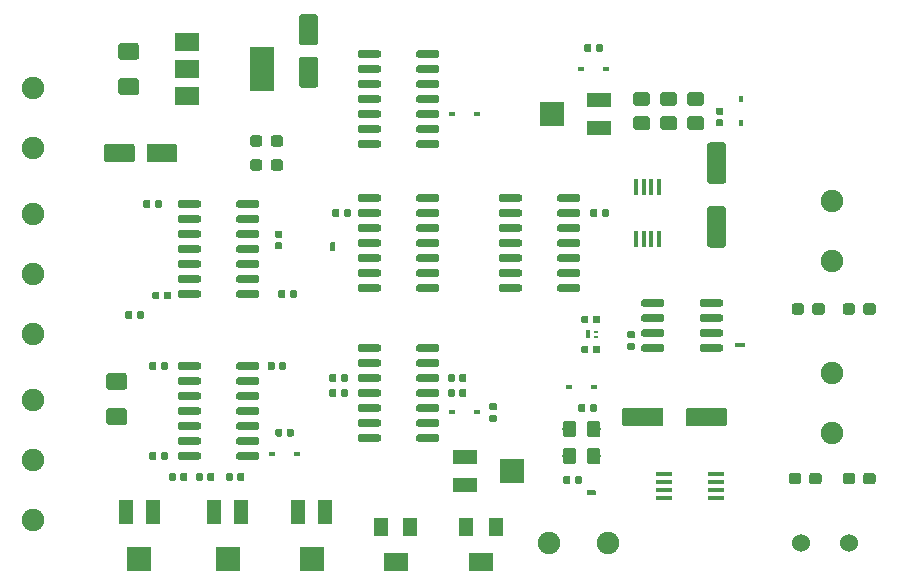
<source format=gbr>
G04 #@! TF.GenerationSoftware,KiCad,Pcbnew,(5.1.4)-1*
G04 #@! TF.CreationDate,2020-10-31T11:52:51+01:00*
G04 #@! TF.ProjectId,BSPD_v_1_0b,42535044-5f76-45f3-915f-30622e6b6963,rev?*
G04 #@! TF.SameCoordinates,Original*
G04 #@! TF.FileFunction,Soldermask,Top*
G04 #@! TF.FilePolarity,Negative*
%FSLAX46Y46*%
G04 Gerber Fmt 4.6, Leading zero omitted, Abs format (unit mm)*
G04 Created by KiCad (PCBNEW (5.1.4)-1) date 2020-10-31 11:52:51*
%MOMM*%
%LPD*%
G04 APERTURE LIST*
%ADD10C,0.100000*%
%ADD11C,0.400000*%
%ADD12C,1.600000*%
%ADD13C,1.900000*%
%ADD14C,1.524000*%
%ADD15R,0.400000X0.250000*%
%ADD16R,0.400000X0.700000*%
%ADD17C,1.150000*%
%ADD18R,0.600000X0.450000*%
%ADD19R,0.450000X0.600000*%
%ADD20C,1.425000*%
%ADD21C,0.950000*%
%ADD22C,0.590000*%
%ADD23R,1.300000X2.000000*%
%ADD24R,2.000000X2.000000*%
%ADD25R,1.300000X1.600000*%
%ADD26R,2.000000X1.600000*%
%ADD27R,2.000000X1.300000*%
%ADD28R,2.000000X3.800000*%
%ADD29R,2.000000X1.500000*%
%ADD30C,0.600000*%
%ADD31R,0.450000X1.450000*%
%ADD32R,1.450000X0.450000*%
G04 APERTURE END LIST*
D10*
G36*
X117457802Y-46653982D02*
G01*
X117467509Y-46655421D01*
X117477028Y-46657806D01*
X117486268Y-46661112D01*
X117495140Y-46665308D01*
X117503557Y-46670353D01*
X117511439Y-46676199D01*
X117518711Y-46682789D01*
X117525301Y-46690061D01*
X117531147Y-46697943D01*
X117536192Y-46706360D01*
X117540388Y-46715232D01*
X117543694Y-46724472D01*
X117546079Y-46733991D01*
X117547518Y-46743698D01*
X117548000Y-46753500D01*
X117548000Y-47353500D01*
X117547518Y-47363302D01*
X117546079Y-47373009D01*
X117543694Y-47382528D01*
X117540388Y-47391768D01*
X117536192Y-47400640D01*
X117531147Y-47409057D01*
X117525301Y-47416939D01*
X117518711Y-47424211D01*
X117511439Y-47430801D01*
X117503557Y-47436647D01*
X117495140Y-47441692D01*
X117486268Y-47445888D01*
X117477028Y-47449194D01*
X117467509Y-47451579D01*
X117457802Y-47453018D01*
X117448000Y-47453500D01*
X117248000Y-47453500D01*
X117238198Y-47453018D01*
X117228491Y-47451579D01*
X117218972Y-47449194D01*
X117209732Y-47445888D01*
X117200860Y-47441692D01*
X117192443Y-47436647D01*
X117184561Y-47430801D01*
X117177289Y-47424211D01*
X117170699Y-47416939D01*
X117164853Y-47409057D01*
X117159808Y-47400640D01*
X117155612Y-47391768D01*
X117152306Y-47382528D01*
X117149921Y-47373009D01*
X117148482Y-47363302D01*
X117148000Y-47353500D01*
X117148000Y-46753500D01*
X117148482Y-46743698D01*
X117149921Y-46733991D01*
X117152306Y-46724472D01*
X117155612Y-46715232D01*
X117159808Y-46706360D01*
X117164853Y-46697943D01*
X117170699Y-46690061D01*
X117177289Y-46682789D01*
X117184561Y-46676199D01*
X117192443Y-46670353D01*
X117200860Y-46665308D01*
X117209732Y-46661112D01*
X117218972Y-46657806D01*
X117228491Y-46655421D01*
X117238198Y-46653982D01*
X117248000Y-46653500D01*
X117448000Y-46653500D01*
X117457802Y-46653982D01*
X117457802Y-46653982D01*
G37*
D11*
X117348000Y-47053500D03*
D10*
G36*
X139565302Y-67681982D02*
G01*
X139575009Y-67683421D01*
X139584528Y-67685806D01*
X139593768Y-67689112D01*
X139602640Y-67693308D01*
X139611057Y-67698353D01*
X139618939Y-67704199D01*
X139626211Y-67710789D01*
X139632801Y-67718061D01*
X139638647Y-67725943D01*
X139643692Y-67734360D01*
X139647888Y-67743232D01*
X139651194Y-67752472D01*
X139653579Y-67761991D01*
X139655018Y-67771698D01*
X139655500Y-67781500D01*
X139655500Y-67981500D01*
X139655018Y-67991302D01*
X139653579Y-68001009D01*
X139651194Y-68010528D01*
X139647888Y-68019768D01*
X139643692Y-68028640D01*
X139638647Y-68037057D01*
X139632801Y-68044939D01*
X139626211Y-68052211D01*
X139618939Y-68058801D01*
X139611057Y-68064647D01*
X139602640Y-68069692D01*
X139593768Y-68073888D01*
X139584528Y-68077194D01*
X139575009Y-68079579D01*
X139565302Y-68081018D01*
X139555500Y-68081500D01*
X138955500Y-68081500D01*
X138945698Y-68081018D01*
X138935991Y-68079579D01*
X138926472Y-68077194D01*
X138917232Y-68073888D01*
X138908360Y-68069692D01*
X138899943Y-68064647D01*
X138892061Y-68058801D01*
X138884789Y-68052211D01*
X138878199Y-68044939D01*
X138872353Y-68037057D01*
X138867308Y-68028640D01*
X138863112Y-68019768D01*
X138859806Y-68010528D01*
X138857421Y-68001009D01*
X138855982Y-67991302D01*
X138855500Y-67981500D01*
X138855500Y-67781500D01*
X138855982Y-67771698D01*
X138857421Y-67761991D01*
X138859806Y-67752472D01*
X138863112Y-67743232D01*
X138867308Y-67734360D01*
X138872353Y-67725943D01*
X138878199Y-67718061D01*
X138884789Y-67710789D01*
X138892061Y-67704199D01*
X138899943Y-67698353D01*
X138908360Y-67693308D01*
X138917232Y-67689112D01*
X138926472Y-67685806D01*
X138935991Y-67683421D01*
X138945698Y-67681982D01*
X138955500Y-67681500D01*
X139555500Y-67681500D01*
X139565302Y-67681982D01*
X139565302Y-67681982D01*
G37*
D11*
X139255500Y-67881500D03*
D10*
G36*
X152138302Y-55172482D02*
G01*
X152148009Y-55173921D01*
X152157528Y-55176306D01*
X152166768Y-55179612D01*
X152175640Y-55183808D01*
X152184057Y-55188853D01*
X152191939Y-55194699D01*
X152199211Y-55201289D01*
X152205801Y-55208561D01*
X152211647Y-55216443D01*
X152216692Y-55224860D01*
X152220888Y-55233732D01*
X152224194Y-55242972D01*
X152226579Y-55252491D01*
X152228018Y-55262198D01*
X152228500Y-55272000D01*
X152228500Y-55472000D01*
X152228018Y-55481802D01*
X152226579Y-55491509D01*
X152224194Y-55501028D01*
X152220888Y-55510268D01*
X152216692Y-55519140D01*
X152211647Y-55527557D01*
X152205801Y-55535439D01*
X152199211Y-55542711D01*
X152191939Y-55549301D01*
X152184057Y-55555147D01*
X152175640Y-55560192D01*
X152166768Y-55564388D01*
X152157528Y-55567694D01*
X152148009Y-55570079D01*
X152138302Y-55571518D01*
X152128500Y-55572000D01*
X151528500Y-55572000D01*
X151518698Y-55571518D01*
X151508991Y-55570079D01*
X151499472Y-55567694D01*
X151490232Y-55564388D01*
X151481360Y-55560192D01*
X151472943Y-55555147D01*
X151465061Y-55549301D01*
X151457789Y-55542711D01*
X151451199Y-55535439D01*
X151445353Y-55527557D01*
X151440308Y-55519140D01*
X151436112Y-55510268D01*
X151432806Y-55501028D01*
X151430421Y-55491509D01*
X151428982Y-55481802D01*
X151428500Y-55472000D01*
X151428500Y-55272000D01*
X151428982Y-55262198D01*
X151430421Y-55252491D01*
X151432806Y-55242972D01*
X151436112Y-55233732D01*
X151440308Y-55224860D01*
X151445353Y-55216443D01*
X151451199Y-55208561D01*
X151457789Y-55201289D01*
X151465061Y-55194699D01*
X151472943Y-55188853D01*
X151481360Y-55183808D01*
X151490232Y-55179612D01*
X151499472Y-55176306D01*
X151508991Y-55173921D01*
X151518698Y-55172482D01*
X151528500Y-55172000D01*
X152128500Y-55172000D01*
X152138302Y-55172482D01*
X152138302Y-55172482D01*
G37*
D11*
X151828500Y-55372000D03*
D10*
G36*
X115890504Y-27381204D02*
G01*
X115914773Y-27384804D01*
X115938571Y-27390765D01*
X115961671Y-27399030D01*
X115983849Y-27409520D01*
X116004893Y-27422133D01*
X116024598Y-27436747D01*
X116042777Y-27453223D01*
X116059253Y-27471402D01*
X116073867Y-27491107D01*
X116086480Y-27512151D01*
X116096970Y-27534329D01*
X116105235Y-27557429D01*
X116111196Y-27581227D01*
X116114796Y-27605496D01*
X116116000Y-27630000D01*
X116116000Y-29730000D01*
X116114796Y-29754504D01*
X116111196Y-29778773D01*
X116105235Y-29802571D01*
X116096970Y-29825671D01*
X116086480Y-29847849D01*
X116073867Y-29868893D01*
X116059253Y-29888598D01*
X116042777Y-29906777D01*
X116024598Y-29923253D01*
X116004893Y-29937867D01*
X115983849Y-29950480D01*
X115961671Y-29960970D01*
X115938571Y-29969235D01*
X115914773Y-29975196D01*
X115890504Y-29978796D01*
X115866000Y-29980000D01*
X114766000Y-29980000D01*
X114741496Y-29978796D01*
X114717227Y-29975196D01*
X114693429Y-29969235D01*
X114670329Y-29960970D01*
X114648151Y-29950480D01*
X114627107Y-29937867D01*
X114607402Y-29923253D01*
X114589223Y-29906777D01*
X114572747Y-29888598D01*
X114558133Y-29868893D01*
X114545520Y-29847849D01*
X114535030Y-29825671D01*
X114526765Y-29802571D01*
X114520804Y-29778773D01*
X114517204Y-29754504D01*
X114516000Y-29730000D01*
X114516000Y-27630000D01*
X114517204Y-27605496D01*
X114520804Y-27581227D01*
X114526765Y-27557429D01*
X114535030Y-27534329D01*
X114545520Y-27512151D01*
X114558133Y-27491107D01*
X114572747Y-27471402D01*
X114589223Y-27453223D01*
X114607402Y-27436747D01*
X114627107Y-27422133D01*
X114648151Y-27409520D01*
X114670329Y-27399030D01*
X114693429Y-27390765D01*
X114717227Y-27384804D01*
X114741496Y-27381204D01*
X114766000Y-27380000D01*
X115866000Y-27380000D01*
X115890504Y-27381204D01*
X115890504Y-27381204D01*
G37*
D12*
X115316000Y-28680000D03*
D10*
G36*
X115890504Y-30981204D02*
G01*
X115914773Y-30984804D01*
X115938571Y-30990765D01*
X115961671Y-30999030D01*
X115983849Y-31009520D01*
X116004893Y-31022133D01*
X116024598Y-31036747D01*
X116042777Y-31053223D01*
X116059253Y-31071402D01*
X116073867Y-31091107D01*
X116086480Y-31112151D01*
X116096970Y-31134329D01*
X116105235Y-31157429D01*
X116111196Y-31181227D01*
X116114796Y-31205496D01*
X116116000Y-31230000D01*
X116116000Y-33330000D01*
X116114796Y-33354504D01*
X116111196Y-33378773D01*
X116105235Y-33402571D01*
X116096970Y-33425671D01*
X116086480Y-33447849D01*
X116073867Y-33468893D01*
X116059253Y-33488598D01*
X116042777Y-33506777D01*
X116024598Y-33523253D01*
X116004893Y-33537867D01*
X115983849Y-33550480D01*
X115961671Y-33560970D01*
X115938571Y-33569235D01*
X115914773Y-33575196D01*
X115890504Y-33578796D01*
X115866000Y-33580000D01*
X114766000Y-33580000D01*
X114741496Y-33578796D01*
X114717227Y-33575196D01*
X114693429Y-33569235D01*
X114670329Y-33560970D01*
X114648151Y-33550480D01*
X114627107Y-33537867D01*
X114607402Y-33523253D01*
X114589223Y-33506777D01*
X114572747Y-33488598D01*
X114558133Y-33468893D01*
X114545520Y-33447849D01*
X114535030Y-33425671D01*
X114526765Y-33402571D01*
X114520804Y-33378773D01*
X114517204Y-33354504D01*
X114516000Y-33330000D01*
X114516000Y-31230000D01*
X114517204Y-31205496D01*
X114520804Y-31181227D01*
X114526765Y-31157429D01*
X114535030Y-31134329D01*
X114545520Y-31112151D01*
X114558133Y-31091107D01*
X114572747Y-31071402D01*
X114589223Y-31053223D01*
X114607402Y-31036747D01*
X114627107Y-31022133D01*
X114648151Y-31009520D01*
X114670329Y-30999030D01*
X114693429Y-30990765D01*
X114717227Y-30984804D01*
X114741496Y-30981204D01*
X114766000Y-30980000D01*
X115866000Y-30980000D01*
X115890504Y-30981204D01*
X115890504Y-30981204D01*
G37*
D12*
X115316000Y-32280000D03*
D13*
X159639000Y-57785000D03*
X159639000Y-62865000D03*
X159639000Y-43180000D03*
X159639000Y-48260000D03*
X91948000Y-33655000D03*
X91948000Y-38735000D03*
X91948000Y-54483000D03*
X91948000Y-49403000D03*
X91948000Y-44323000D03*
X91948000Y-60071000D03*
X91948000Y-65151000D03*
X91948000Y-70231000D03*
X135636000Y-72136000D03*
X140636000Y-72136000D03*
D14*
X157036000Y-72136000D03*
X161036000Y-72136000D03*
D15*
X139669000Y-54708000D03*
X139669000Y-54258000D03*
D16*
X138969000Y-54483000D03*
D10*
G36*
X103966504Y-38317204D02*
G01*
X103990773Y-38320804D01*
X104014571Y-38326765D01*
X104037671Y-38335030D01*
X104059849Y-38345520D01*
X104080893Y-38358133D01*
X104100598Y-38372747D01*
X104118777Y-38389223D01*
X104135253Y-38407402D01*
X104149867Y-38427107D01*
X104162480Y-38448151D01*
X104172970Y-38470329D01*
X104181235Y-38493429D01*
X104187196Y-38517227D01*
X104190796Y-38541496D01*
X104192000Y-38566000D01*
X104192000Y-39666000D01*
X104190796Y-39690504D01*
X104187196Y-39714773D01*
X104181235Y-39738571D01*
X104172970Y-39761671D01*
X104162480Y-39783849D01*
X104149867Y-39804893D01*
X104135253Y-39824598D01*
X104118777Y-39842777D01*
X104100598Y-39859253D01*
X104080893Y-39873867D01*
X104059849Y-39886480D01*
X104037671Y-39896970D01*
X104014571Y-39905235D01*
X103990773Y-39911196D01*
X103966504Y-39914796D01*
X103942000Y-39916000D01*
X101842000Y-39916000D01*
X101817496Y-39914796D01*
X101793227Y-39911196D01*
X101769429Y-39905235D01*
X101746329Y-39896970D01*
X101724151Y-39886480D01*
X101703107Y-39873867D01*
X101683402Y-39859253D01*
X101665223Y-39842777D01*
X101648747Y-39824598D01*
X101634133Y-39804893D01*
X101621520Y-39783849D01*
X101611030Y-39761671D01*
X101602765Y-39738571D01*
X101596804Y-39714773D01*
X101593204Y-39690504D01*
X101592000Y-39666000D01*
X101592000Y-38566000D01*
X101593204Y-38541496D01*
X101596804Y-38517227D01*
X101602765Y-38493429D01*
X101611030Y-38470329D01*
X101621520Y-38448151D01*
X101634133Y-38427107D01*
X101648747Y-38407402D01*
X101665223Y-38389223D01*
X101683402Y-38372747D01*
X101703107Y-38358133D01*
X101724151Y-38345520D01*
X101746329Y-38335030D01*
X101769429Y-38326765D01*
X101793227Y-38320804D01*
X101817496Y-38317204D01*
X101842000Y-38316000D01*
X103942000Y-38316000D01*
X103966504Y-38317204D01*
X103966504Y-38317204D01*
G37*
D12*
X102892000Y-39116000D03*
D10*
G36*
X100366504Y-38317204D02*
G01*
X100390773Y-38320804D01*
X100414571Y-38326765D01*
X100437671Y-38335030D01*
X100459849Y-38345520D01*
X100480893Y-38358133D01*
X100500598Y-38372747D01*
X100518777Y-38389223D01*
X100535253Y-38407402D01*
X100549867Y-38427107D01*
X100562480Y-38448151D01*
X100572970Y-38470329D01*
X100581235Y-38493429D01*
X100587196Y-38517227D01*
X100590796Y-38541496D01*
X100592000Y-38566000D01*
X100592000Y-39666000D01*
X100590796Y-39690504D01*
X100587196Y-39714773D01*
X100581235Y-39738571D01*
X100572970Y-39761671D01*
X100562480Y-39783849D01*
X100549867Y-39804893D01*
X100535253Y-39824598D01*
X100518777Y-39842777D01*
X100500598Y-39859253D01*
X100480893Y-39873867D01*
X100459849Y-39886480D01*
X100437671Y-39896970D01*
X100414571Y-39905235D01*
X100390773Y-39911196D01*
X100366504Y-39914796D01*
X100342000Y-39916000D01*
X98242000Y-39916000D01*
X98217496Y-39914796D01*
X98193227Y-39911196D01*
X98169429Y-39905235D01*
X98146329Y-39896970D01*
X98124151Y-39886480D01*
X98103107Y-39873867D01*
X98083402Y-39859253D01*
X98065223Y-39842777D01*
X98048747Y-39824598D01*
X98034133Y-39804893D01*
X98021520Y-39783849D01*
X98011030Y-39761671D01*
X98002765Y-39738571D01*
X97996804Y-39714773D01*
X97993204Y-39690504D01*
X97992000Y-39666000D01*
X97992000Y-38566000D01*
X97993204Y-38541496D01*
X97996804Y-38517227D01*
X98002765Y-38493429D01*
X98011030Y-38470329D01*
X98021520Y-38448151D01*
X98034133Y-38427107D01*
X98048747Y-38407402D01*
X98065223Y-38389223D01*
X98083402Y-38372747D01*
X98103107Y-38358133D01*
X98124151Y-38345520D01*
X98146329Y-38335030D01*
X98169429Y-38326765D01*
X98193227Y-38320804D01*
X98217496Y-38317204D01*
X98242000Y-38316000D01*
X100342000Y-38316000D01*
X100366504Y-38317204D01*
X100366504Y-38317204D01*
G37*
D12*
X99292000Y-39116000D03*
D10*
G36*
X148556505Y-33961204D02*
G01*
X148580773Y-33964804D01*
X148604572Y-33970765D01*
X148627671Y-33979030D01*
X148649850Y-33989520D01*
X148670893Y-34002132D01*
X148690599Y-34016747D01*
X148708777Y-34033223D01*
X148725253Y-34051401D01*
X148739868Y-34071107D01*
X148752480Y-34092150D01*
X148762970Y-34114329D01*
X148771235Y-34137428D01*
X148777196Y-34161227D01*
X148780796Y-34185495D01*
X148782000Y-34209999D01*
X148782000Y-34860001D01*
X148780796Y-34884505D01*
X148777196Y-34908773D01*
X148771235Y-34932572D01*
X148762970Y-34955671D01*
X148752480Y-34977850D01*
X148739868Y-34998893D01*
X148725253Y-35018599D01*
X148708777Y-35036777D01*
X148690599Y-35053253D01*
X148670893Y-35067868D01*
X148649850Y-35080480D01*
X148627671Y-35090970D01*
X148604572Y-35099235D01*
X148580773Y-35105196D01*
X148556505Y-35108796D01*
X148532001Y-35110000D01*
X147631999Y-35110000D01*
X147607495Y-35108796D01*
X147583227Y-35105196D01*
X147559428Y-35099235D01*
X147536329Y-35090970D01*
X147514150Y-35080480D01*
X147493107Y-35067868D01*
X147473401Y-35053253D01*
X147455223Y-35036777D01*
X147438747Y-35018599D01*
X147424132Y-34998893D01*
X147411520Y-34977850D01*
X147401030Y-34955671D01*
X147392765Y-34932572D01*
X147386804Y-34908773D01*
X147383204Y-34884505D01*
X147382000Y-34860001D01*
X147382000Y-34209999D01*
X147383204Y-34185495D01*
X147386804Y-34161227D01*
X147392765Y-34137428D01*
X147401030Y-34114329D01*
X147411520Y-34092150D01*
X147424132Y-34071107D01*
X147438747Y-34051401D01*
X147455223Y-34033223D01*
X147473401Y-34016747D01*
X147493107Y-34002132D01*
X147514150Y-33989520D01*
X147536329Y-33979030D01*
X147559428Y-33970765D01*
X147583227Y-33964804D01*
X147607495Y-33961204D01*
X147631999Y-33960000D01*
X148532001Y-33960000D01*
X148556505Y-33961204D01*
X148556505Y-33961204D01*
G37*
D17*
X148082000Y-34535000D03*
D10*
G36*
X148556505Y-36011204D02*
G01*
X148580773Y-36014804D01*
X148604572Y-36020765D01*
X148627671Y-36029030D01*
X148649850Y-36039520D01*
X148670893Y-36052132D01*
X148690599Y-36066747D01*
X148708777Y-36083223D01*
X148725253Y-36101401D01*
X148739868Y-36121107D01*
X148752480Y-36142150D01*
X148762970Y-36164329D01*
X148771235Y-36187428D01*
X148777196Y-36211227D01*
X148780796Y-36235495D01*
X148782000Y-36259999D01*
X148782000Y-36910001D01*
X148780796Y-36934505D01*
X148777196Y-36958773D01*
X148771235Y-36982572D01*
X148762970Y-37005671D01*
X148752480Y-37027850D01*
X148739868Y-37048893D01*
X148725253Y-37068599D01*
X148708777Y-37086777D01*
X148690599Y-37103253D01*
X148670893Y-37117868D01*
X148649850Y-37130480D01*
X148627671Y-37140970D01*
X148604572Y-37149235D01*
X148580773Y-37155196D01*
X148556505Y-37158796D01*
X148532001Y-37160000D01*
X147631999Y-37160000D01*
X147607495Y-37158796D01*
X147583227Y-37155196D01*
X147559428Y-37149235D01*
X147536329Y-37140970D01*
X147514150Y-37130480D01*
X147493107Y-37117868D01*
X147473401Y-37103253D01*
X147455223Y-37086777D01*
X147438747Y-37068599D01*
X147424132Y-37048893D01*
X147411520Y-37027850D01*
X147401030Y-37005671D01*
X147392765Y-36982572D01*
X147386804Y-36958773D01*
X147383204Y-36934505D01*
X147382000Y-36910001D01*
X147382000Y-36259999D01*
X147383204Y-36235495D01*
X147386804Y-36211227D01*
X147392765Y-36187428D01*
X147401030Y-36164329D01*
X147411520Y-36142150D01*
X147424132Y-36121107D01*
X147438747Y-36101401D01*
X147455223Y-36083223D01*
X147473401Y-36066747D01*
X147493107Y-36052132D01*
X147514150Y-36039520D01*
X147536329Y-36029030D01*
X147559428Y-36020765D01*
X147583227Y-36014804D01*
X147607495Y-36011204D01*
X147631999Y-36010000D01*
X148532001Y-36010000D01*
X148556505Y-36011204D01*
X148556505Y-36011204D01*
G37*
D17*
X148082000Y-36585000D03*
D10*
G36*
X150434504Y-38223204D02*
G01*
X150458773Y-38226804D01*
X150482571Y-38232765D01*
X150505671Y-38241030D01*
X150527849Y-38251520D01*
X150548893Y-38264133D01*
X150568598Y-38278747D01*
X150586777Y-38295223D01*
X150603253Y-38313402D01*
X150617867Y-38333107D01*
X150630480Y-38354151D01*
X150640970Y-38376329D01*
X150649235Y-38399429D01*
X150655196Y-38423227D01*
X150658796Y-38447496D01*
X150660000Y-38472000D01*
X150660000Y-41472000D01*
X150658796Y-41496504D01*
X150655196Y-41520773D01*
X150649235Y-41544571D01*
X150640970Y-41567671D01*
X150630480Y-41589849D01*
X150617867Y-41610893D01*
X150603253Y-41630598D01*
X150586777Y-41648777D01*
X150568598Y-41665253D01*
X150548893Y-41679867D01*
X150527849Y-41692480D01*
X150505671Y-41702970D01*
X150482571Y-41711235D01*
X150458773Y-41717196D01*
X150434504Y-41720796D01*
X150410000Y-41722000D01*
X149310000Y-41722000D01*
X149285496Y-41720796D01*
X149261227Y-41717196D01*
X149237429Y-41711235D01*
X149214329Y-41702970D01*
X149192151Y-41692480D01*
X149171107Y-41679867D01*
X149151402Y-41665253D01*
X149133223Y-41648777D01*
X149116747Y-41630598D01*
X149102133Y-41610893D01*
X149089520Y-41589849D01*
X149079030Y-41567671D01*
X149070765Y-41544571D01*
X149064804Y-41520773D01*
X149061204Y-41496504D01*
X149060000Y-41472000D01*
X149060000Y-38472000D01*
X149061204Y-38447496D01*
X149064804Y-38423227D01*
X149070765Y-38399429D01*
X149079030Y-38376329D01*
X149089520Y-38354151D01*
X149102133Y-38333107D01*
X149116747Y-38313402D01*
X149133223Y-38295223D01*
X149151402Y-38278747D01*
X149171107Y-38264133D01*
X149192151Y-38251520D01*
X149214329Y-38241030D01*
X149237429Y-38232765D01*
X149261227Y-38226804D01*
X149285496Y-38223204D01*
X149310000Y-38222000D01*
X150410000Y-38222000D01*
X150434504Y-38223204D01*
X150434504Y-38223204D01*
G37*
D12*
X149860000Y-39972000D03*
D10*
G36*
X150434504Y-43623204D02*
G01*
X150458773Y-43626804D01*
X150482571Y-43632765D01*
X150505671Y-43641030D01*
X150527849Y-43651520D01*
X150548893Y-43664133D01*
X150568598Y-43678747D01*
X150586777Y-43695223D01*
X150603253Y-43713402D01*
X150617867Y-43733107D01*
X150630480Y-43754151D01*
X150640970Y-43776329D01*
X150649235Y-43799429D01*
X150655196Y-43823227D01*
X150658796Y-43847496D01*
X150660000Y-43872000D01*
X150660000Y-46872000D01*
X150658796Y-46896504D01*
X150655196Y-46920773D01*
X150649235Y-46944571D01*
X150640970Y-46967671D01*
X150630480Y-46989849D01*
X150617867Y-47010893D01*
X150603253Y-47030598D01*
X150586777Y-47048777D01*
X150568598Y-47065253D01*
X150548893Y-47079867D01*
X150527849Y-47092480D01*
X150505671Y-47102970D01*
X150482571Y-47111235D01*
X150458773Y-47117196D01*
X150434504Y-47120796D01*
X150410000Y-47122000D01*
X149310000Y-47122000D01*
X149285496Y-47120796D01*
X149261227Y-47117196D01*
X149237429Y-47111235D01*
X149214329Y-47102970D01*
X149192151Y-47092480D01*
X149171107Y-47079867D01*
X149151402Y-47065253D01*
X149133223Y-47048777D01*
X149116747Y-47030598D01*
X149102133Y-47010893D01*
X149089520Y-46989849D01*
X149079030Y-46967671D01*
X149070765Y-46944571D01*
X149064804Y-46920773D01*
X149061204Y-46896504D01*
X149060000Y-46872000D01*
X149060000Y-43872000D01*
X149061204Y-43847496D01*
X149064804Y-43823227D01*
X149070765Y-43799429D01*
X149079030Y-43776329D01*
X149089520Y-43754151D01*
X149102133Y-43733107D01*
X149116747Y-43713402D01*
X149133223Y-43695223D01*
X149151402Y-43678747D01*
X149171107Y-43664133D01*
X149192151Y-43651520D01*
X149214329Y-43641030D01*
X149237429Y-43632765D01*
X149261227Y-43626804D01*
X149285496Y-43623204D01*
X149310000Y-43622000D01*
X150410000Y-43622000D01*
X150434504Y-43623204D01*
X150434504Y-43623204D01*
G37*
D12*
X149860000Y-45372000D03*
D10*
G36*
X143984505Y-36011204D02*
G01*
X144008773Y-36014804D01*
X144032572Y-36020765D01*
X144055671Y-36029030D01*
X144077850Y-36039520D01*
X144098893Y-36052132D01*
X144118599Y-36066747D01*
X144136777Y-36083223D01*
X144153253Y-36101401D01*
X144167868Y-36121107D01*
X144180480Y-36142150D01*
X144190970Y-36164329D01*
X144199235Y-36187428D01*
X144205196Y-36211227D01*
X144208796Y-36235495D01*
X144210000Y-36259999D01*
X144210000Y-36910001D01*
X144208796Y-36934505D01*
X144205196Y-36958773D01*
X144199235Y-36982572D01*
X144190970Y-37005671D01*
X144180480Y-37027850D01*
X144167868Y-37048893D01*
X144153253Y-37068599D01*
X144136777Y-37086777D01*
X144118599Y-37103253D01*
X144098893Y-37117868D01*
X144077850Y-37130480D01*
X144055671Y-37140970D01*
X144032572Y-37149235D01*
X144008773Y-37155196D01*
X143984505Y-37158796D01*
X143960001Y-37160000D01*
X143059999Y-37160000D01*
X143035495Y-37158796D01*
X143011227Y-37155196D01*
X142987428Y-37149235D01*
X142964329Y-37140970D01*
X142942150Y-37130480D01*
X142921107Y-37117868D01*
X142901401Y-37103253D01*
X142883223Y-37086777D01*
X142866747Y-37068599D01*
X142852132Y-37048893D01*
X142839520Y-37027850D01*
X142829030Y-37005671D01*
X142820765Y-36982572D01*
X142814804Y-36958773D01*
X142811204Y-36934505D01*
X142810000Y-36910001D01*
X142810000Y-36259999D01*
X142811204Y-36235495D01*
X142814804Y-36211227D01*
X142820765Y-36187428D01*
X142829030Y-36164329D01*
X142839520Y-36142150D01*
X142852132Y-36121107D01*
X142866747Y-36101401D01*
X142883223Y-36083223D01*
X142901401Y-36066747D01*
X142921107Y-36052132D01*
X142942150Y-36039520D01*
X142964329Y-36029030D01*
X142987428Y-36020765D01*
X143011227Y-36014804D01*
X143035495Y-36011204D01*
X143059999Y-36010000D01*
X143960001Y-36010000D01*
X143984505Y-36011204D01*
X143984505Y-36011204D01*
G37*
D17*
X143510000Y-36585000D03*
D10*
G36*
X143984505Y-33961204D02*
G01*
X144008773Y-33964804D01*
X144032572Y-33970765D01*
X144055671Y-33979030D01*
X144077850Y-33989520D01*
X144098893Y-34002132D01*
X144118599Y-34016747D01*
X144136777Y-34033223D01*
X144153253Y-34051401D01*
X144167868Y-34071107D01*
X144180480Y-34092150D01*
X144190970Y-34114329D01*
X144199235Y-34137428D01*
X144205196Y-34161227D01*
X144208796Y-34185495D01*
X144210000Y-34209999D01*
X144210000Y-34860001D01*
X144208796Y-34884505D01*
X144205196Y-34908773D01*
X144199235Y-34932572D01*
X144190970Y-34955671D01*
X144180480Y-34977850D01*
X144167868Y-34998893D01*
X144153253Y-35018599D01*
X144136777Y-35036777D01*
X144118599Y-35053253D01*
X144098893Y-35067868D01*
X144077850Y-35080480D01*
X144055671Y-35090970D01*
X144032572Y-35099235D01*
X144008773Y-35105196D01*
X143984505Y-35108796D01*
X143960001Y-35110000D01*
X143059999Y-35110000D01*
X143035495Y-35108796D01*
X143011227Y-35105196D01*
X142987428Y-35099235D01*
X142964329Y-35090970D01*
X142942150Y-35080480D01*
X142921107Y-35067868D01*
X142901401Y-35053253D01*
X142883223Y-35036777D01*
X142866747Y-35018599D01*
X142852132Y-34998893D01*
X142839520Y-34977850D01*
X142829030Y-34955671D01*
X142820765Y-34932572D01*
X142814804Y-34908773D01*
X142811204Y-34884505D01*
X142810000Y-34860001D01*
X142810000Y-34209999D01*
X142811204Y-34185495D01*
X142814804Y-34161227D01*
X142820765Y-34137428D01*
X142829030Y-34114329D01*
X142839520Y-34092150D01*
X142852132Y-34071107D01*
X142866747Y-34051401D01*
X142883223Y-34033223D01*
X142901401Y-34016747D01*
X142921107Y-34002132D01*
X142942150Y-33989520D01*
X142964329Y-33979030D01*
X142987428Y-33970765D01*
X143011227Y-33964804D01*
X143035495Y-33961204D01*
X143059999Y-33960000D01*
X143960001Y-33960000D01*
X143984505Y-33961204D01*
X143984505Y-33961204D01*
G37*
D17*
X143510000Y-34535000D03*
D10*
G36*
X146270505Y-36011204D02*
G01*
X146294773Y-36014804D01*
X146318572Y-36020765D01*
X146341671Y-36029030D01*
X146363850Y-36039520D01*
X146384893Y-36052132D01*
X146404599Y-36066747D01*
X146422777Y-36083223D01*
X146439253Y-36101401D01*
X146453868Y-36121107D01*
X146466480Y-36142150D01*
X146476970Y-36164329D01*
X146485235Y-36187428D01*
X146491196Y-36211227D01*
X146494796Y-36235495D01*
X146496000Y-36259999D01*
X146496000Y-36910001D01*
X146494796Y-36934505D01*
X146491196Y-36958773D01*
X146485235Y-36982572D01*
X146476970Y-37005671D01*
X146466480Y-37027850D01*
X146453868Y-37048893D01*
X146439253Y-37068599D01*
X146422777Y-37086777D01*
X146404599Y-37103253D01*
X146384893Y-37117868D01*
X146363850Y-37130480D01*
X146341671Y-37140970D01*
X146318572Y-37149235D01*
X146294773Y-37155196D01*
X146270505Y-37158796D01*
X146246001Y-37160000D01*
X145345999Y-37160000D01*
X145321495Y-37158796D01*
X145297227Y-37155196D01*
X145273428Y-37149235D01*
X145250329Y-37140970D01*
X145228150Y-37130480D01*
X145207107Y-37117868D01*
X145187401Y-37103253D01*
X145169223Y-37086777D01*
X145152747Y-37068599D01*
X145138132Y-37048893D01*
X145125520Y-37027850D01*
X145115030Y-37005671D01*
X145106765Y-36982572D01*
X145100804Y-36958773D01*
X145097204Y-36934505D01*
X145096000Y-36910001D01*
X145096000Y-36259999D01*
X145097204Y-36235495D01*
X145100804Y-36211227D01*
X145106765Y-36187428D01*
X145115030Y-36164329D01*
X145125520Y-36142150D01*
X145138132Y-36121107D01*
X145152747Y-36101401D01*
X145169223Y-36083223D01*
X145187401Y-36066747D01*
X145207107Y-36052132D01*
X145228150Y-36039520D01*
X145250329Y-36029030D01*
X145273428Y-36020765D01*
X145297227Y-36014804D01*
X145321495Y-36011204D01*
X145345999Y-36010000D01*
X146246001Y-36010000D01*
X146270505Y-36011204D01*
X146270505Y-36011204D01*
G37*
D17*
X145796000Y-36585000D03*
D10*
G36*
X146270505Y-33961204D02*
G01*
X146294773Y-33964804D01*
X146318572Y-33970765D01*
X146341671Y-33979030D01*
X146363850Y-33989520D01*
X146384893Y-34002132D01*
X146404599Y-34016747D01*
X146422777Y-34033223D01*
X146439253Y-34051401D01*
X146453868Y-34071107D01*
X146466480Y-34092150D01*
X146476970Y-34114329D01*
X146485235Y-34137428D01*
X146491196Y-34161227D01*
X146494796Y-34185495D01*
X146496000Y-34209999D01*
X146496000Y-34860001D01*
X146494796Y-34884505D01*
X146491196Y-34908773D01*
X146485235Y-34932572D01*
X146476970Y-34955671D01*
X146466480Y-34977850D01*
X146453868Y-34998893D01*
X146439253Y-35018599D01*
X146422777Y-35036777D01*
X146404599Y-35053253D01*
X146384893Y-35067868D01*
X146363850Y-35080480D01*
X146341671Y-35090970D01*
X146318572Y-35099235D01*
X146294773Y-35105196D01*
X146270505Y-35108796D01*
X146246001Y-35110000D01*
X145345999Y-35110000D01*
X145321495Y-35108796D01*
X145297227Y-35105196D01*
X145273428Y-35099235D01*
X145250329Y-35090970D01*
X145228150Y-35080480D01*
X145207107Y-35067868D01*
X145187401Y-35053253D01*
X145169223Y-35036777D01*
X145152747Y-35018599D01*
X145138132Y-34998893D01*
X145125520Y-34977850D01*
X145115030Y-34955671D01*
X145106765Y-34932572D01*
X145100804Y-34908773D01*
X145097204Y-34884505D01*
X145096000Y-34860001D01*
X145096000Y-34209999D01*
X145097204Y-34185495D01*
X145100804Y-34161227D01*
X145106765Y-34137428D01*
X145115030Y-34114329D01*
X145125520Y-34092150D01*
X145138132Y-34071107D01*
X145152747Y-34051401D01*
X145169223Y-34033223D01*
X145187401Y-34016747D01*
X145207107Y-34002132D01*
X145228150Y-33989520D01*
X145250329Y-33979030D01*
X145273428Y-33970765D01*
X145297227Y-33964804D01*
X145321495Y-33961204D01*
X145345999Y-33960000D01*
X146246001Y-33960000D01*
X146270505Y-33961204D01*
X146270505Y-33961204D01*
G37*
D17*
X145796000Y-34535000D03*
D10*
G36*
X139804505Y-61785204D02*
G01*
X139828773Y-61788804D01*
X139852572Y-61794765D01*
X139875671Y-61803030D01*
X139897850Y-61813520D01*
X139918893Y-61826132D01*
X139938599Y-61840747D01*
X139956777Y-61857223D01*
X139973253Y-61875401D01*
X139987868Y-61895107D01*
X140000480Y-61916150D01*
X140010970Y-61938329D01*
X140019235Y-61961428D01*
X140025196Y-61985227D01*
X140028796Y-62009495D01*
X140030000Y-62033999D01*
X140030000Y-62934001D01*
X140028796Y-62958505D01*
X140025196Y-62982773D01*
X140019235Y-63006572D01*
X140010970Y-63029671D01*
X140000480Y-63051850D01*
X139987868Y-63072893D01*
X139973253Y-63092599D01*
X139956777Y-63110777D01*
X139938599Y-63127253D01*
X139918893Y-63141868D01*
X139897850Y-63154480D01*
X139875671Y-63164970D01*
X139852572Y-63173235D01*
X139828773Y-63179196D01*
X139804505Y-63182796D01*
X139780001Y-63184000D01*
X139129999Y-63184000D01*
X139105495Y-63182796D01*
X139081227Y-63179196D01*
X139057428Y-63173235D01*
X139034329Y-63164970D01*
X139012150Y-63154480D01*
X138991107Y-63141868D01*
X138971401Y-63127253D01*
X138953223Y-63110777D01*
X138936747Y-63092599D01*
X138922132Y-63072893D01*
X138909520Y-63051850D01*
X138899030Y-63029671D01*
X138890765Y-63006572D01*
X138884804Y-62982773D01*
X138881204Y-62958505D01*
X138880000Y-62934001D01*
X138880000Y-62033999D01*
X138881204Y-62009495D01*
X138884804Y-61985227D01*
X138890765Y-61961428D01*
X138899030Y-61938329D01*
X138909520Y-61916150D01*
X138922132Y-61895107D01*
X138936747Y-61875401D01*
X138953223Y-61857223D01*
X138971401Y-61840747D01*
X138991107Y-61826132D01*
X139012150Y-61813520D01*
X139034329Y-61803030D01*
X139057428Y-61794765D01*
X139081227Y-61788804D01*
X139105495Y-61785204D01*
X139129999Y-61784000D01*
X139780001Y-61784000D01*
X139804505Y-61785204D01*
X139804505Y-61785204D01*
G37*
D17*
X139455000Y-62484000D03*
D10*
G36*
X137754505Y-61785204D02*
G01*
X137778773Y-61788804D01*
X137802572Y-61794765D01*
X137825671Y-61803030D01*
X137847850Y-61813520D01*
X137868893Y-61826132D01*
X137888599Y-61840747D01*
X137906777Y-61857223D01*
X137923253Y-61875401D01*
X137937868Y-61895107D01*
X137950480Y-61916150D01*
X137960970Y-61938329D01*
X137969235Y-61961428D01*
X137975196Y-61985227D01*
X137978796Y-62009495D01*
X137980000Y-62033999D01*
X137980000Y-62934001D01*
X137978796Y-62958505D01*
X137975196Y-62982773D01*
X137969235Y-63006572D01*
X137960970Y-63029671D01*
X137950480Y-63051850D01*
X137937868Y-63072893D01*
X137923253Y-63092599D01*
X137906777Y-63110777D01*
X137888599Y-63127253D01*
X137868893Y-63141868D01*
X137847850Y-63154480D01*
X137825671Y-63164970D01*
X137802572Y-63173235D01*
X137778773Y-63179196D01*
X137754505Y-63182796D01*
X137730001Y-63184000D01*
X137079999Y-63184000D01*
X137055495Y-63182796D01*
X137031227Y-63179196D01*
X137007428Y-63173235D01*
X136984329Y-63164970D01*
X136962150Y-63154480D01*
X136941107Y-63141868D01*
X136921401Y-63127253D01*
X136903223Y-63110777D01*
X136886747Y-63092599D01*
X136872132Y-63072893D01*
X136859520Y-63051850D01*
X136849030Y-63029671D01*
X136840765Y-63006572D01*
X136834804Y-62982773D01*
X136831204Y-62958505D01*
X136830000Y-62934001D01*
X136830000Y-62033999D01*
X136831204Y-62009495D01*
X136834804Y-61985227D01*
X136840765Y-61961428D01*
X136849030Y-61938329D01*
X136859520Y-61916150D01*
X136872132Y-61895107D01*
X136886747Y-61875401D01*
X136903223Y-61857223D01*
X136921401Y-61840747D01*
X136941107Y-61826132D01*
X136962150Y-61813520D01*
X136984329Y-61803030D01*
X137007428Y-61794765D01*
X137031227Y-61788804D01*
X137055495Y-61785204D01*
X137079999Y-61784000D01*
X137730001Y-61784000D01*
X137754505Y-61785204D01*
X137754505Y-61785204D01*
G37*
D17*
X137405000Y-62484000D03*
D10*
G36*
X150528504Y-60669204D02*
G01*
X150552773Y-60672804D01*
X150576571Y-60678765D01*
X150599671Y-60687030D01*
X150621849Y-60697520D01*
X150642893Y-60710133D01*
X150662598Y-60724747D01*
X150680777Y-60741223D01*
X150697253Y-60759402D01*
X150711867Y-60779107D01*
X150724480Y-60800151D01*
X150734970Y-60822329D01*
X150743235Y-60845429D01*
X150749196Y-60869227D01*
X150752796Y-60893496D01*
X150754000Y-60918000D01*
X150754000Y-62018000D01*
X150752796Y-62042504D01*
X150749196Y-62066773D01*
X150743235Y-62090571D01*
X150734970Y-62113671D01*
X150724480Y-62135849D01*
X150711867Y-62156893D01*
X150697253Y-62176598D01*
X150680777Y-62194777D01*
X150662598Y-62211253D01*
X150642893Y-62225867D01*
X150621849Y-62238480D01*
X150599671Y-62248970D01*
X150576571Y-62257235D01*
X150552773Y-62263196D01*
X150528504Y-62266796D01*
X150504000Y-62268000D01*
X147504000Y-62268000D01*
X147479496Y-62266796D01*
X147455227Y-62263196D01*
X147431429Y-62257235D01*
X147408329Y-62248970D01*
X147386151Y-62238480D01*
X147365107Y-62225867D01*
X147345402Y-62211253D01*
X147327223Y-62194777D01*
X147310747Y-62176598D01*
X147296133Y-62156893D01*
X147283520Y-62135849D01*
X147273030Y-62113671D01*
X147264765Y-62090571D01*
X147258804Y-62066773D01*
X147255204Y-62042504D01*
X147254000Y-62018000D01*
X147254000Y-60918000D01*
X147255204Y-60893496D01*
X147258804Y-60869227D01*
X147264765Y-60845429D01*
X147273030Y-60822329D01*
X147283520Y-60800151D01*
X147296133Y-60779107D01*
X147310747Y-60759402D01*
X147327223Y-60741223D01*
X147345402Y-60724747D01*
X147365107Y-60710133D01*
X147386151Y-60697520D01*
X147408329Y-60687030D01*
X147431429Y-60678765D01*
X147455227Y-60672804D01*
X147479496Y-60669204D01*
X147504000Y-60668000D01*
X150504000Y-60668000D01*
X150528504Y-60669204D01*
X150528504Y-60669204D01*
G37*
D12*
X149004000Y-61468000D03*
D10*
G36*
X145128504Y-60669204D02*
G01*
X145152773Y-60672804D01*
X145176571Y-60678765D01*
X145199671Y-60687030D01*
X145221849Y-60697520D01*
X145242893Y-60710133D01*
X145262598Y-60724747D01*
X145280777Y-60741223D01*
X145297253Y-60759402D01*
X145311867Y-60779107D01*
X145324480Y-60800151D01*
X145334970Y-60822329D01*
X145343235Y-60845429D01*
X145349196Y-60869227D01*
X145352796Y-60893496D01*
X145354000Y-60918000D01*
X145354000Y-62018000D01*
X145352796Y-62042504D01*
X145349196Y-62066773D01*
X145343235Y-62090571D01*
X145334970Y-62113671D01*
X145324480Y-62135849D01*
X145311867Y-62156893D01*
X145297253Y-62176598D01*
X145280777Y-62194777D01*
X145262598Y-62211253D01*
X145242893Y-62225867D01*
X145221849Y-62238480D01*
X145199671Y-62248970D01*
X145176571Y-62257235D01*
X145152773Y-62263196D01*
X145128504Y-62266796D01*
X145104000Y-62268000D01*
X142104000Y-62268000D01*
X142079496Y-62266796D01*
X142055227Y-62263196D01*
X142031429Y-62257235D01*
X142008329Y-62248970D01*
X141986151Y-62238480D01*
X141965107Y-62225867D01*
X141945402Y-62211253D01*
X141927223Y-62194777D01*
X141910747Y-62176598D01*
X141896133Y-62156893D01*
X141883520Y-62135849D01*
X141873030Y-62113671D01*
X141864765Y-62090571D01*
X141858804Y-62066773D01*
X141855204Y-62042504D01*
X141854000Y-62018000D01*
X141854000Y-60918000D01*
X141855204Y-60893496D01*
X141858804Y-60869227D01*
X141864765Y-60845429D01*
X141873030Y-60822329D01*
X141883520Y-60800151D01*
X141896133Y-60779107D01*
X141910747Y-60759402D01*
X141927223Y-60741223D01*
X141945402Y-60724747D01*
X141965107Y-60710133D01*
X141986151Y-60697520D01*
X142008329Y-60687030D01*
X142031429Y-60678765D01*
X142055227Y-60672804D01*
X142079496Y-60669204D01*
X142104000Y-60668000D01*
X145104000Y-60668000D01*
X145128504Y-60669204D01*
X145128504Y-60669204D01*
G37*
D12*
X143604000Y-61468000D03*
D10*
G36*
X139804505Y-64071204D02*
G01*
X139828773Y-64074804D01*
X139852572Y-64080765D01*
X139875671Y-64089030D01*
X139897850Y-64099520D01*
X139918893Y-64112132D01*
X139938599Y-64126747D01*
X139956777Y-64143223D01*
X139973253Y-64161401D01*
X139987868Y-64181107D01*
X140000480Y-64202150D01*
X140010970Y-64224329D01*
X140019235Y-64247428D01*
X140025196Y-64271227D01*
X140028796Y-64295495D01*
X140030000Y-64319999D01*
X140030000Y-65220001D01*
X140028796Y-65244505D01*
X140025196Y-65268773D01*
X140019235Y-65292572D01*
X140010970Y-65315671D01*
X140000480Y-65337850D01*
X139987868Y-65358893D01*
X139973253Y-65378599D01*
X139956777Y-65396777D01*
X139938599Y-65413253D01*
X139918893Y-65427868D01*
X139897850Y-65440480D01*
X139875671Y-65450970D01*
X139852572Y-65459235D01*
X139828773Y-65465196D01*
X139804505Y-65468796D01*
X139780001Y-65470000D01*
X139129999Y-65470000D01*
X139105495Y-65468796D01*
X139081227Y-65465196D01*
X139057428Y-65459235D01*
X139034329Y-65450970D01*
X139012150Y-65440480D01*
X138991107Y-65427868D01*
X138971401Y-65413253D01*
X138953223Y-65396777D01*
X138936747Y-65378599D01*
X138922132Y-65358893D01*
X138909520Y-65337850D01*
X138899030Y-65315671D01*
X138890765Y-65292572D01*
X138884804Y-65268773D01*
X138881204Y-65244505D01*
X138880000Y-65220001D01*
X138880000Y-64319999D01*
X138881204Y-64295495D01*
X138884804Y-64271227D01*
X138890765Y-64247428D01*
X138899030Y-64224329D01*
X138909520Y-64202150D01*
X138922132Y-64181107D01*
X138936747Y-64161401D01*
X138953223Y-64143223D01*
X138971401Y-64126747D01*
X138991107Y-64112132D01*
X139012150Y-64099520D01*
X139034329Y-64089030D01*
X139057428Y-64080765D01*
X139081227Y-64074804D01*
X139105495Y-64071204D01*
X139129999Y-64070000D01*
X139780001Y-64070000D01*
X139804505Y-64071204D01*
X139804505Y-64071204D01*
G37*
D17*
X139455000Y-64770000D03*
D10*
G36*
X137754505Y-64071204D02*
G01*
X137778773Y-64074804D01*
X137802572Y-64080765D01*
X137825671Y-64089030D01*
X137847850Y-64099520D01*
X137868893Y-64112132D01*
X137888599Y-64126747D01*
X137906777Y-64143223D01*
X137923253Y-64161401D01*
X137937868Y-64181107D01*
X137950480Y-64202150D01*
X137960970Y-64224329D01*
X137969235Y-64247428D01*
X137975196Y-64271227D01*
X137978796Y-64295495D01*
X137980000Y-64319999D01*
X137980000Y-65220001D01*
X137978796Y-65244505D01*
X137975196Y-65268773D01*
X137969235Y-65292572D01*
X137960970Y-65315671D01*
X137950480Y-65337850D01*
X137937868Y-65358893D01*
X137923253Y-65378599D01*
X137906777Y-65396777D01*
X137888599Y-65413253D01*
X137868893Y-65427868D01*
X137847850Y-65440480D01*
X137825671Y-65450970D01*
X137802572Y-65459235D01*
X137778773Y-65465196D01*
X137754505Y-65468796D01*
X137730001Y-65470000D01*
X137079999Y-65470000D01*
X137055495Y-65468796D01*
X137031227Y-65465196D01*
X137007428Y-65459235D01*
X136984329Y-65450970D01*
X136962150Y-65440480D01*
X136941107Y-65427868D01*
X136921401Y-65413253D01*
X136903223Y-65396777D01*
X136886747Y-65378599D01*
X136872132Y-65358893D01*
X136859520Y-65337850D01*
X136849030Y-65315671D01*
X136840765Y-65292572D01*
X136834804Y-65268773D01*
X136831204Y-65244505D01*
X136830000Y-65220001D01*
X136830000Y-64319999D01*
X136831204Y-64295495D01*
X136834804Y-64271227D01*
X136840765Y-64247428D01*
X136849030Y-64224329D01*
X136859520Y-64202150D01*
X136872132Y-64181107D01*
X136886747Y-64161401D01*
X136903223Y-64143223D01*
X136921401Y-64126747D01*
X136941107Y-64112132D01*
X136962150Y-64099520D01*
X136984329Y-64089030D01*
X137007428Y-64080765D01*
X137031227Y-64074804D01*
X137055495Y-64071204D01*
X137079999Y-64070000D01*
X137730001Y-64070000D01*
X137754505Y-64071204D01*
X137754505Y-64071204D01*
G37*
D17*
X137405000Y-64770000D03*
D18*
X127474000Y-61087000D03*
X129574000Y-61087000D03*
D19*
X151892000Y-36610000D03*
X151892000Y-34510000D03*
D18*
X140496000Y-32004000D03*
X138396000Y-32004000D03*
X137380000Y-58928000D03*
X139480000Y-58928000D03*
X127474000Y-35814000D03*
X129574000Y-35814000D03*
X114334000Y-64579500D03*
X112234000Y-64579500D03*
D10*
G36*
X100725504Y-32780204D02*
G01*
X100749773Y-32783804D01*
X100773571Y-32789765D01*
X100796671Y-32798030D01*
X100818849Y-32808520D01*
X100839893Y-32821133D01*
X100859598Y-32835747D01*
X100877777Y-32852223D01*
X100894253Y-32870402D01*
X100908867Y-32890107D01*
X100921480Y-32911151D01*
X100931970Y-32933329D01*
X100940235Y-32956429D01*
X100946196Y-32980227D01*
X100949796Y-33004496D01*
X100951000Y-33029000D01*
X100951000Y-33954000D01*
X100949796Y-33978504D01*
X100946196Y-34002773D01*
X100940235Y-34026571D01*
X100931970Y-34049671D01*
X100921480Y-34071849D01*
X100908867Y-34092893D01*
X100894253Y-34112598D01*
X100877777Y-34130777D01*
X100859598Y-34147253D01*
X100839893Y-34161867D01*
X100818849Y-34174480D01*
X100796671Y-34184970D01*
X100773571Y-34193235D01*
X100749773Y-34199196D01*
X100725504Y-34202796D01*
X100701000Y-34204000D01*
X99451000Y-34204000D01*
X99426496Y-34202796D01*
X99402227Y-34199196D01*
X99378429Y-34193235D01*
X99355329Y-34184970D01*
X99333151Y-34174480D01*
X99312107Y-34161867D01*
X99292402Y-34147253D01*
X99274223Y-34130777D01*
X99257747Y-34112598D01*
X99243133Y-34092893D01*
X99230520Y-34071849D01*
X99220030Y-34049671D01*
X99211765Y-34026571D01*
X99205804Y-34002773D01*
X99202204Y-33978504D01*
X99201000Y-33954000D01*
X99201000Y-33029000D01*
X99202204Y-33004496D01*
X99205804Y-32980227D01*
X99211765Y-32956429D01*
X99220030Y-32933329D01*
X99230520Y-32911151D01*
X99243133Y-32890107D01*
X99257747Y-32870402D01*
X99274223Y-32852223D01*
X99292402Y-32835747D01*
X99312107Y-32821133D01*
X99333151Y-32808520D01*
X99355329Y-32798030D01*
X99378429Y-32789765D01*
X99402227Y-32783804D01*
X99426496Y-32780204D01*
X99451000Y-32779000D01*
X100701000Y-32779000D01*
X100725504Y-32780204D01*
X100725504Y-32780204D01*
G37*
D20*
X100076000Y-33491500D03*
D10*
G36*
X100725504Y-29805204D02*
G01*
X100749773Y-29808804D01*
X100773571Y-29814765D01*
X100796671Y-29823030D01*
X100818849Y-29833520D01*
X100839893Y-29846133D01*
X100859598Y-29860747D01*
X100877777Y-29877223D01*
X100894253Y-29895402D01*
X100908867Y-29915107D01*
X100921480Y-29936151D01*
X100931970Y-29958329D01*
X100940235Y-29981429D01*
X100946196Y-30005227D01*
X100949796Y-30029496D01*
X100951000Y-30054000D01*
X100951000Y-30979000D01*
X100949796Y-31003504D01*
X100946196Y-31027773D01*
X100940235Y-31051571D01*
X100931970Y-31074671D01*
X100921480Y-31096849D01*
X100908867Y-31117893D01*
X100894253Y-31137598D01*
X100877777Y-31155777D01*
X100859598Y-31172253D01*
X100839893Y-31186867D01*
X100818849Y-31199480D01*
X100796671Y-31209970D01*
X100773571Y-31218235D01*
X100749773Y-31224196D01*
X100725504Y-31227796D01*
X100701000Y-31229000D01*
X99451000Y-31229000D01*
X99426496Y-31227796D01*
X99402227Y-31224196D01*
X99378429Y-31218235D01*
X99355329Y-31209970D01*
X99333151Y-31199480D01*
X99312107Y-31186867D01*
X99292402Y-31172253D01*
X99274223Y-31155777D01*
X99257747Y-31137598D01*
X99243133Y-31117893D01*
X99230520Y-31096849D01*
X99220030Y-31074671D01*
X99211765Y-31051571D01*
X99205804Y-31027773D01*
X99202204Y-31003504D01*
X99201000Y-30979000D01*
X99201000Y-30054000D01*
X99202204Y-30029496D01*
X99205804Y-30005227D01*
X99211765Y-29981429D01*
X99220030Y-29958329D01*
X99230520Y-29936151D01*
X99243133Y-29915107D01*
X99257747Y-29895402D01*
X99274223Y-29877223D01*
X99292402Y-29860747D01*
X99312107Y-29846133D01*
X99333151Y-29833520D01*
X99355329Y-29823030D01*
X99378429Y-29814765D01*
X99402227Y-29808804D01*
X99426496Y-29805204D01*
X99451000Y-29804000D01*
X100701000Y-29804000D01*
X100725504Y-29805204D01*
X100725504Y-29805204D01*
G37*
D20*
X100076000Y-30516500D03*
D10*
G36*
X111195779Y-39658144D02*
G01*
X111218834Y-39661563D01*
X111241443Y-39667227D01*
X111263387Y-39675079D01*
X111284457Y-39685044D01*
X111304448Y-39697026D01*
X111323168Y-39710910D01*
X111340438Y-39726562D01*
X111356090Y-39743832D01*
X111369974Y-39762552D01*
X111381956Y-39782543D01*
X111391921Y-39803613D01*
X111399773Y-39825557D01*
X111405437Y-39848166D01*
X111408856Y-39871221D01*
X111410000Y-39894500D01*
X111410000Y-40369500D01*
X111408856Y-40392779D01*
X111405437Y-40415834D01*
X111399773Y-40438443D01*
X111391921Y-40460387D01*
X111381956Y-40481457D01*
X111369974Y-40501448D01*
X111356090Y-40520168D01*
X111340438Y-40537438D01*
X111323168Y-40553090D01*
X111304448Y-40566974D01*
X111284457Y-40578956D01*
X111263387Y-40588921D01*
X111241443Y-40596773D01*
X111218834Y-40602437D01*
X111195779Y-40605856D01*
X111172500Y-40607000D01*
X110597500Y-40607000D01*
X110574221Y-40605856D01*
X110551166Y-40602437D01*
X110528557Y-40596773D01*
X110506613Y-40588921D01*
X110485543Y-40578956D01*
X110465552Y-40566974D01*
X110446832Y-40553090D01*
X110429562Y-40537438D01*
X110413910Y-40520168D01*
X110400026Y-40501448D01*
X110388044Y-40481457D01*
X110378079Y-40460387D01*
X110370227Y-40438443D01*
X110364563Y-40415834D01*
X110361144Y-40392779D01*
X110360000Y-40369500D01*
X110360000Y-39894500D01*
X110361144Y-39871221D01*
X110364563Y-39848166D01*
X110370227Y-39825557D01*
X110378079Y-39803613D01*
X110388044Y-39782543D01*
X110400026Y-39762552D01*
X110413910Y-39743832D01*
X110429562Y-39726562D01*
X110446832Y-39710910D01*
X110465552Y-39697026D01*
X110485543Y-39685044D01*
X110506613Y-39675079D01*
X110528557Y-39667227D01*
X110551166Y-39661563D01*
X110574221Y-39658144D01*
X110597500Y-39657000D01*
X111172500Y-39657000D01*
X111195779Y-39658144D01*
X111195779Y-39658144D01*
G37*
D21*
X110885000Y-40132000D03*
D10*
G36*
X112945779Y-39658144D02*
G01*
X112968834Y-39661563D01*
X112991443Y-39667227D01*
X113013387Y-39675079D01*
X113034457Y-39685044D01*
X113054448Y-39697026D01*
X113073168Y-39710910D01*
X113090438Y-39726562D01*
X113106090Y-39743832D01*
X113119974Y-39762552D01*
X113131956Y-39782543D01*
X113141921Y-39803613D01*
X113149773Y-39825557D01*
X113155437Y-39848166D01*
X113158856Y-39871221D01*
X113160000Y-39894500D01*
X113160000Y-40369500D01*
X113158856Y-40392779D01*
X113155437Y-40415834D01*
X113149773Y-40438443D01*
X113141921Y-40460387D01*
X113131956Y-40481457D01*
X113119974Y-40501448D01*
X113106090Y-40520168D01*
X113090438Y-40537438D01*
X113073168Y-40553090D01*
X113054448Y-40566974D01*
X113034457Y-40578956D01*
X113013387Y-40588921D01*
X112991443Y-40596773D01*
X112968834Y-40602437D01*
X112945779Y-40605856D01*
X112922500Y-40607000D01*
X112347500Y-40607000D01*
X112324221Y-40605856D01*
X112301166Y-40602437D01*
X112278557Y-40596773D01*
X112256613Y-40588921D01*
X112235543Y-40578956D01*
X112215552Y-40566974D01*
X112196832Y-40553090D01*
X112179562Y-40537438D01*
X112163910Y-40520168D01*
X112150026Y-40501448D01*
X112138044Y-40481457D01*
X112128079Y-40460387D01*
X112120227Y-40438443D01*
X112114563Y-40415834D01*
X112111144Y-40392779D01*
X112110000Y-40369500D01*
X112110000Y-39894500D01*
X112111144Y-39871221D01*
X112114563Y-39848166D01*
X112120227Y-39825557D01*
X112128079Y-39803613D01*
X112138044Y-39782543D01*
X112150026Y-39762552D01*
X112163910Y-39743832D01*
X112179562Y-39726562D01*
X112196832Y-39710910D01*
X112215552Y-39697026D01*
X112235543Y-39685044D01*
X112256613Y-39675079D01*
X112278557Y-39667227D01*
X112301166Y-39661563D01*
X112324221Y-39658144D01*
X112347500Y-39657000D01*
X112922500Y-39657000D01*
X112945779Y-39658144D01*
X112945779Y-39658144D01*
G37*
D21*
X112635000Y-40132000D03*
D10*
G36*
X161360779Y-51850144D02*
G01*
X161383834Y-51853563D01*
X161406443Y-51859227D01*
X161428387Y-51867079D01*
X161449457Y-51877044D01*
X161469448Y-51889026D01*
X161488168Y-51902910D01*
X161505438Y-51918562D01*
X161521090Y-51935832D01*
X161534974Y-51954552D01*
X161546956Y-51974543D01*
X161556921Y-51995613D01*
X161564773Y-52017557D01*
X161570437Y-52040166D01*
X161573856Y-52063221D01*
X161575000Y-52086500D01*
X161575000Y-52561500D01*
X161573856Y-52584779D01*
X161570437Y-52607834D01*
X161564773Y-52630443D01*
X161556921Y-52652387D01*
X161546956Y-52673457D01*
X161534974Y-52693448D01*
X161521090Y-52712168D01*
X161505438Y-52729438D01*
X161488168Y-52745090D01*
X161469448Y-52758974D01*
X161449457Y-52770956D01*
X161428387Y-52780921D01*
X161406443Y-52788773D01*
X161383834Y-52794437D01*
X161360779Y-52797856D01*
X161337500Y-52799000D01*
X160762500Y-52799000D01*
X160739221Y-52797856D01*
X160716166Y-52794437D01*
X160693557Y-52788773D01*
X160671613Y-52780921D01*
X160650543Y-52770956D01*
X160630552Y-52758974D01*
X160611832Y-52745090D01*
X160594562Y-52729438D01*
X160578910Y-52712168D01*
X160565026Y-52693448D01*
X160553044Y-52673457D01*
X160543079Y-52652387D01*
X160535227Y-52630443D01*
X160529563Y-52607834D01*
X160526144Y-52584779D01*
X160525000Y-52561500D01*
X160525000Y-52086500D01*
X160526144Y-52063221D01*
X160529563Y-52040166D01*
X160535227Y-52017557D01*
X160543079Y-51995613D01*
X160553044Y-51974543D01*
X160565026Y-51954552D01*
X160578910Y-51935832D01*
X160594562Y-51918562D01*
X160611832Y-51902910D01*
X160630552Y-51889026D01*
X160650543Y-51877044D01*
X160671613Y-51867079D01*
X160693557Y-51859227D01*
X160716166Y-51853563D01*
X160739221Y-51850144D01*
X160762500Y-51849000D01*
X161337500Y-51849000D01*
X161360779Y-51850144D01*
X161360779Y-51850144D01*
G37*
D21*
X161050000Y-52324000D03*
D10*
G36*
X163110779Y-51850144D02*
G01*
X163133834Y-51853563D01*
X163156443Y-51859227D01*
X163178387Y-51867079D01*
X163199457Y-51877044D01*
X163219448Y-51889026D01*
X163238168Y-51902910D01*
X163255438Y-51918562D01*
X163271090Y-51935832D01*
X163284974Y-51954552D01*
X163296956Y-51974543D01*
X163306921Y-51995613D01*
X163314773Y-52017557D01*
X163320437Y-52040166D01*
X163323856Y-52063221D01*
X163325000Y-52086500D01*
X163325000Y-52561500D01*
X163323856Y-52584779D01*
X163320437Y-52607834D01*
X163314773Y-52630443D01*
X163306921Y-52652387D01*
X163296956Y-52673457D01*
X163284974Y-52693448D01*
X163271090Y-52712168D01*
X163255438Y-52729438D01*
X163238168Y-52745090D01*
X163219448Y-52758974D01*
X163199457Y-52770956D01*
X163178387Y-52780921D01*
X163156443Y-52788773D01*
X163133834Y-52794437D01*
X163110779Y-52797856D01*
X163087500Y-52799000D01*
X162512500Y-52799000D01*
X162489221Y-52797856D01*
X162466166Y-52794437D01*
X162443557Y-52788773D01*
X162421613Y-52780921D01*
X162400543Y-52770956D01*
X162380552Y-52758974D01*
X162361832Y-52745090D01*
X162344562Y-52729438D01*
X162328910Y-52712168D01*
X162315026Y-52693448D01*
X162303044Y-52673457D01*
X162293079Y-52652387D01*
X162285227Y-52630443D01*
X162279563Y-52607834D01*
X162276144Y-52584779D01*
X162275000Y-52561500D01*
X162275000Y-52086500D01*
X162276144Y-52063221D01*
X162279563Y-52040166D01*
X162285227Y-52017557D01*
X162293079Y-51995613D01*
X162303044Y-51974543D01*
X162315026Y-51954552D01*
X162328910Y-51935832D01*
X162344562Y-51918562D01*
X162361832Y-51902910D01*
X162380552Y-51889026D01*
X162400543Y-51877044D01*
X162421613Y-51867079D01*
X162443557Y-51859227D01*
X162466166Y-51853563D01*
X162489221Y-51850144D01*
X162512500Y-51849000D01*
X163087500Y-51849000D01*
X163110779Y-51850144D01*
X163110779Y-51850144D01*
G37*
D21*
X162800000Y-52324000D03*
D10*
G36*
X163110779Y-66201144D02*
G01*
X163133834Y-66204563D01*
X163156443Y-66210227D01*
X163178387Y-66218079D01*
X163199457Y-66228044D01*
X163219448Y-66240026D01*
X163238168Y-66253910D01*
X163255438Y-66269562D01*
X163271090Y-66286832D01*
X163284974Y-66305552D01*
X163296956Y-66325543D01*
X163306921Y-66346613D01*
X163314773Y-66368557D01*
X163320437Y-66391166D01*
X163323856Y-66414221D01*
X163325000Y-66437500D01*
X163325000Y-66912500D01*
X163323856Y-66935779D01*
X163320437Y-66958834D01*
X163314773Y-66981443D01*
X163306921Y-67003387D01*
X163296956Y-67024457D01*
X163284974Y-67044448D01*
X163271090Y-67063168D01*
X163255438Y-67080438D01*
X163238168Y-67096090D01*
X163219448Y-67109974D01*
X163199457Y-67121956D01*
X163178387Y-67131921D01*
X163156443Y-67139773D01*
X163133834Y-67145437D01*
X163110779Y-67148856D01*
X163087500Y-67150000D01*
X162512500Y-67150000D01*
X162489221Y-67148856D01*
X162466166Y-67145437D01*
X162443557Y-67139773D01*
X162421613Y-67131921D01*
X162400543Y-67121956D01*
X162380552Y-67109974D01*
X162361832Y-67096090D01*
X162344562Y-67080438D01*
X162328910Y-67063168D01*
X162315026Y-67044448D01*
X162303044Y-67024457D01*
X162293079Y-67003387D01*
X162285227Y-66981443D01*
X162279563Y-66958834D01*
X162276144Y-66935779D01*
X162275000Y-66912500D01*
X162275000Y-66437500D01*
X162276144Y-66414221D01*
X162279563Y-66391166D01*
X162285227Y-66368557D01*
X162293079Y-66346613D01*
X162303044Y-66325543D01*
X162315026Y-66305552D01*
X162328910Y-66286832D01*
X162344562Y-66269562D01*
X162361832Y-66253910D01*
X162380552Y-66240026D01*
X162400543Y-66228044D01*
X162421613Y-66218079D01*
X162443557Y-66210227D01*
X162466166Y-66204563D01*
X162489221Y-66201144D01*
X162512500Y-66200000D01*
X163087500Y-66200000D01*
X163110779Y-66201144D01*
X163110779Y-66201144D01*
G37*
D21*
X162800000Y-66675000D03*
D10*
G36*
X161360779Y-66201144D02*
G01*
X161383834Y-66204563D01*
X161406443Y-66210227D01*
X161428387Y-66218079D01*
X161449457Y-66228044D01*
X161469448Y-66240026D01*
X161488168Y-66253910D01*
X161505438Y-66269562D01*
X161521090Y-66286832D01*
X161534974Y-66305552D01*
X161546956Y-66325543D01*
X161556921Y-66346613D01*
X161564773Y-66368557D01*
X161570437Y-66391166D01*
X161573856Y-66414221D01*
X161575000Y-66437500D01*
X161575000Y-66912500D01*
X161573856Y-66935779D01*
X161570437Y-66958834D01*
X161564773Y-66981443D01*
X161556921Y-67003387D01*
X161546956Y-67024457D01*
X161534974Y-67044448D01*
X161521090Y-67063168D01*
X161505438Y-67080438D01*
X161488168Y-67096090D01*
X161469448Y-67109974D01*
X161449457Y-67121956D01*
X161428387Y-67131921D01*
X161406443Y-67139773D01*
X161383834Y-67145437D01*
X161360779Y-67148856D01*
X161337500Y-67150000D01*
X160762500Y-67150000D01*
X160739221Y-67148856D01*
X160716166Y-67145437D01*
X160693557Y-67139773D01*
X160671613Y-67131921D01*
X160650543Y-67121956D01*
X160630552Y-67109974D01*
X160611832Y-67096090D01*
X160594562Y-67080438D01*
X160578910Y-67063168D01*
X160565026Y-67044448D01*
X160553044Y-67024457D01*
X160543079Y-67003387D01*
X160535227Y-66981443D01*
X160529563Y-66958834D01*
X160526144Y-66935779D01*
X160525000Y-66912500D01*
X160525000Y-66437500D01*
X160526144Y-66414221D01*
X160529563Y-66391166D01*
X160535227Y-66368557D01*
X160543079Y-66346613D01*
X160553044Y-66325543D01*
X160565026Y-66305552D01*
X160578910Y-66286832D01*
X160594562Y-66269562D01*
X160611832Y-66253910D01*
X160630552Y-66240026D01*
X160650543Y-66228044D01*
X160671613Y-66218079D01*
X160693557Y-66210227D01*
X160716166Y-66204563D01*
X160739221Y-66201144D01*
X160762500Y-66200000D01*
X161337500Y-66200000D01*
X161360779Y-66201144D01*
X161360779Y-66201144D01*
G37*
D21*
X161050000Y-66675000D03*
D10*
G36*
X112945779Y-37626144D02*
G01*
X112968834Y-37629563D01*
X112991443Y-37635227D01*
X113013387Y-37643079D01*
X113034457Y-37653044D01*
X113054448Y-37665026D01*
X113073168Y-37678910D01*
X113090438Y-37694562D01*
X113106090Y-37711832D01*
X113119974Y-37730552D01*
X113131956Y-37750543D01*
X113141921Y-37771613D01*
X113149773Y-37793557D01*
X113155437Y-37816166D01*
X113158856Y-37839221D01*
X113160000Y-37862500D01*
X113160000Y-38337500D01*
X113158856Y-38360779D01*
X113155437Y-38383834D01*
X113149773Y-38406443D01*
X113141921Y-38428387D01*
X113131956Y-38449457D01*
X113119974Y-38469448D01*
X113106090Y-38488168D01*
X113090438Y-38505438D01*
X113073168Y-38521090D01*
X113054448Y-38534974D01*
X113034457Y-38546956D01*
X113013387Y-38556921D01*
X112991443Y-38564773D01*
X112968834Y-38570437D01*
X112945779Y-38573856D01*
X112922500Y-38575000D01*
X112347500Y-38575000D01*
X112324221Y-38573856D01*
X112301166Y-38570437D01*
X112278557Y-38564773D01*
X112256613Y-38556921D01*
X112235543Y-38546956D01*
X112215552Y-38534974D01*
X112196832Y-38521090D01*
X112179562Y-38505438D01*
X112163910Y-38488168D01*
X112150026Y-38469448D01*
X112138044Y-38449457D01*
X112128079Y-38428387D01*
X112120227Y-38406443D01*
X112114563Y-38383834D01*
X112111144Y-38360779D01*
X112110000Y-38337500D01*
X112110000Y-37862500D01*
X112111144Y-37839221D01*
X112114563Y-37816166D01*
X112120227Y-37793557D01*
X112128079Y-37771613D01*
X112138044Y-37750543D01*
X112150026Y-37730552D01*
X112163910Y-37711832D01*
X112179562Y-37694562D01*
X112196832Y-37678910D01*
X112215552Y-37665026D01*
X112235543Y-37653044D01*
X112256613Y-37643079D01*
X112278557Y-37635227D01*
X112301166Y-37629563D01*
X112324221Y-37626144D01*
X112347500Y-37625000D01*
X112922500Y-37625000D01*
X112945779Y-37626144D01*
X112945779Y-37626144D01*
G37*
D21*
X112635000Y-38100000D03*
D10*
G36*
X111195779Y-37626144D02*
G01*
X111218834Y-37629563D01*
X111241443Y-37635227D01*
X111263387Y-37643079D01*
X111284457Y-37653044D01*
X111304448Y-37665026D01*
X111323168Y-37678910D01*
X111340438Y-37694562D01*
X111356090Y-37711832D01*
X111369974Y-37730552D01*
X111381956Y-37750543D01*
X111391921Y-37771613D01*
X111399773Y-37793557D01*
X111405437Y-37816166D01*
X111408856Y-37839221D01*
X111410000Y-37862500D01*
X111410000Y-38337500D01*
X111408856Y-38360779D01*
X111405437Y-38383834D01*
X111399773Y-38406443D01*
X111391921Y-38428387D01*
X111381956Y-38449457D01*
X111369974Y-38469448D01*
X111356090Y-38488168D01*
X111340438Y-38505438D01*
X111323168Y-38521090D01*
X111304448Y-38534974D01*
X111284457Y-38546956D01*
X111263387Y-38556921D01*
X111241443Y-38564773D01*
X111218834Y-38570437D01*
X111195779Y-38573856D01*
X111172500Y-38575000D01*
X110597500Y-38575000D01*
X110574221Y-38573856D01*
X110551166Y-38570437D01*
X110528557Y-38564773D01*
X110506613Y-38556921D01*
X110485543Y-38546956D01*
X110465552Y-38534974D01*
X110446832Y-38521090D01*
X110429562Y-38505438D01*
X110413910Y-38488168D01*
X110400026Y-38469448D01*
X110388044Y-38449457D01*
X110378079Y-38428387D01*
X110370227Y-38406443D01*
X110364563Y-38383834D01*
X110361144Y-38360779D01*
X110360000Y-38337500D01*
X110360000Y-37862500D01*
X110361144Y-37839221D01*
X110364563Y-37816166D01*
X110370227Y-37793557D01*
X110378079Y-37771613D01*
X110388044Y-37750543D01*
X110400026Y-37730552D01*
X110413910Y-37711832D01*
X110429562Y-37694562D01*
X110446832Y-37678910D01*
X110465552Y-37665026D01*
X110485543Y-37653044D01*
X110506613Y-37643079D01*
X110528557Y-37635227D01*
X110551166Y-37629563D01*
X110574221Y-37626144D01*
X110597500Y-37625000D01*
X111172500Y-37625000D01*
X111195779Y-37626144D01*
X111195779Y-37626144D01*
G37*
D21*
X110885000Y-38100000D03*
D10*
G36*
X101784958Y-43114710D02*
G01*
X101799276Y-43116834D01*
X101813317Y-43120351D01*
X101826946Y-43125228D01*
X101840031Y-43131417D01*
X101852447Y-43138858D01*
X101864073Y-43147481D01*
X101874798Y-43157202D01*
X101884519Y-43167927D01*
X101893142Y-43179553D01*
X101900583Y-43191969D01*
X101906772Y-43205054D01*
X101911649Y-43218683D01*
X101915166Y-43232724D01*
X101917290Y-43247042D01*
X101918000Y-43261500D01*
X101918000Y-43606500D01*
X101917290Y-43620958D01*
X101915166Y-43635276D01*
X101911649Y-43649317D01*
X101906772Y-43662946D01*
X101900583Y-43676031D01*
X101893142Y-43688447D01*
X101884519Y-43700073D01*
X101874798Y-43710798D01*
X101864073Y-43720519D01*
X101852447Y-43729142D01*
X101840031Y-43736583D01*
X101826946Y-43742772D01*
X101813317Y-43747649D01*
X101799276Y-43751166D01*
X101784958Y-43753290D01*
X101770500Y-43754000D01*
X101475500Y-43754000D01*
X101461042Y-43753290D01*
X101446724Y-43751166D01*
X101432683Y-43747649D01*
X101419054Y-43742772D01*
X101405969Y-43736583D01*
X101393553Y-43729142D01*
X101381927Y-43720519D01*
X101371202Y-43710798D01*
X101361481Y-43700073D01*
X101352858Y-43688447D01*
X101345417Y-43676031D01*
X101339228Y-43662946D01*
X101334351Y-43649317D01*
X101330834Y-43635276D01*
X101328710Y-43620958D01*
X101328000Y-43606500D01*
X101328000Y-43261500D01*
X101328710Y-43247042D01*
X101330834Y-43232724D01*
X101334351Y-43218683D01*
X101339228Y-43205054D01*
X101345417Y-43191969D01*
X101352858Y-43179553D01*
X101361481Y-43167927D01*
X101371202Y-43157202D01*
X101381927Y-43147481D01*
X101393553Y-43138858D01*
X101405969Y-43131417D01*
X101419054Y-43125228D01*
X101432683Y-43120351D01*
X101446724Y-43116834D01*
X101461042Y-43114710D01*
X101475500Y-43114000D01*
X101770500Y-43114000D01*
X101784958Y-43114710D01*
X101784958Y-43114710D01*
G37*
D22*
X101623000Y-43434000D03*
D10*
G36*
X102754958Y-43114710D02*
G01*
X102769276Y-43116834D01*
X102783317Y-43120351D01*
X102796946Y-43125228D01*
X102810031Y-43131417D01*
X102822447Y-43138858D01*
X102834073Y-43147481D01*
X102844798Y-43157202D01*
X102854519Y-43167927D01*
X102863142Y-43179553D01*
X102870583Y-43191969D01*
X102876772Y-43205054D01*
X102881649Y-43218683D01*
X102885166Y-43232724D01*
X102887290Y-43247042D01*
X102888000Y-43261500D01*
X102888000Y-43606500D01*
X102887290Y-43620958D01*
X102885166Y-43635276D01*
X102881649Y-43649317D01*
X102876772Y-43662946D01*
X102870583Y-43676031D01*
X102863142Y-43688447D01*
X102854519Y-43700073D01*
X102844798Y-43710798D01*
X102834073Y-43720519D01*
X102822447Y-43729142D01*
X102810031Y-43736583D01*
X102796946Y-43742772D01*
X102783317Y-43747649D01*
X102769276Y-43751166D01*
X102754958Y-43753290D01*
X102740500Y-43754000D01*
X102445500Y-43754000D01*
X102431042Y-43753290D01*
X102416724Y-43751166D01*
X102402683Y-43747649D01*
X102389054Y-43742772D01*
X102375969Y-43736583D01*
X102363553Y-43729142D01*
X102351927Y-43720519D01*
X102341202Y-43710798D01*
X102331481Y-43700073D01*
X102322858Y-43688447D01*
X102315417Y-43676031D01*
X102309228Y-43662946D01*
X102304351Y-43649317D01*
X102300834Y-43635276D01*
X102298710Y-43620958D01*
X102298000Y-43606500D01*
X102298000Y-43261500D01*
X102298710Y-43247042D01*
X102300834Y-43232724D01*
X102304351Y-43218683D01*
X102309228Y-43205054D01*
X102315417Y-43191969D01*
X102322858Y-43179553D01*
X102331481Y-43167927D01*
X102341202Y-43157202D01*
X102351927Y-43147481D01*
X102363553Y-43138858D01*
X102375969Y-43131417D01*
X102389054Y-43125228D01*
X102402683Y-43120351D01*
X102416724Y-43116834D01*
X102431042Y-43114710D01*
X102445500Y-43114000D01*
X102740500Y-43114000D01*
X102754958Y-43114710D01*
X102754958Y-43114710D01*
G37*
D22*
X102593000Y-43434000D03*
D10*
G36*
X103516958Y-50861710D02*
G01*
X103531276Y-50863834D01*
X103545317Y-50867351D01*
X103558946Y-50872228D01*
X103572031Y-50878417D01*
X103584447Y-50885858D01*
X103596073Y-50894481D01*
X103606798Y-50904202D01*
X103616519Y-50914927D01*
X103625142Y-50926553D01*
X103632583Y-50938969D01*
X103638772Y-50952054D01*
X103643649Y-50965683D01*
X103647166Y-50979724D01*
X103649290Y-50994042D01*
X103650000Y-51008500D01*
X103650000Y-51353500D01*
X103649290Y-51367958D01*
X103647166Y-51382276D01*
X103643649Y-51396317D01*
X103638772Y-51409946D01*
X103632583Y-51423031D01*
X103625142Y-51435447D01*
X103616519Y-51447073D01*
X103606798Y-51457798D01*
X103596073Y-51467519D01*
X103584447Y-51476142D01*
X103572031Y-51483583D01*
X103558946Y-51489772D01*
X103545317Y-51494649D01*
X103531276Y-51498166D01*
X103516958Y-51500290D01*
X103502500Y-51501000D01*
X103207500Y-51501000D01*
X103193042Y-51500290D01*
X103178724Y-51498166D01*
X103164683Y-51494649D01*
X103151054Y-51489772D01*
X103137969Y-51483583D01*
X103125553Y-51476142D01*
X103113927Y-51467519D01*
X103103202Y-51457798D01*
X103093481Y-51447073D01*
X103084858Y-51435447D01*
X103077417Y-51423031D01*
X103071228Y-51409946D01*
X103066351Y-51396317D01*
X103062834Y-51382276D01*
X103060710Y-51367958D01*
X103060000Y-51353500D01*
X103060000Y-51008500D01*
X103060710Y-50994042D01*
X103062834Y-50979724D01*
X103066351Y-50965683D01*
X103071228Y-50952054D01*
X103077417Y-50938969D01*
X103084858Y-50926553D01*
X103093481Y-50914927D01*
X103103202Y-50904202D01*
X103113927Y-50894481D01*
X103125553Y-50885858D01*
X103137969Y-50878417D01*
X103151054Y-50872228D01*
X103164683Y-50867351D01*
X103178724Y-50863834D01*
X103193042Y-50861710D01*
X103207500Y-50861000D01*
X103502500Y-50861000D01*
X103516958Y-50861710D01*
X103516958Y-50861710D01*
G37*
D22*
X103355000Y-51181000D03*
D10*
G36*
X102546958Y-50861710D02*
G01*
X102561276Y-50863834D01*
X102575317Y-50867351D01*
X102588946Y-50872228D01*
X102602031Y-50878417D01*
X102614447Y-50885858D01*
X102626073Y-50894481D01*
X102636798Y-50904202D01*
X102646519Y-50914927D01*
X102655142Y-50926553D01*
X102662583Y-50938969D01*
X102668772Y-50952054D01*
X102673649Y-50965683D01*
X102677166Y-50979724D01*
X102679290Y-50994042D01*
X102680000Y-51008500D01*
X102680000Y-51353500D01*
X102679290Y-51367958D01*
X102677166Y-51382276D01*
X102673649Y-51396317D01*
X102668772Y-51409946D01*
X102662583Y-51423031D01*
X102655142Y-51435447D01*
X102646519Y-51447073D01*
X102636798Y-51457798D01*
X102626073Y-51467519D01*
X102614447Y-51476142D01*
X102602031Y-51483583D01*
X102588946Y-51489772D01*
X102575317Y-51494649D01*
X102561276Y-51498166D01*
X102546958Y-51500290D01*
X102532500Y-51501000D01*
X102237500Y-51501000D01*
X102223042Y-51500290D01*
X102208724Y-51498166D01*
X102194683Y-51494649D01*
X102181054Y-51489772D01*
X102167969Y-51483583D01*
X102155553Y-51476142D01*
X102143927Y-51467519D01*
X102133202Y-51457798D01*
X102123481Y-51447073D01*
X102114858Y-51435447D01*
X102107417Y-51423031D01*
X102101228Y-51409946D01*
X102096351Y-51396317D01*
X102092834Y-51382276D01*
X102090710Y-51367958D01*
X102090000Y-51353500D01*
X102090000Y-51008500D01*
X102090710Y-50994042D01*
X102092834Y-50979724D01*
X102096351Y-50965683D01*
X102101228Y-50952054D01*
X102107417Y-50938969D01*
X102114858Y-50926553D01*
X102123481Y-50914927D01*
X102133202Y-50904202D01*
X102143927Y-50894481D01*
X102155553Y-50885858D01*
X102167969Y-50878417D01*
X102181054Y-50872228D01*
X102194683Y-50867351D01*
X102208724Y-50863834D01*
X102223042Y-50861710D01*
X102237500Y-50861000D01*
X102532500Y-50861000D01*
X102546958Y-50861710D01*
X102546958Y-50861710D01*
G37*
D22*
X102385000Y-51181000D03*
D10*
G36*
X114184958Y-50734710D02*
G01*
X114199276Y-50736834D01*
X114213317Y-50740351D01*
X114226946Y-50745228D01*
X114240031Y-50751417D01*
X114252447Y-50758858D01*
X114264073Y-50767481D01*
X114274798Y-50777202D01*
X114284519Y-50787927D01*
X114293142Y-50799553D01*
X114300583Y-50811969D01*
X114306772Y-50825054D01*
X114311649Y-50838683D01*
X114315166Y-50852724D01*
X114317290Y-50867042D01*
X114318000Y-50881500D01*
X114318000Y-51226500D01*
X114317290Y-51240958D01*
X114315166Y-51255276D01*
X114311649Y-51269317D01*
X114306772Y-51282946D01*
X114300583Y-51296031D01*
X114293142Y-51308447D01*
X114284519Y-51320073D01*
X114274798Y-51330798D01*
X114264073Y-51340519D01*
X114252447Y-51349142D01*
X114240031Y-51356583D01*
X114226946Y-51362772D01*
X114213317Y-51367649D01*
X114199276Y-51371166D01*
X114184958Y-51373290D01*
X114170500Y-51374000D01*
X113875500Y-51374000D01*
X113861042Y-51373290D01*
X113846724Y-51371166D01*
X113832683Y-51367649D01*
X113819054Y-51362772D01*
X113805969Y-51356583D01*
X113793553Y-51349142D01*
X113781927Y-51340519D01*
X113771202Y-51330798D01*
X113761481Y-51320073D01*
X113752858Y-51308447D01*
X113745417Y-51296031D01*
X113739228Y-51282946D01*
X113734351Y-51269317D01*
X113730834Y-51255276D01*
X113728710Y-51240958D01*
X113728000Y-51226500D01*
X113728000Y-50881500D01*
X113728710Y-50867042D01*
X113730834Y-50852724D01*
X113734351Y-50838683D01*
X113739228Y-50825054D01*
X113745417Y-50811969D01*
X113752858Y-50799553D01*
X113761481Y-50787927D01*
X113771202Y-50777202D01*
X113781927Y-50767481D01*
X113793553Y-50758858D01*
X113805969Y-50751417D01*
X113819054Y-50745228D01*
X113832683Y-50740351D01*
X113846724Y-50736834D01*
X113861042Y-50734710D01*
X113875500Y-50734000D01*
X114170500Y-50734000D01*
X114184958Y-50734710D01*
X114184958Y-50734710D01*
G37*
D22*
X114023000Y-51054000D03*
D10*
G36*
X113214958Y-50734710D02*
G01*
X113229276Y-50736834D01*
X113243317Y-50740351D01*
X113256946Y-50745228D01*
X113270031Y-50751417D01*
X113282447Y-50758858D01*
X113294073Y-50767481D01*
X113304798Y-50777202D01*
X113314519Y-50787927D01*
X113323142Y-50799553D01*
X113330583Y-50811969D01*
X113336772Y-50825054D01*
X113341649Y-50838683D01*
X113345166Y-50852724D01*
X113347290Y-50867042D01*
X113348000Y-50881500D01*
X113348000Y-51226500D01*
X113347290Y-51240958D01*
X113345166Y-51255276D01*
X113341649Y-51269317D01*
X113336772Y-51282946D01*
X113330583Y-51296031D01*
X113323142Y-51308447D01*
X113314519Y-51320073D01*
X113304798Y-51330798D01*
X113294073Y-51340519D01*
X113282447Y-51349142D01*
X113270031Y-51356583D01*
X113256946Y-51362772D01*
X113243317Y-51367649D01*
X113229276Y-51371166D01*
X113214958Y-51373290D01*
X113200500Y-51374000D01*
X112905500Y-51374000D01*
X112891042Y-51373290D01*
X112876724Y-51371166D01*
X112862683Y-51367649D01*
X112849054Y-51362772D01*
X112835969Y-51356583D01*
X112823553Y-51349142D01*
X112811927Y-51340519D01*
X112801202Y-51330798D01*
X112791481Y-51320073D01*
X112782858Y-51308447D01*
X112775417Y-51296031D01*
X112769228Y-51282946D01*
X112764351Y-51269317D01*
X112760834Y-51255276D01*
X112758710Y-51240958D01*
X112758000Y-51226500D01*
X112758000Y-50881500D01*
X112758710Y-50867042D01*
X112760834Y-50852724D01*
X112764351Y-50838683D01*
X112769228Y-50825054D01*
X112775417Y-50811969D01*
X112782858Y-50799553D01*
X112791481Y-50787927D01*
X112801202Y-50777202D01*
X112811927Y-50767481D01*
X112823553Y-50758858D01*
X112835969Y-50751417D01*
X112849054Y-50745228D01*
X112862683Y-50740351D01*
X112876724Y-50736834D01*
X112891042Y-50734710D01*
X112905500Y-50734000D01*
X113200500Y-50734000D01*
X113214958Y-50734710D01*
X113214958Y-50734710D01*
G37*
D22*
X113053000Y-51054000D03*
D10*
G36*
X117532958Y-57846710D02*
G01*
X117547276Y-57848834D01*
X117561317Y-57852351D01*
X117574946Y-57857228D01*
X117588031Y-57863417D01*
X117600447Y-57870858D01*
X117612073Y-57879481D01*
X117622798Y-57889202D01*
X117632519Y-57899927D01*
X117641142Y-57911553D01*
X117648583Y-57923969D01*
X117654772Y-57937054D01*
X117659649Y-57950683D01*
X117663166Y-57964724D01*
X117665290Y-57979042D01*
X117666000Y-57993500D01*
X117666000Y-58338500D01*
X117665290Y-58352958D01*
X117663166Y-58367276D01*
X117659649Y-58381317D01*
X117654772Y-58394946D01*
X117648583Y-58408031D01*
X117641142Y-58420447D01*
X117632519Y-58432073D01*
X117622798Y-58442798D01*
X117612073Y-58452519D01*
X117600447Y-58461142D01*
X117588031Y-58468583D01*
X117574946Y-58474772D01*
X117561317Y-58479649D01*
X117547276Y-58483166D01*
X117532958Y-58485290D01*
X117518500Y-58486000D01*
X117223500Y-58486000D01*
X117209042Y-58485290D01*
X117194724Y-58483166D01*
X117180683Y-58479649D01*
X117167054Y-58474772D01*
X117153969Y-58468583D01*
X117141553Y-58461142D01*
X117129927Y-58452519D01*
X117119202Y-58442798D01*
X117109481Y-58432073D01*
X117100858Y-58420447D01*
X117093417Y-58408031D01*
X117087228Y-58394946D01*
X117082351Y-58381317D01*
X117078834Y-58367276D01*
X117076710Y-58352958D01*
X117076000Y-58338500D01*
X117076000Y-57993500D01*
X117076710Y-57979042D01*
X117078834Y-57964724D01*
X117082351Y-57950683D01*
X117087228Y-57937054D01*
X117093417Y-57923969D01*
X117100858Y-57911553D01*
X117109481Y-57899927D01*
X117119202Y-57889202D01*
X117129927Y-57879481D01*
X117141553Y-57870858D01*
X117153969Y-57863417D01*
X117167054Y-57857228D01*
X117180683Y-57852351D01*
X117194724Y-57848834D01*
X117209042Y-57846710D01*
X117223500Y-57846000D01*
X117518500Y-57846000D01*
X117532958Y-57846710D01*
X117532958Y-57846710D01*
G37*
D22*
X117371000Y-58166000D03*
D10*
G36*
X118502958Y-57846710D02*
G01*
X118517276Y-57848834D01*
X118531317Y-57852351D01*
X118544946Y-57857228D01*
X118558031Y-57863417D01*
X118570447Y-57870858D01*
X118582073Y-57879481D01*
X118592798Y-57889202D01*
X118602519Y-57899927D01*
X118611142Y-57911553D01*
X118618583Y-57923969D01*
X118624772Y-57937054D01*
X118629649Y-57950683D01*
X118633166Y-57964724D01*
X118635290Y-57979042D01*
X118636000Y-57993500D01*
X118636000Y-58338500D01*
X118635290Y-58352958D01*
X118633166Y-58367276D01*
X118629649Y-58381317D01*
X118624772Y-58394946D01*
X118618583Y-58408031D01*
X118611142Y-58420447D01*
X118602519Y-58432073D01*
X118592798Y-58442798D01*
X118582073Y-58452519D01*
X118570447Y-58461142D01*
X118558031Y-58468583D01*
X118544946Y-58474772D01*
X118531317Y-58479649D01*
X118517276Y-58483166D01*
X118502958Y-58485290D01*
X118488500Y-58486000D01*
X118193500Y-58486000D01*
X118179042Y-58485290D01*
X118164724Y-58483166D01*
X118150683Y-58479649D01*
X118137054Y-58474772D01*
X118123969Y-58468583D01*
X118111553Y-58461142D01*
X118099927Y-58452519D01*
X118089202Y-58442798D01*
X118079481Y-58432073D01*
X118070858Y-58420447D01*
X118063417Y-58408031D01*
X118057228Y-58394946D01*
X118052351Y-58381317D01*
X118048834Y-58367276D01*
X118046710Y-58352958D01*
X118046000Y-58338500D01*
X118046000Y-57993500D01*
X118046710Y-57979042D01*
X118048834Y-57964724D01*
X118052351Y-57950683D01*
X118057228Y-57937054D01*
X118063417Y-57923969D01*
X118070858Y-57911553D01*
X118079481Y-57899927D01*
X118089202Y-57889202D01*
X118099927Y-57879481D01*
X118111553Y-57870858D01*
X118123969Y-57863417D01*
X118137054Y-57857228D01*
X118150683Y-57852351D01*
X118164724Y-57848834D01*
X118179042Y-57846710D01*
X118193500Y-57846000D01*
X118488500Y-57846000D01*
X118502958Y-57846710D01*
X118502958Y-57846710D01*
G37*
D22*
X118341000Y-58166000D03*
D10*
G36*
X102292958Y-56830710D02*
G01*
X102307276Y-56832834D01*
X102321317Y-56836351D01*
X102334946Y-56841228D01*
X102348031Y-56847417D01*
X102360447Y-56854858D01*
X102372073Y-56863481D01*
X102382798Y-56873202D01*
X102392519Y-56883927D01*
X102401142Y-56895553D01*
X102408583Y-56907969D01*
X102414772Y-56921054D01*
X102419649Y-56934683D01*
X102423166Y-56948724D01*
X102425290Y-56963042D01*
X102426000Y-56977500D01*
X102426000Y-57322500D01*
X102425290Y-57336958D01*
X102423166Y-57351276D01*
X102419649Y-57365317D01*
X102414772Y-57378946D01*
X102408583Y-57392031D01*
X102401142Y-57404447D01*
X102392519Y-57416073D01*
X102382798Y-57426798D01*
X102372073Y-57436519D01*
X102360447Y-57445142D01*
X102348031Y-57452583D01*
X102334946Y-57458772D01*
X102321317Y-57463649D01*
X102307276Y-57467166D01*
X102292958Y-57469290D01*
X102278500Y-57470000D01*
X101983500Y-57470000D01*
X101969042Y-57469290D01*
X101954724Y-57467166D01*
X101940683Y-57463649D01*
X101927054Y-57458772D01*
X101913969Y-57452583D01*
X101901553Y-57445142D01*
X101889927Y-57436519D01*
X101879202Y-57426798D01*
X101869481Y-57416073D01*
X101860858Y-57404447D01*
X101853417Y-57392031D01*
X101847228Y-57378946D01*
X101842351Y-57365317D01*
X101838834Y-57351276D01*
X101836710Y-57336958D01*
X101836000Y-57322500D01*
X101836000Y-56977500D01*
X101836710Y-56963042D01*
X101838834Y-56948724D01*
X101842351Y-56934683D01*
X101847228Y-56921054D01*
X101853417Y-56907969D01*
X101860858Y-56895553D01*
X101869481Y-56883927D01*
X101879202Y-56873202D01*
X101889927Y-56863481D01*
X101901553Y-56854858D01*
X101913969Y-56847417D01*
X101927054Y-56841228D01*
X101940683Y-56836351D01*
X101954724Y-56832834D01*
X101969042Y-56830710D01*
X101983500Y-56830000D01*
X102278500Y-56830000D01*
X102292958Y-56830710D01*
X102292958Y-56830710D01*
G37*
D22*
X102131000Y-57150000D03*
D10*
G36*
X103262958Y-56830710D02*
G01*
X103277276Y-56832834D01*
X103291317Y-56836351D01*
X103304946Y-56841228D01*
X103318031Y-56847417D01*
X103330447Y-56854858D01*
X103342073Y-56863481D01*
X103352798Y-56873202D01*
X103362519Y-56883927D01*
X103371142Y-56895553D01*
X103378583Y-56907969D01*
X103384772Y-56921054D01*
X103389649Y-56934683D01*
X103393166Y-56948724D01*
X103395290Y-56963042D01*
X103396000Y-56977500D01*
X103396000Y-57322500D01*
X103395290Y-57336958D01*
X103393166Y-57351276D01*
X103389649Y-57365317D01*
X103384772Y-57378946D01*
X103378583Y-57392031D01*
X103371142Y-57404447D01*
X103362519Y-57416073D01*
X103352798Y-57426798D01*
X103342073Y-57436519D01*
X103330447Y-57445142D01*
X103318031Y-57452583D01*
X103304946Y-57458772D01*
X103291317Y-57463649D01*
X103277276Y-57467166D01*
X103262958Y-57469290D01*
X103248500Y-57470000D01*
X102953500Y-57470000D01*
X102939042Y-57469290D01*
X102924724Y-57467166D01*
X102910683Y-57463649D01*
X102897054Y-57458772D01*
X102883969Y-57452583D01*
X102871553Y-57445142D01*
X102859927Y-57436519D01*
X102849202Y-57426798D01*
X102839481Y-57416073D01*
X102830858Y-57404447D01*
X102823417Y-57392031D01*
X102817228Y-57378946D01*
X102812351Y-57365317D01*
X102808834Y-57351276D01*
X102806710Y-57336958D01*
X102806000Y-57322500D01*
X102806000Y-56977500D01*
X102806710Y-56963042D01*
X102808834Y-56948724D01*
X102812351Y-56934683D01*
X102817228Y-56921054D01*
X102823417Y-56907969D01*
X102830858Y-56895553D01*
X102839481Y-56883927D01*
X102849202Y-56873202D01*
X102859927Y-56863481D01*
X102871553Y-56854858D01*
X102883969Y-56847417D01*
X102897054Y-56841228D01*
X102910683Y-56836351D01*
X102924724Y-56832834D01*
X102939042Y-56830710D01*
X102953500Y-56830000D01*
X103248500Y-56830000D01*
X103262958Y-56830710D01*
X103262958Y-56830710D01*
G37*
D22*
X103101000Y-57150000D03*
D10*
G36*
X103262958Y-64450710D02*
G01*
X103277276Y-64452834D01*
X103291317Y-64456351D01*
X103304946Y-64461228D01*
X103318031Y-64467417D01*
X103330447Y-64474858D01*
X103342073Y-64483481D01*
X103352798Y-64493202D01*
X103362519Y-64503927D01*
X103371142Y-64515553D01*
X103378583Y-64527969D01*
X103384772Y-64541054D01*
X103389649Y-64554683D01*
X103393166Y-64568724D01*
X103395290Y-64583042D01*
X103396000Y-64597500D01*
X103396000Y-64942500D01*
X103395290Y-64956958D01*
X103393166Y-64971276D01*
X103389649Y-64985317D01*
X103384772Y-64998946D01*
X103378583Y-65012031D01*
X103371142Y-65024447D01*
X103362519Y-65036073D01*
X103352798Y-65046798D01*
X103342073Y-65056519D01*
X103330447Y-65065142D01*
X103318031Y-65072583D01*
X103304946Y-65078772D01*
X103291317Y-65083649D01*
X103277276Y-65087166D01*
X103262958Y-65089290D01*
X103248500Y-65090000D01*
X102953500Y-65090000D01*
X102939042Y-65089290D01*
X102924724Y-65087166D01*
X102910683Y-65083649D01*
X102897054Y-65078772D01*
X102883969Y-65072583D01*
X102871553Y-65065142D01*
X102859927Y-65056519D01*
X102849202Y-65046798D01*
X102839481Y-65036073D01*
X102830858Y-65024447D01*
X102823417Y-65012031D01*
X102817228Y-64998946D01*
X102812351Y-64985317D01*
X102808834Y-64971276D01*
X102806710Y-64956958D01*
X102806000Y-64942500D01*
X102806000Y-64597500D01*
X102806710Y-64583042D01*
X102808834Y-64568724D01*
X102812351Y-64554683D01*
X102817228Y-64541054D01*
X102823417Y-64527969D01*
X102830858Y-64515553D01*
X102839481Y-64503927D01*
X102849202Y-64493202D01*
X102859927Y-64483481D01*
X102871553Y-64474858D01*
X102883969Y-64467417D01*
X102897054Y-64461228D01*
X102910683Y-64456351D01*
X102924724Y-64452834D01*
X102939042Y-64450710D01*
X102953500Y-64450000D01*
X103248500Y-64450000D01*
X103262958Y-64450710D01*
X103262958Y-64450710D01*
G37*
D22*
X103101000Y-64770000D03*
D10*
G36*
X102292958Y-64450710D02*
G01*
X102307276Y-64452834D01*
X102321317Y-64456351D01*
X102334946Y-64461228D01*
X102348031Y-64467417D01*
X102360447Y-64474858D01*
X102372073Y-64483481D01*
X102382798Y-64493202D01*
X102392519Y-64503927D01*
X102401142Y-64515553D01*
X102408583Y-64527969D01*
X102414772Y-64541054D01*
X102419649Y-64554683D01*
X102423166Y-64568724D01*
X102425290Y-64583042D01*
X102426000Y-64597500D01*
X102426000Y-64942500D01*
X102425290Y-64956958D01*
X102423166Y-64971276D01*
X102419649Y-64985317D01*
X102414772Y-64998946D01*
X102408583Y-65012031D01*
X102401142Y-65024447D01*
X102392519Y-65036073D01*
X102382798Y-65046798D01*
X102372073Y-65056519D01*
X102360447Y-65065142D01*
X102348031Y-65072583D01*
X102334946Y-65078772D01*
X102321317Y-65083649D01*
X102307276Y-65087166D01*
X102292958Y-65089290D01*
X102278500Y-65090000D01*
X101983500Y-65090000D01*
X101969042Y-65089290D01*
X101954724Y-65087166D01*
X101940683Y-65083649D01*
X101927054Y-65078772D01*
X101913969Y-65072583D01*
X101901553Y-65065142D01*
X101889927Y-65056519D01*
X101879202Y-65046798D01*
X101869481Y-65036073D01*
X101860858Y-65024447D01*
X101853417Y-65012031D01*
X101847228Y-64998946D01*
X101842351Y-64985317D01*
X101838834Y-64971276D01*
X101836710Y-64956958D01*
X101836000Y-64942500D01*
X101836000Y-64597500D01*
X101836710Y-64583042D01*
X101838834Y-64568724D01*
X101842351Y-64554683D01*
X101847228Y-64541054D01*
X101853417Y-64527969D01*
X101860858Y-64515553D01*
X101869481Y-64503927D01*
X101879202Y-64493202D01*
X101889927Y-64483481D01*
X101901553Y-64474858D01*
X101913969Y-64467417D01*
X101927054Y-64461228D01*
X101940683Y-64456351D01*
X101954724Y-64452834D01*
X101969042Y-64450710D01*
X101983500Y-64450000D01*
X102278500Y-64450000D01*
X102292958Y-64450710D01*
X102292958Y-64450710D01*
G37*
D22*
X102131000Y-64770000D03*
D10*
G36*
X113930958Y-62482210D02*
G01*
X113945276Y-62484334D01*
X113959317Y-62487851D01*
X113972946Y-62492728D01*
X113986031Y-62498917D01*
X113998447Y-62506358D01*
X114010073Y-62514981D01*
X114020798Y-62524702D01*
X114030519Y-62535427D01*
X114039142Y-62547053D01*
X114046583Y-62559469D01*
X114052772Y-62572554D01*
X114057649Y-62586183D01*
X114061166Y-62600224D01*
X114063290Y-62614542D01*
X114064000Y-62629000D01*
X114064000Y-62974000D01*
X114063290Y-62988458D01*
X114061166Y-63002776D01*
X114057649Y-63016817D01*
X114052772Y-63030446D01*
X114046583Y-63043531D01*
X114039142Y-63055947D01*
X114030519Y-63067573D01*
X114020798Y-63078298D01*
X114010073Y-63088019D01*
X113998447Y-63096642D01*
X113986031Y-63104083D01*
X113972946Y-63110272D01*
X113959317Y-63115149D01*
X113945276Y-63118666D01*
X113930958Y-63120790D01*
X113916500Y-63121500D01*
X113621500Y-63121500D01*
X113607042Y-63120790D01*
X113592724Y-63118666D01*
X113578683Y-63115149D01*
X113565054Y-63110272D01*
X113551969Y-63104083D01*
X113539553Y-63096642D01*
X113527927Y-63088019D01*
X113517202Y-63078298D01*
X113507481Y-63067573D01*
X113498858Y-63055947D01*
X113491417Y-63043531D01*
X113485228Y-63030446D01*
X113480351Y-63016817D01*
X113476834Y-63002776D01*
X113474710Y-62988458D01*
X113474000Y-62974000D01*
X113474000Y-62629000D01*
X113474710Y-62614542D01*
X113476834Y-62600224D01*
X113480351Y-62586183D01*
X113485228Y-62572554D01*
X113491417Y-62559469D01*
X113498858Y-62547053D01*
X113507481Y-62535427D01*
X113517202Y-62524702D01*
X113527927Y-62514981D01*
X113539553Y-62506358D01*
X113551969Y-62498917D01*
X113565054Y-62492728D01*
X113578683Y-62487851D01*
X113592724Y-62484334D01*
X113607042Y-62482210D01*
X113621500Y-62481500D01*
X113916500Y-62481500D01*
X113930958Y-62482210D01*
X113930958Y-62482210D01*
G37*
D22*
X113769000Y-62801500D03*
D10*
G36*
X112960958Y-62482210D02*
G01*
X112975276Y-62484334D01*
X112989317Y-62487851D01*
X113002946Y-62492728D01*
X113016031Y-62498917D01*
X113028447Y-62506358D01*
X113040073Y-62514981D01*
X113050798Y-62524702D01*
X113060519Y-62535427D01*
X113069142Y-62547053D01*
X113076583Y-62559469D01*
X113082772Y-62572554D01*
X113087649Y-62586183D01*
X113091166Y-62600224D01*
X113093290Y-62614542D01*
X113094000Y-62629000D01*
X113094000Y-62974000D01*
X113093290Y-62988458D01*
X113091166Y-63002776D01*
X113087649Y-63016817D01*
X113082772Y-63030446D01*
X113076583Y-63043531D01*
X113069142Y-63055947D01*
X113060519Y-63067573D01*
X113050798Y-63078298D01*
X113040073Y-63088019D01*
X113028447Y-63096642D01*
X113016031Y-63104083D01*
X113002946Y-63110272D01*
X112989317Y-63115149D01*
X112975276Y-63118666D01*
X112960958Y-63120790D01*
X112946500Y-63121500D01*
X112651500Y-63121500D01*
X112637042Y-63120790D01*
X112622724Y-63118666D01*
X112608683Y-63115149D01*
X112595054Y-63110272D01*
X112581969Y-63104083D01*
X112569553Y-63096642D01*
X112557927Y-63088019D01*
X112547202Y-63078298D01*
X112537481Y-63067573D01*
X112528858Y-63055947D01*
X112521417Y-63043531D01*
X112515228Y-63030446D01*
X112510351Y-63016817D01*
X112506834Y-63002776D01*
X112504710Y-62988458D01*
X112504000Y-62974000D01*
X112504000Y-62629000D01*
X112504710Y-62614542D01*
X112506834Y-62600224D01*
X112510351Y-62586183D01*
X112515228Y-62572554D01*
X112521417Y-62559469D01*
X112528858Y-62547053D01*
X112537481Y-62535427D01*
X112547202Y-62524702D01*
X112557927Y-62514981D01*
X112569553Y-62506358D01*
X112581969Y-62498917D01*
X112595054Y-62492728D01*
X112608683Y-62487851D01*
X112622724Y-62484334D01*
X112637042Y-62482210D01*
X112651500Y-62481500D01*
X112946500Y-62481500D01*
X112960958Y-62482210D01*
X112960958Y-62482210D01*
G37*
D22*
X112799000Y-62801500D03*
D10*
G36*
X118502958Y-59116710D02*
G01*
X118517276Y-59118834D01*
X118531317Y-59122351D01*
X118544946Y-59127228D01*
X118558031Y-59133417D01*
X118570447Y-59140858D01*
X118582073Y-59149481D01*
X118592798Y-59159202D01*
X118602519Y-59169927D01*
X118611142Y-59181553D01*
X118618583Y-59193969D01*
X118624772Y-59207054D01*
X118629649Y-59220683D01*
X118633166Y-59234724D01*
X118635290Y-59249042D01*
X118636000Y-59263500D01*
X118636000Y-59608500D01*
X118635290Y-59622958D01*
X118633166Y-59637276D01*
X118629649Y-59651317D01*
X118624772Y-59664946D01*
X118618583Y-59678031D01*
X118611142Y-59690447D01*
X118602519Y-59702073D01*
X118592798Y-59712798D01*
X118582073Y-59722519D01*
X118570447Y-59731142D01*
X118558031Y-59738583D01*
X118544946Y-59744772D01*
X118531317Y-59749649D01*
X118517276Y-59753166D01*
X118502958Y-59755290D01*
X118488500Y-59756000D01*
X118193500Y-59756000D01*
X118179042Y-59755290D01*
X118164724Y-59753166D01*
X118150683Y-59749649D01*
X118137054Y-59744772D01*
X118123969Y-59738583D01*
X118111553Y-59731142D01*
X118099927Y-59722519D01*
X118089202Y-59712798D01*
X118079481Y-59702073D01*
X118070858Y-59690447D01*
X118063417Y-59678031D01*
X118057228Y-59664946D01*
X118052351Y-59651317D01*
X118048834Y-59637276D01*
X118046710Y-59622958D01*
X118046000Y-59608500D01*
X118046000Y-59263500D01*
X118046710Y-59249042D01*
X118048834Y-59234724D01*
X118052351Y-59220683D01*
X118057228Y-59207054D01*
X118063417Y-59193969D01*
X118070858Y-59181553D01*
X118079481Y-59169927D01*
X118089202Y-59159202D01*
X118099927Y-59149481D01*
X118111553Y-59140858D01*
X118123969Y-59133417D01*
X118137054Y-59127228D01*
X118150683Y-59122351D01*
X118164724Y-59118834D01*
X118179042Y-59116710D01*
X118193500Y-59116000D01*
X118488500Y-59116000D01*
X118502958Y-59116710D01*
X118502958Y-59116710D01*
G37*
D22*
X118341000Y-59436000D03*
D10*
G36*
X117532958Y-59116710D02*
G01*
X117547276Y-59118834D01*
X117561317Y-59122351D01*
X117574946Y-59127228D01*
X117588031Y-59133417D01*
X117600447Y-59140858D01*
X117612073Y-59149481D01*
X117622798Y-59159202D01*
X117632519Y-59169927D01*
X117641142Y-59181553D01*
X117648583Y-59193969D01*
X117654772Y-59207054D01*
X117659649Y-59220683D01*
X117663166Y-59234724D01*
X117665290Y-59249042D01*
X117666000Y-59263500D01*
X117666000Y-59608500D01*
X117665290Y-59622958D01*
X117663166Y-59637276D01*
X117659649Y-59651317D01*
X117654772Y-59664946D01*
X117648583Y-59678031D01*
X117641142Y-59690447D01*
X117632519Y-59702073D01*
X117622798Y-59712798D01*
X117612073Y-59722519D01*
X117600447Y-59731142D01*
X117588031Y-59738583D01*
X117574946Y-59744772D01*
X117561317Y-59749649D01*
X117547276Y-59753166D01*
X117532958Y-59755290D01*
X117518500Y-59756000D01*
X117223500Y-59756000D01*
X117209042Y-59755290D01*
X117194724Y-59753166D01*
X117180683Y-59749649D01*
X117167054Y-59744772D01*
X117153969Y-59738583D01*
X117141553Y-59731142D01*
X117129927Y-59722519D01*
X117119202Y-59712798D01*
X117109481Y-59702073D01*
X117100858Y-59690447D01*
X117093417Y-59678031D01*
X117087228Y-59664946D01*
X117082351Y-59651317D01*
X117078834Y-59637276D01*
X117076710Y-59622958D01*
X117076000Y-59608500D01*
X117076000Y-59263500D01*
X117076710Y-59249042D01*
X117078834Y-59234724D01*
X117082351Y-59220683D01*
X117087228Y-59207054D01*
X117093417Y-59193969D01*
X117100858Y-59181553D01*
X117109481Y-59169927D01*
X117119202Y-59159202D01*
X117129927Y-59149481D01*
X117141553Y-59140858D01*
X117153969Y-59133417D01*
X117167054Y-59127228D01*
X117180683Y-59122351D01*
X117194724Y-59118834D01*
X117209042Y-59116710D01*
X117223500Y-59116000D01*
X117518500Y-59116000D01*
X117532958Y-59116710D01*
X117532958Y-59116710D01*
G37*
D22*
X117371000Y-59436000D03*
D10*
G36*
X131123958Y-61277710D02*
G01*
X131138276Y-61279834D01*
X131152317Y-61283351D01*
X131165946Y-61288228D01*
X131179031Y-61294417D01*
X131191447Y-61301858D01*
X131203073Y-61310481D01*
X131213798Y-61320202D01*
X131223519Y-61330927D01*
X131232142Y-61342553D01*
X131239583Y-61354969D01*
X131245772Y-61368054D01*
X131250649Y-61381683D01*
X131254166Y-61395724D01*
X131256290Y-61410042D01*
X131257000Y-61424500D01*
X131257000Y-61719500D01*
X131256290Y-61733958D01*
X131254166Y-61748276D01*
X131250649Y-61762317D01*
X131245772Y-61775946D01*
X131239583Y-61789031D01*
X131232142Y-61801447D01*
X131223519Y-61813073D01*
X131213798Y-61823798D01*
X131203073Y-61833519D01*
X131191447Y-61842142D01*
X131179031Y-61849583D01*
X131165946Y-61855772D01*
X131152317Y-61860649D01*
X131138276Y-61864166D01*
X131123958Y-61866290D01*
X131109500Y-61867000D01*
X130764500Y-61867000D01*
X130750042Y-61866290D01*
X130735724Y-61864166D01*
X130721683Y-61860649D01*
X130708054Y-61855772D01*
X130694969Y-61849583D01*
X130682553Y-61842142D01*
X130670927Y-61833519D01*
X130660202Y-61823798D01*
X130650481Y-61813073D01*
X130641858Y-61801447D01*
X130634417Y-61789031D01*
X130628228Y-61775946D01*
X130623351Y-61762317D01*
X130619834Y-61748276D01*
X130617710Y-61733958D01*
X130617000Y-61719500D01*
X130617000Y-61424500D01*
X130617710Y-61410042D01*
X130619834Y-61395724D01*
X130623351Y-61381683D01*
X130628228Y-61368054D01*
X130634417Y-61354969D01*
X130641858Y-61342553D01*
X130650481Y-61330927D01*
X130660202Y-61320202D01*
X130670927Y-61310481D01*
X130682553Y-61301858D01*
X130694969Y-61294417D01*
X130708054Y-61288228D01*
X130721683Y-61283351D01*
X130735724Y-61279834D01*
X130750042Y-61277710D01*
X130764500Y-61277000D01*
X131109500Y-61277000D01*
X131123958Y-61277710D01*
X131123958Y-61277710D01*
G37*
D22*
X130937000Y-61572000D03*
D10*
G36*
X131123958Y-60307710D02*
G01*
X131138276Y-60309834D01*
X131152317Y-60313351D01*
X131165946Y-60318228D01*
X131179031Y-60324417D01*
X131191447Y-60331858D01*
X131203073Y-60340481D01*
X131213798Y-60350202D01*
X131223519Y-60360927D01*
X131232142Y-60372553D01*
X131239583Y-60384969D01*
X131245772Y-60398054D01*
X131250649Y-60411683D01*
X131254166Y-60425724D01*
X131256290Y-60440042D01*
X131257000Y-60454500D01*
X131257000Y-60749500D01*
X131256290Y-60763958D01*
X131254166Y-60778276D01*
X131250649Y-60792317D01*
X131245772Y-60805946D01*
X131239583Y-60819031D01*
X131232142Y-60831447D01*
X131223519Y-60843073D01*
X131213798Y-60853798D01*
X131203073Y-60863519D01*
X131191447Y-60872142D01*
X131179031Y-60879583D01*
X131165946Y-60885772D01*
X131152317Y-60890649D01*
X131138276Y-60894166D01*
X131123958Y-60896290D01*
X131109500Y-60897000D01*
X130764500Y-60897000D01*
X130750042Y-60896290D01*
X130735724Y-60894166D01*
X130721683Y-60890649D01*
X130708054Y-60885772D01*
X130694969Y-60879583D01*
X130682553Y-60872142D01*
X130670927Y-60863519D01*
X130660202Y-60853798D01*
X130650481Y-60843073D01*
X130641858Y-60831447D01*
X130634417Y-60819031D01*
X130628228Y-60805946D01*
X130623351Y-60792317D01*
X130619834Y-60778276D01*
X130617710Y-60763958D01*
X130617000Y-60749500D01*
X130617000Y-60454500D01*
X130617710Y-60440042D01*
X130619834Y-60425724D01*
X130623351Y-60411683D01*
X130628228Y-60398054D01*
X130634417Y-60384969D01*
X130641858Y-60372553D01*
X130650481Y-60360927D01*
X130660202Y-60350202D01*
X130670927Y-60340481D01*
X130682553Y-60331858D01*
X130694969Y-60324417D01*
X130708054Y-60318228D01*
X130721683Y-60313351D01*
X130735724Y-60309834D01*
X130750042Y-60307710D01*
X130764500Y-60307000D01*
X131109500Y-60307000D01*
X131123958Y-60307710D01*
X131123958Y-60307710D01*
G37*
D22*
X130937000Y-60602000D03*
D10*
G36*
X150300958Y-36258710D02*
G01*
X150315276Y-36260834D01*
X150329317Y-36264351D01*
X150342946Y-36269228D01*
X150356031Y-36275417D01*
X150368447Y-36282858D01*
X150380073Y-36291481D01*
X150390798Y-36301202D01*
X150400519Y-36311927D01*
X150409142Y-36323553D01*
X150416583Y-36335969D01*
X150422772Y-36349054D01*
X150427649Y-36362683D01*
X150431166Y-36376724D01*
X150433290Y-36391042D01*
X150434000Y-36405500D01*
X150434000Y-36700500D01*
X150433290Y-36714958D01*
X150431166Y-36729276D01*
X150427649Y-36743317D01*
X150422772Y-36756946D01*
X150416583Y-36770031D01*
X150409142Y-36782447D01*
X150400519Y-36794073D01*
X150390798Y-36804798D01*
X150380073Y-36814519D01*
X150368447Y-36823142D01*
X150356031Y-36830583D01*
X150342946Y-36836772D01*
X150329317Y-36841649D01*
X150315276Y-36845166D01*
X150300958Y-36847290D01*
X150286500Y-36848000D01*
X149941500Y-36848000D01*
X149927042Y-36847290D01*
X149912724Y-36845166D01*
X149898683Y-36841649D01*
X149885054Y-36836772D01*
X149871969Y-36830583D01*
X149859553Y-36823142D01*
X149847927Y-36814519D01*
X149837202Y-36804798D01*
X149827481Y-36794073D01*
X149818858Y-36782447D01*
X149811417Y-36770031D01*
X149805228Y-36756946D01*
X149800351Y-36743317D01*
X149796834Y-36729276D01*
X149794710Y-36714958D01*
X149794000Y-36700500D01*
X149794000Y-36405500D01*
X149794710Y-36391042D01*
X149796834Y-36376724D01*
X149800351Y-36362683D01*
X149805228Y-36349054D01*
X149811417Y-36335969D01*
X149818858Y-36323553D01*
X149827481Y-36311927D01*
X149837202Y-36301202D01*
X149847927Y-36291481D01*
X149859553Y-36282858D01*
X149871969Y-36275417D01*
X149885054Y-36269228D01*
X149898683Y-36264351D01*
X149912724Y-36260834D01*
X149927042Y-36258710D01*
X149941500Y-36258000D01*
X150286500Y-36258000D01*
X150300958Y-36258710D01*
X150300958Y-36258710D01*
G37*
D22*
X150114000Y-36553000D03*
D10*
G36*
X150300958Y-35288710D02*
G01*
X150315276Y-35290834D01*
X150329317Y-35294351D01*
X150342946Y-35299228D01*
X150356031Y-35305417D01*
X150368447Y-35312858D01*
X150380073Y-35321481D01*
X150390798Y-35331202D01*
X150400519Y-35341927D01*
X150409142Y-35353553D01*
X150416583Y-35365969D01*
X150422772Y-35379054D01*
X150427649Y-35392683D01*
X150431166Y-35406724D01*
X150433290Y-35421042D01*
X150434000Y-35435500D01*
X150434000Y-35730500D01*
X150433290Y-35744958D01*
X150431166Y-35759276D01*
X150427649Y-35773317D01*
X150422772Y-35786946D01*
X150416583Y-35800031D01*
X150409142Y-35812447D01*
X150400519Y-35824073D01*
X150390798Y-35834798D01*
X150380073Y-35844519D01*
X150368447Y-35853142D01*
X150356031Y-35860583D01*
X150342946Y-35866772D01*
X150329317Y-35871649D01*
X150315276Y-35875166D01*
X150300958Y-35877290D01*
X150286500Y-35878000D01*
X149941500Y-35878000D01*
X149927042Y-35877290D01*
X149912724Y-35875166D01*
X149898683Y-35871649D01*
X149885054Y-35866772D01*
X149871969Y-35860583D01*
X149859553Y-35853142D01*
X149847927Y-35844519D01*
X149837202Y-35834798D01*
X149827481Y-35824073D01*
X149818858Y-35812447D01*
X149811417Y-35800031D01*
X149805228Y-35786946D01*
X149800351Y-35773317D01*
X149796834Y-35759276D01*
X149794710Y-35744958D01*
X149794000Y-35730500D01*
X149794000Y-35435500D01*
X149794710Y-35421042D01*
X149796834Y-35406724D01*
X149800351Y-35392683D01*
X149805228Y-35379054D01*
X149811417Y-35365969D01*
X149818858Y-35353553D01*
X149827481Y-35341927D01*
X149837202Y-35331202D01*
X149847927Y-35321481D01*
X149859553Y-35312858D01*
X149871969Y-35305417D01*
X149885054Y-35299228D01*
X149898683Y-35294351D01*
X149912724Y-35290834D01*
X149927042Y-35288710D01*
X149941500Y-35288000D01*
X150286500Y-35288000D01*
X150300958Y-35288710D01*
X150300958Y-35288710D01*
G37*
D22*
X150114000Y-35583000D03*
D10*
G36*
X139122958Y-29906710D02*
G01*
X139137276Y-29908834D01*
X139151317Y-29912351D01*
X139164946Y-29917228D01*
X139178031Y-29923417D01*
X139190447Y-29930858D01*
X139202073Y-29939481D01*
X139212798Y-29949202D01*
X139222519Y-29959927D01*
X139231142Y-29971553D01*
X139238583Y-29983969D01*
X139244772Y-29997054D01*
X139249649Y-30010683D01*
X139253166Y-30024724D01*
X139255290Y-30039042D01*
X139256000Y-30053500D01*
X139256000Y-30398500D01*
X139255290Y-30412958D01*
X139253166Y-30427276D01*
X139249649Y-30441317D01*
X139244772Y-30454946D01*
X139238583Y-30468031D01*
X139231142Y-30480447D01*
X139222519Y-30492073D01*
X139212798Y-30502798D01*
X139202073Y-30512519D01*
X139190447Y-30521142D01*
X139178031Y-30528583D01*
X139164946Y-30534772D01*
X139151317Y-30539649D01*
X139137276Y-30543166D01*
X139122958Y-30545290D01*
X139108500Y-30546000D01*
X138813500Y-30546000D01*
X138799042Y-30545290D01*
X138784724Y-30543166D01*
X138770683Y-30539649D01*
X138757054Y-30534772D01*
X138743969Y-30528583D01*
X138731553Y-30521142D01*
X138719927Y-30512519D01*
X138709202Y-30502798D01*
X138699481Y-30492073D01*
X138690858Y-30480447D01*
X138683417Y-30468031D01*
X138677228Y-30454946D01*
X138672351Y-30441317D01*
X138668834Y-30427276D01*
X138666710Y-30412958D01*
X138666000Y-30398500D01*
X138666000Y-30053500D01*
X138666710Y-30039042D01*
X138668834Y-30024724D01*
X138672351Y-30010683D01*
X138677228Y-29997054D01*
X138683417Y-29983969D01*
X138690858Y-29971553D01*
X138699481Y-29959927D01*
X138709202Y-29949202D01*
X138719927Y-29939481D01*
X138731553Y-29930858D01*
X138743969Y-29923417D01*
X138757054Y-29917228D01*
X138770683Y-29912351D01*
X138784724Y-29908834D01*
X138799042Y-29906710D01*
X138813500Y-29906000D01*
X139108500Y-29906000D01*
X139122958Y-29906710D01*
X139122958Y-29906710D01*
G37*
D22*
X138961000Y-30226000D03*
D10*
G36*
X140092958Y-29906710D02*
G01*
X140107276Y-29908834D01*
X140121317Y-29912351D01*
X140134946Y-29917228D01*
X140148031Y-29923417D01*
X140160447Y-29930858D01*
X140172073Y-29939481D01*
X140182798Y-29949202D01*
X140192519Y-29959927D01*
X140201142Y-29971553D01*
X140208583Y-29983969D01*
X140214772Y-29997054D01*
X140219649Y-30010683D01*
X140223166Y-30024724D01*
X140225290Y-30039042D01*
X140226000Y-30053500D01*
X140226000Y-30398500D01*
X140225290Y-30412958D01*
X140223166Y-30427276D01*
X140219649Y-30441317D01*
X140214772Y-30454946D01*
X140208583Y-30468031D01*
X140201142Y-30480447D01*
X140192519Y-30492073D01*
X140182798Y-30502798D01*
X140172073Y-30512519D01*
X140160447Y-30521142D01*
X140148031Y-30528583D01*
X140134946Y-30534772D01*
X140121317Y-30539649D01*
X140107276Y-30543166D01*
X140092958Y-30545290D01*
X140078500Y-30546000D01*
X139783500Y-30546000D01*
X139769042Y-30545290D01*
X139754724Y-30543166D01*
X139740683Y-30539649D01*
X139727054Y-30534772D01*
X139713969Y-30528583D01*
X139701553Y-30521142D01*
X139689927Y-30512519D01*
X139679202Y-30502798D01*
X139669481Y-30492073D01*
X139660858Y-30480447D01*
X139653417Y-30468031D01*
X139647228Y-30454946D01*
X139642351Y-30441317D01*
X139638834Y-30427276D01*
X139636710Y-30412958D01*
X139636000Y-30398500D01*
X139636000Y-30053500D01*
X139636710Y-30039042D01*
X139638834Y-30024724D01*
X139642351Y-30010683D01*
X139647228Y-29997054D01*
X139653417Y-29983969D01*
X139660858Y-29971553D01*
X139669481Y-29959927D01*
X139679202Y-29949202D01*
X139689927Y-29939481D01*
X139701553Y-29930858D01*
X139713969Y-29923417D01*
X139727054Y-29917228D01*
X139740683Y-29912351D01*
X139754724Y-29908834D01*
X139769042Y-29906710D01*
X139783500Y-29906000D01*
X140078500Y-29906000D01*
X140092958Y-29906710D01*
X140092958Y-29906710D01*
G37*
D22*
X139931000Y-30226000D03*
D10*
G36*
X142807958Y-55181710D02*
G01*
X142822276Y-55183834D01*
X142836317Y-55187351D01*
X142849946Y-55192228D01*
X142863031Y-55198417D01*
X142875447Y-55205858D01*
X142887073Y-55214481D01*
X142897798Y-55224202D01*
X142907519Y-55234927D01*
X142916142Y-55246553D01*
X142923583Y-55258969D01*
X142929772Y-55272054D01*
X142934649Y-55285683D01*
X142938166Y-55299724D01*
X142940290Y-55314042D01*
X142941000Y-55328500D01*
X142941000Y-55623500D01*
X142940290Y-55637958D01*
X142938166Y-55652276D01*
X142934649Y-55666317D01*
X142929772Y-55679946D01*
X142923583Y-55693031D01*
X142916142Y-55705447D01*
X142907519Y-55717073D01*
X142897798Y-55727798D01*
X142887073Y-55737519D01*
X142875447Y-55746142D01*
X142863031Y-55753583D01*
X142849946Y-55759772D01*
X142836317Y-55764649D01*
X142822276Y-55768166D01*
X142807958Y-55770290D01*
X142793500Y-55771000D01*
X142448500Y-55771000D01*
X142434042Y-55770290D01*
X142419724Y-55768166D01*
X142405683Y-55764649D01*
X142392054Y-55759772D01*
X142378969Y-55753583D01*
X142366553Y-55746142D01*
X142354927Y-55737519D01*
X142344202Y-55727798D01*
X142334481Y-55717073D01*
X142325858Y-55705447D01*
X142318417Y-55693031D01*
X142312228Y-55679946D01*
X142307351Y-55666317D01*
X142303834Y-55652276D01*
X142301710Y-55637958D01*
X142301000Y-55623500D01*
X142301000Y-55328500D01*
X142301710Y-55314042D01*
X142303834Y-55299724D01*
X142307351Y-55285683D01*
X142312228Y-55272054D01*
X142318417Y-55258969D01*
X142325858Y-55246553D01*
X142334481Y-55234927D01*
X142344202Y-55224202D01*
X142354927Y-55214481D01*
X142366553Y-55205858D01*
X142378969Y-55198417D01*
X142392054Y-55192228D01*
X142405683Y-55187351D01*
X142419724Y-55183834D01*
X142434042Y-55181710D01*
X142448500Y-55181000D01*
X142793500Y-55181000D01*
X142807958Y-55181710D01*
X142807958Y-55181710D01*
G37*
D22*
X142621000Y-55476000D03*
D10*
G36*
X142807958Y-54211710D02*
G01*
X142822276Y-54213834D01*
X142836317Y-54217351D01*
X142849946Y-54222228D01*
X142863031Y-54228417D01*
X142875447Y-54235858D01*
X142887073Y-54244481D01*
X142897798Y-54254202D01*
X142907519Y-54264927D01*
X142916142Y-54276553D01*
X142923583Y-54288969D01*
X142929772Y-54302054D01*
X142934649Y-54315683D01*
X142938166Y-54329724D01*
X142940290Y-54344042D01*
X142941000Y-54358500D01*
X142941000Y-54653500D01*
X142940290Y-54667958D01*
X142938166Y-54682276D01*
X142934649Y-54696317D01*
X142929772Y-54709946D01*
X142923583Y-54723031D01*
X142916142Y-54735447D01*
X142907519Y-54747073D01*
X142897798Y-54757798D01*
X142887073Y-54767519D01*
X142875447Y-54776142D01*
X142863031Y-54783583D01*
X142849946Y-54789772D01*
X142836317Y-54794649D01*
X142822276Y-54798166D01*
X142807958Y-54800290D01*
X142793500Y-54801000D01*
X142448500Y-54801000D01*
X142434042Y-54800290D01*
X142419724Y-54798166D01*
X142405683Y-54794649D01*
X142392054Y-54789772D01*
X142378969Y-54783583D01*
X142366553Y-54776142D01*
X142354927Y-54767519D01*
X142344202Y-54757798D01*
X142334481Y-54747073D01*
X142325858Y-54735447D01*
X142318417Y-54723031D01*
X142312228Y-54709946D01*
X142307351Y-54696317D01*
X142303834Y-54682276D01*
X142301710Y-54667958D01*
X142301000Y-54653500D01*
X142301000Y-54358500D01*
X142301710Y-54344042D01*
X142303834Y-54329724D01*
X142307351Y-54315683D01*
X142312228Y-54302054D01*
X142318417Y-54288969D01*
X142325858Y-54276553D01*
X142334481Y-54264927D01*
X142344202Y-54254202D01*
X142354927Y-54244481D01*
X142366553Y-54235858D01*
X142378969Y-54228417D01*
X142392054Y-54222228D01*
X142405683Y-54217351D01*
X142419724Y-54213834D01*
X142434042Y-54211710D01*
X142448500Y-54211000D01*
X142793500Y-54211000D01*
X142807958Y-54211710D01*
X142807958Y-54211710D01*
G37*
D22*
X142621000Y-54506000D03*
D10*
G36*
X128535958Y-59116710D02*
G01*
X128550276Y-59118834D01*
X128564317Y-59122351D01*
X128577946Y-59127228D01*
X128591031Y-59133417D01*
X128603447Y-59140858D01*
X128615073Y-59149481D01*
X128625798Y-59159202D01*
X128635519Y-59169927D01*
X128644142Y-59181553D01*
X128651583Y-59193969D01*
X128657772Y-59207054D01*
X128662649Y-59220683D01*
X128666166Y-59234724D01*
X128668290Y-59249042D01*
X128669000Y-59263500D01*
X128669000Y-59608500D01*
X128668290Y-59622958D01*
X128666166Y-59637276D01*
X128662649Y-59651317D01*
X128657772Y-59664946D01*
X128651583Y-59678031D01*
X128644142Y-59690447D01*
X128635519Y-59702073D01*
X128625798Y-59712798D01*
X128615073Y-59722519D01*
X128603447Y-59731142D01*
X128591031Y-59738583D01*
X128577946Y-59744772D01*
X128564317Y-59749649D01*
X128550276Y-59753166D01*
X128535958Y-59755290D01*
X128521500Y-59756000D01*
X128226500Y-59756000D01*
X128212042Y-59755290D01*
X128197724Y-59753166D01*
X128183683Y-59749649D01*
X128170054Y-59744772D01*
X128156969Y-59738583D01*
X128144553Y-59731142D01*
X128132927Y-59722519D01*
X128122202Y-59712798D01*
X128112481Y-59702073D01*
X128103858Y-59690447D01*
X128096417Y-59678031D01*
X128090228Y-59664946D01*
X128085351Y-59651317D01*
X128081834Y-59637276D01*
X128079710Y-59622958D01*
X128079000Y-59608500D01*
X128079000Y-59263500D01*
X128079710Y-59249042D01*
X128081834Y-59234724D01*
X128085351Y-59220683D01*
X128090228Y-59207054D01*
X128096417Y-59193969D01*
X128103858Y-59181553D01*
X128112481Y-59169927D01*
X128122202Y-59159202D01*
X128132927Y-59149481D01*
X128144553Y-59140858D01*
X128156969Y-59133417D01*
X128170054Y-59127228D01*
X128183683Y-59122351D01*
X128197724Y-59118834D01*
X128212042Y-59116710D01*
X128226500Y-59116000D01*
X128521500Y-59116000D01*
X128535958Y-59116710D01*
X128535958Y-59116710D01*
G37*
D22*
X128374000Y-59436000D03*
D10*
G36*
X127565958Y-59116710D02*
G01*
X127580276Y-59118834D01*
X127594317Y-59122351D01*
X127607946Y-59127228D01*
X127621031Y-59133417D01*
X127633447Y-59140858D01*
X127645073Y-59149481D01*
X127655798Y-59159202D01*
X127665519Y-59169927D01*
X127674142Y-59181553D01*
X127681583Y-59193969D01*
X127687772Y-59207054D01*
X127692649Y-59220683D01*
X127696166Y-59234724D01*
X127698290Y-59249042D01*
X127699000Y-59263500D01*
X127699000Y-59608500D01*
X127698290Y-59622958D01*
X127696166Y-59637276D01*
X127692649Y-59651317D01*
X127687772Y-59664946D01*
X127681583Y-59678031D01*
X127674142Y-59690447D01*
X127665519Y-59702073D01*
X127655798Y-59712798D01*
X127645073Y-59722519D01*
X127633447Y-59731142D01*
X127621031Y-59738583D01*
X127607946Y-59744772D01*
X127594317Y-59749649D01*
X127580276Y-59753166D01*
X127565958Y-59755290D01*
X127551500Y-59756000D01*
X127256500Y-59756000D01*
X127242042Y-59755290D01*
X127227724Y-59753166D01*
X127213683Y-59749649D01*
X127200054Y-59744772D01*
X127186969Y-59738583D01*
X127174553Y-59731142D01*
X127162927Y-59722519D01*
X127152202Y-59712798D01*
X127142481Y-59702073D01*
X127133858Y-59690447D01*
X127126417Y-59678031D01*
X127120228Y-59664946D01*
X127115351Y-59651317D01*
X127111834Y-59637276D01*
X127109710Y-59622958D01*
X127109000Y-59608500D01*
X127109000Y-59263500D01*
X127109710Y-59249042D01*
X127111834Y-59234724D01*
X127115351Y-59220683D01*
X127120228Y-59207054D01*
X127126417Y-59193969D01*
X127133858Y-59181553D01*
X127142481Y-59169927D01*
X127152202Y-59159202D01*
X127162927Y-59149481D01*
X127174553Y-59140858D01*
X127186969Y-59133417D01*
X127200054Y-59127228D01*
X127213683Y-59122351D01*
X127227724Y-59118834D01*
X127242042Y-59116710D01*
X127256500Y-59116000D01*
X127551500Y-59116000D01*
X127565958Y-59116710D01*
X127565958Y-59116710D01*
G37*
D22*
X127404000Y-59436000D03*
D10*
G36*
X127565958Y-57846710D02*
G01*
X127580276Y-57848834D01*
X127594317Y-57852351D01*
X127607946Y-57857228D01*
X127621031Y-57863417D01*
X127633447Y-57870858D01*
X127645073Y-57879481D01*
X127655798Y-57889202D01*
X127665519Y-57899927D01*
X127674142Y-57911553D01*
X127681583Y-57923969D01*
X127687772Y-57937054D01*
X127692649Y-57950683D01*
X127696166Y-57964724D01*
X127698290Y-57979042D01*
X127699000Y-57993500D01*
X127699000Y-58338500D01*
X127698290Y-58352958D01*
X127696166Y-58367276D01*
X127692649Y-58381317D01*
X127687772Y-58394946D01*
X127681583Y-58408031D01*
X127674142Y-58420447D01*
X127665519Y-58432073D01*
X127655798Y-58442798D01*
X127645073Y-58452519D01*
X127633447Y-58461142D01*
X127621031Y-58468583D01*
X127607946Y-58474772D01*
X127594317Y-58479649D01*
X127580276Y-58483166D01*
X127565958Y-58485290D01*
X127551500Y-58486000D01*
X127256500Y-58486000D01*
X127242042Y-58485290D01*
X127227724Y-58483166D01*
X127213683Y-58479649D01*
X127200054Y-58474772D01*
X127186969Y-58468583D01*
X127174553Y-58461142D01*
X127162927Y-58452519D01*
X127152202Y-58442798D01*
X127142481Y-58432073D01*
X127133858Y-58420447D01*
X127126417Y-58408031D01*
X127120228Y-58394946D01*
X127115351Y-58381317D01*
X127111834Y-58367276D01*
X127109710Y-58352958D01*
X127109000Y-58338500D01*
X127109000Y-57993500D01*
X127109710Y-57979042D01*
X127111834Y-57964724D01*
X127115351Y-57950683D01*
X127120228Y-57937054D01*
X127126417Y-57923969D01*
X127133858Y-57911553D01*
X127142481Y-57899927D01*
X127152202Y-57889202D01*
X127162927Y-57879481D01*
X127174553Y-57870858D01*
X127186969Y-57863417D01*
X127200054Y-57857228D01*
X127213683Y-57852351D01*
X127227724Y-57848834D01*
X127242042Y-57846710D01*
X127256500Y-57846000D01*
X127551500Y-57846000D01*
X127565958Y-57846710D01*
X127565958Y-57846710D01*
G37*
D22*
X127404000Y-58166000D03*
D10*
G36*
X128535958Y-57846710D02*
G01*
X128550276Y-57848834D01*
X128564317Y-57852351D01*
X128577946Y-57857228D01*
X128591031Y-57863417D01*
X128603447Y-57870858D01*
X128615073Y-57879481D01*
X128625798Y-57889202D01*
X128635519Y-57899927D01*
X128644142Y-57911553D01*
X128651583Y-57923969D01*
X128657772Y-57937054D01*
X128662649Y-57950683D01*
X128666166Y-57964724D01*
X128668290Y-57979042D01*
X128669000Y-57993500D01*
X128669000Y-58338500D01*
X128668290Y-58352958D01*
X128666166Y-58367276D01*
X128662649Y-58381317D01*
X128657772Y-58394946D01*
X128651583Y-58408031D01*
X128644142Y-58420447D01*
X128635519Y-58432073D01*
X128625798Y-58442798D01*
X128615073Y-58452519D01*
X128603447Y-58461142D01*
X128591031Y-58468583D01*
X128577946Y-58474772D01*
X128564317Y-58479649D01*
X128550276Y-58483166D01*
X128535958Y-58485290D01*
X128521500Y-58486000D01*
X128226500Y-58486000D01*
X128212042Y-58485290D01*
X128197724Y-58483166D01*
X128183683Y-58479649D01*
X128170054Y-58474772D01*
X128156969Y-58468583D01*
X128144553Y-58461142D01*
X128132927Y-58452519D01*
X128122202Y-58442798D01*
X128112481Y-58432073D01*
X128103858Y-58420447D01*
X128096417Y-58408031D01*
X128090228Y-58394946D01*
X128085351Y-58381317D01*
X128081834Y-58367276D01*
X128079710Y-58352958D01*
X128079000Y-58338500D01*
X128079000Y-57993500D01*
X128079710Y-57979042D01*
X128081834Y-57964724D01*
X128085351Y-57950683D01*
X128090228Y-57937054D01*
X128096417Y-57923969D01*
X128103858Y-57911553D01*
X128112481Y-57899927D01*
X128122202Y-57889202D01*
X128132927Y-57879481D01*
X128144553Y-57870858D01*
X128156969Y-57863417D01*
X128170054Y-57857228D01*
X128183683Y-57852351D01*
X128197724Y-57848834D01*
X128212042Y-57846710D01*
X128226500Y-57846000D01*
X128521500Y-57846000D01*
X128535958Y-57846710D01*
X128535958Y-57846710D01*
G37*
D22*
X128374000Y-58166000D03*
D10*
G36*
X117786958Y-43876710D02*
G01*
X117801276Y-43878834D01*
X117815317Y-43882351D01*
X117828946Y-43887228D01*
X117842031Y-43893417D01*
X117854447Y-43900858D01*
X117866073Y-43909481D01*
X117876798Y-43919202D01*
X117886519Y-43929927D01*
X117895142Y-43941553D01*
X117902583Y-43953969D01*
X117908772Y-43967054D01*
X117913649Y-43980683D01*
X117917166Y-43994724D01*
X117919290Y-44009042D01*
X117920000Y-44023500D01*
X117920000Y-44368500D01*
X117919290Y-44382958D01*
X117917166Y-44397276D01*
X117913649Y-44411317D01*
X117908772Y-44424946D01*
X117902583Y-44438031D01*
X117895142Y-44450447D01*
X117886519Y-44462073D01*
X117876798Y-44472798D01*
X117866073Y-44482519D01*
X117854447Y-44491142D01*
X117842031Y-44498583D01*
X117828946Y-44504772D01*
X117815317Y-44509649D01*
X117801276Y-44513166D01*
X117786958Y-44515290D01*
X117772500Y-44516000D01*
X117477500Y-44516000D01*
X117463042Y-44515290D01*
X117448724Y-44513166D01*
X117434683Y-44509649D01*
X117421054Y-44504772D01*
X117407969Y-44498583D01*
X117395553Y-44491142D01*
X117383927Y-44482519D01*
X117373202Y-44472798D01*
X117363481Y-44462073D01*
X117354858Y-44450447D01*
X117347417Y-44438031D01*
X117341228Y-44424946D01*
X117336351Y-44411317D01*
X117332834Y-44397276D01*
X117330710Y-44382958D01*
X117330000Y-44368500D01*
X117330000Y-44023500D01*
X117330710Y-44009042D01*
X117332834Y-43994724D01*
X117336351Y-43980683D01*
X117341228Y-43967054D01*
X117347417Y-43953969D01*
X117354858Y-43941553D01*
X117363481Y-43929927D01*
X117373202Y-43919202D01*
X117383927Y-43909481D01*
X117395553Y-43900858D01*
X117407969Y-43893417D01*
X117421054Y-43887228D01*
X117434683Y-43882351D01*
X117448724Y-43878834D01*
X117463042Y-43876710D01*
X117477500Y-43876000D01*
X117772500Y-43876000D01*
X117786958Y-43876710D01*
X117786958Y-43876710D01*
G37*
D22*
X117625000Y-44196000D03*
D10*
G36*
X118756958Y-43876710D02*
G01*
X118771276Y-43878834D01*
X118785317Y-43882351D01*
X118798946Y-43887228D01*
X118812031Y-43893417D01*
X118824447Y-43900858D01*
X118836073Y-43909481D01*
X118846798Y-43919202D01*
X118856519Y-43929927D01*
X118865142Y-43941553D01*
X118872583Y-43953969D01*
X118878772Y-43967054D01*
X118883649Y-43980683D01*
X118887166Y-43994724D01*
X118889290Y-44009042D01*
X118890000Y-44023500D01*
X118890000Y-44368500D01*
X118889290Y-44382958D01*
X118887166Y-44397276D01*
X118883649Y-44411317D01*
X118878772Y-44424946D01*
X118872583Y-44438031D01*
X118865142Y-44450447D01*
X118856519Y-44462073D01*
X118846798Y-44472798D01*
X118836073Y-44482519D01*
X118824447Y-44491142D01*
X118812031Y-44498583D01*
X118798946Y-44504772D01*
X118785317Y-44509649D01*
X118771276Y-44513166D01*
X118756958Y-44515290D01*
X118742500Y-44516000D01*
X118447500Y-44516000D01*
X118433042Y-44515290D01*
X118418724Y-44513166D01*
X118404683Y-44509649D01*
X118391054Y-44504772D01*
X118377969Y-44498583D01*
X118365553Y-44491142D01*
X118353927Y-44482519D01*
X118343202Y-44472798D01*
X118333481Y-44462073D01*
X118324858Y-44450447D01*
X118317417Y-44438031D01*
X118311228Y-44424946D01*
X118306351Y-44411317D01*
X118302834Y-44397276D01*
X118300710Y-44382958D01*
X118300000Y-44368500D01*
X118300000Y-44023500D01*
X118300710Y-44009042D01*
X118302834Y-43994724D01*
X118306351Y-43980683D01*
X118311228Y-43967054D01*
X118317417Y-43953969D01*
X118324858Y-43941553D01*
X118333481Y-43929927D01*
X118343202Y-43919202D01*
X118353927Y-43909481D01*
X118365553Y-43900858D01*
X118377969Y-43893417D01*
X118391054Y-43887228D01*
X118404683Y-43882351D01*
X118418724Y-43878834D01*
X118433042Y-43876710D01*
X118447500Y-43876000D01*
X118742500Y-43876000D01*
X118756958Y-43876710D01*
X118756958Y-43876710D01*
G37*
D22*
X118595000Y-44196000D03*
D10*
G36*
X139630958Y-43876710D02*
G01*
X139645276Y-43878834D01*
X139659317Y-43882351D01*
X139672946Y-43887228D01*
X139686031Y-43893417D01*
X139698447Y-43900858D01*
X139710073Y-43909481D01*
X139720798Y-43919202D01*
X139730519Y-43929927D01*
X139739142Y-43941553D01*
X139746583Y-43953969D01*
X139752772Y-43967054D01*
X139757649Y-43980683D01*
X139761166Y-43994724D01*
X139763290Y-44009042D01*
X139764000Y-44023500D01*
X139764000Y-44368500D01*
X139763290Y-44382958D01*
X139761166Y-44397276D01*
X139757649Y-44411317D01*
X139752772Y-44424946D01*
X139746583Y-44438031D01*
X139739142Y-44450447D01*
X139730519Y-44462073D01*
X139720798Y-44472798D01*
X139710073Y-44482519D01*
X139698447Y-44491142D01*
X139686031Y-44498583D01*
X139672946Y-44504772D01*
X139659317Y-44509649D01*
X139645276Y-44513166D01*
X139630958Y-44515290D01*
X139616500Y-44516000D01*
X139321500Y-44516000D01*
X139307042Y-44515290D01*
X139292724Y-44513166D01*
X139278683Y-44509649D01*
X139265054Y-44504772D01*
X139251969Y-44498583D01*
X139239553Y-44491142D01*
X139227927Y-44482519D01*
X139217202Y-44472798D01*
X139207481Y-44462073D01*
X139198858Y-44450447D01*
X139191417Y-44438031D01*
X139185228Y-44424946D01*
X139180351Y-44411317D01*
X139176834Y-44397276D01*
X139174710Y-44382958D01*
X139174000Y-44368500D01*
X139174000Y-44023500D01*
X139174710Y-44009042D01*
X139176834Y-43994724D01*
X139180351Y-43980683D01*
X139185228Y-43967054D01*
X139191417Y-43953969D01*
X139198858Y-43941553D01*
X139207481Y-43929927D01*
X139217202Y-43919202D01*
X139227927Y-43909481D01*
X139239553Y-43900858D01*
X139251969Y-43893417D01*
X139265054Y-43887228D01*
X139278683Y-43882351D01*
X139292724Y-43878834D01*
X139307042Y-43876710D01*
X139321500Y-43876000D01*
X139616500Y-43876000D01*
X139630958Y-43876710D01*
X139630958Y-43876710D01*
G37*
D22*
X139469000Y-44196000D03*
D10*
G36*
X140600958Y-43876710D02*
G01*
X140615276Y-43878834D01*
X140629317Y-43882351D01*
X140642946Y-43887228D01*
X140656031Y-43893417D01*
X140668447Y-43900858D01*
X140680073Y-43909481D01*
X140690798Y-43919202D01*
X140700519Y-43929927D01*
X140709142Y-43941553D01*
X140716583Y-43953969D01*
X140722772Y-43967054D01*
X140727649Y-43980683D01*
X140731166Y-43994724D01*
X140733290Y-44009042D01*
X140734000Y-44023500D01*
X140734000Y-44368500D01*
X140733290Y-44382958D01*
X140731166Y-44397276D01*
X140727649Y-44411317D01*
X140722772Y-44424946D01*
X140716583Y-44438031D01*
X140709142Y-44450447D01*
X140700519Y-44462073D01*
X140690798Y-44472798D01*
X140680073Y-44482519D01*
X140668447Y-44491142D01*
X140656031Y-44498583D01*
X140642946Y-44504772D01*
X140629317Y-44509649D01*
X140615276Y-44513166D01*
X140600958Y-44515290D01*
X140586500Y-44516000D01*
X140291500Y-44516000D01*
X140277042Y-44515290D01*
X140262724Y-44513166D01*
X140248683Y-44509649D01*
X140235054Y-44504772D01*
X140221969Y-44498583D01*
X140209553Y-44491142D01*
X140197927Y-44482519D01*
X140187202Y-44472798D01*
X140177481Y-44462073D01*
X140168858Y-44450447D01*
X140161417Y-44438031D01*
X140155228Y-44424946D01*
X140150351Y-44411317D01*
X140146834Y-44397276D01*
X140144710Y-44382958D01*
X140144000Y-44368500D01*
X140144000Y-44023500D01*
X140144710Y-44009042D01*
X140146834Y-43994724D01*
X140150351Y-43980683D01*
X140155228Y-43967054D01*
X140161417Y-43953969D01*
X140168858Y-43941553D01*
X140177481Y-43929927D01*
X140187202Y-43919202D01*
X140197927Y-43909481D01*
X140209553Y-43900858D01*
X140221969Y-43893417D01*
X140235054Y-43887228D01*
X140248683Y-43882351D01*
X140262724Y-43878834D01*
X140277042Y-43876710D01*
X140291500Y-43876000D01*
X140586500Y-43876000D01*
X140600958Y-43876710D01*
X140600958Y-43876710D01*
G37*
D22*
X140439000Y-44196000D03*
D10*
G36*
X138614958Y-60386710D02*
G01*
X138629276Y-60388834D01*
X138643317Y-60392351D01*
X138656946Y-60397228D01*
X138670031Y-60403417D01*
X138682447Y-60410858D01*
X138694073Y-60419481D01*
X138704798Y-60429202D01*
X138714519Y-60439927D01*
X138723142Y-60451553D01*
X138730583Y-60463969D01*
X138736772Y-60477054D01*
X138741649Y-60490683D01*
X138745166Y-60504724D01*
X138747290Y-60519042D01*
X138748000Y-60533500D01*
X138748000Y-60878500D01*
X138747290Y-60892958D01*
X138745166Y-60907276D01*
X138741649Y-60921317D01*
X138736772Y-60934946D01*
X138730583Y-60948031D01*
X138723142Y-60960447D01*
X138714519Y-60972073D01*
X138704798Y-60982798D01*
X138694073Y-60992519D01*
X138682447Y-61001142D01*
X138670031Y-61008583D01*
X138656946Y-61014772D01*
X138643317Y-61019649D01*
X138629276Y-61023166D01*
X138614958Y-61025290D01*
X138600500Y-61026000D01*
X138305500Y-61026000D01*
X138291042Y-61025290D01*
X138276724Y-61023166D01*
X138262683Y-61019649D01*
X138249054Y-61014772D01*
X138235969Y-61008583D01*
X138223553Y-61001142D01*
X138211927Y-60992519D01*
X138201202Y-60982798D01*
X138191481Y-60972073D01*
X138182858Y-60960447D01*
X138175417Y-60948031D01*
X138169228Y-60934946D01*
X138164351Y-60921317D01*
X138160834Y-60907276D01*
X138158710Y-60892958D01*
X138158000Y-60878500D01*
X138158000Y-60533500D01*
X138158710Y-60519042D01*
X138160834Y-60504724D01*
X138164351Y-60490683D01*
X138169228Y-60477054D01*
X138175417Y-60463969D01*
X138182858Y-60451553D01*
X138191481Y-60439927D01*
X138201202Y-60429202D01*
X138211927Y-60419481D01*
X138223553Y-60410858D01*
X138235969Y-60403417D01*
X138249054Y-60397228D01*
X138262683Y-60392351D01*
X138276724Y-60388834D01*
X138291042Y-60386710D01*
X138305500Y-60386000D01*
X138600500Y-60386000D01*
X138614958Y-60386710D01*
X138614958Y-60386710D01*
G37*
D22*
X138453000Y-60706000D03*
D10*
G36*
X139584958Y-60386710D02*
G01*
X139599276Y-60388834D01*
X139613317Y-60392351D01*
X139626946Y-60397228D01*
X139640031Y-60403417D01*
X139652447Y-60410858D01*
X139664073Y-60419481D01*
X139674798Y-60429202D01*
X139684519Y-60439927D01*
X139693142Y-60451553D01*
X139700583Y-60463969D01*
X139706772Y-60477054D01*
X139711649Y-60490683D01*
X139715166Y-60504724D01*
X139717290Y-60519042D01*
X139718000Y-60533500D01*
X139718000Y-60878500D01*
X139717290Y-60892958D01*
X139715166Y-60907276D01*
X139711649Y-60921317D01*
X139706772Y-60934946D01*
X139700583Y-60948031D01*
X139693142Y-60960447D01*
X139684519Y-60972073D01*
X139674798Y-60982798D01*
X139664073Y-60992519D01*
X139652447Y-61001142D01*
X139640031Y-61008583D01*
X139626946Y-61014772D01*
X139613317Y-61019649D01*
X139599276Y-61023166D01*
X139584958Y-61025290D01*
X139570500Y-61026000D01*
X139275500Y-61026000D01*
X139261042Y-61025290D01*
X139246724Y-61023166D01*
X139232683Y-61019649D01*
X139219054Y-61014772D01*
X139205969Y-61008583D01*
X139193553Y-61001142D01*
X139181927Y-60992519D01*
X139171202Y-60982798D01*
X139161481Y-60972073D01*
X139152858Y-60960447D01*
X139145417Y-60948031D01*
X139139228Y-60934946D01*
X139134351Y-60921317D01*
X139130834Y-60907276D01*
X139128710Y-60892958D01*
X139128000Y-60878500D01*
X139128000Y-60533500D01*
X139128710Y-60519042D01*
X139130834Y-60504724D01*
X139134351Y-60490683D01*
X139139228Y-60477054D01*
X139145417Y-60463969D01*
X139152858Y-60451553D01*
X139161481Y-60439927D01*
X139171202Y-60429202D01*
X139181927Y-60419481D01*
X139193553Y-60410858D01*
X139205969Y-60403417D01*
X139219054Y-60397228D01*
X139232683Y-60392351D01*
X139246724Y-60388834D01*
X139261042Y-60386710D01*
X139275500Y-60386000D01*
X139570500Y-60386000D01*
X139584958Y-60386710D01*
X139584958Y-60386710D01*
G37*
D22*
X139423000Y-60706000D03*
D10*
G36*
X137344958Y-66482710D02*
G01*
X137359276Y-66484834D01*
X137373317Y-66488351D01*
X137386946Y-66493228D01*
X137400031Y-66499417D01*
X137412447Y-66506858D01*
X137424073Y-66515481D01*
X137434798Y-66525202D01*
X137444519Y-66535927D01*
X137453142Y-66547553D01*
X137460583Y-66559969D01*
X137466772Y-66573054D01*
X137471649Y-66586683D01*
X137475166Y-66600724D01*
X137477290Y-66615042D01*
X137478000Y-66629500D01*
X137478000Y-66974500D01*
X137477290Y-66988958D01*
X137475166Y-67003276D01*
X137471649Y-67017317D01*
X137466772Y-67030946D01*
X137460583Y-67044031D01*
X137453142Y-67056447D01*
X137444519Y-67068073D01*
X137434798Y-67078798D01*
X137424073Y-67088519D01*
X137412447Y-67097142D01*
X137400031Y-67104583D01*
X137386946Y-67110772D01*
X137373317Y-67115649D01*
X137359276Y-67119166D01*
X137344958Y-67121290D01*
X137330500Y-67122000D01*
X137035500Y-67122000D01*
X137021042Y-67121290D01*
X137006724Y-67119166D01*
X136992683Y-67115649D01*
X136979054Y-67110772D01*
X136965969Y-67104583D01*
X136953553Y-67097142D01*
X136941927Y-67088519D01*
X136931202Y-67078798D01*
X136921481Y-67068073D01*
X136912858Y-67056447D01*
X136905417Y-67044031D01*
X136899228Y-67030946D01*
X136894351Y-67017317D01*
X136890834Y-67003276D01*
X136888710Y-66988958D01*
X136888000Y-66974500D01*
X136888000Y-66629500D01*
X136888710Y-66615042D01*
X136890834Y-66600724D01*
X136894351Y-66586683D01*
X136899228Y-66573054D01*
X136905417Y-66559969D01*
X136912858Y-66547553D01*
X136921481Y-66535927D01*
X136931202Y-66525202D01*
X136941927Y-66515481D01*
X136953553Y-66506858D01*
X136965969Y-66499417D01*
X136979054Y-66493228D01*
X136992683Y-66488351D01*
X137006724Y-66484834D01*
X137021042Y-66482710D01*
X137035500Y-66482000D01*
X137330500Y-66482000D01*
X137344958Y-66482710D01*
X137344958Y-66482710D01*
G37*
D22*
X137183000Y-66802000D03*
D10*
G36*
X138314958Y-66482710D02*
G01*
X138329276Y-66484834D01*
X138343317Y-66488351D01*
X138356946Y-66493228D01*
X138370031Y-66499417D01*
X138382447Y-66506858D01*
X138394073Y-66515481D01*
X138404798Y-66525202D01*
X138414519Y-66535927D01*
X138423142Y-66547553D01*
X138430583Y-66559969D01*
X138436772Y-66573054D01*
X138441649Y-66586683D01*
X138445166Y-66600724D01*
X138447290Y-66615042D01*
X138448000Y-66629500D01*
X138448000Y-66974500D01*
X138447290Y-66988958D01*
X138445166Y-67003276D01*
X138441649Y-67017317D01*
X138436772Y-67030946D01*
X138430583Y-67044031D01*
X138423142Y-67056447D01*
X138414519Y-67068073D01*
X138404798Y-67078798D01*
X138394073Y-67088519D01*
X138382447Y-67097142D01*
X138370031Y-67104583D01*
X138356946Y-67110772D01*
X138343317Y-67115649D01*
X138329276Y-67119166D01*
X138314958Y-67121290D01*
X138300500Y-67122000D01*
X138005500Y-67122000D01*
X137991042Y-67121290D01*
X137976724Y-67119166D01*
X137962683Y-67115649D01*
X137949054Y-67110772D01*
X137935969Y-67104583D01*
X137923553Y-67097142D01*
X137911927Y-67088519D01*
X137901202Y-67078798D01*
X137891481Y-67068073D01*
X137882858Y-67056447D01*
X137875417Y-67044031D01*
X137869228Y-67030946D01*
X137864351Y-67017317D01*
X137860834Y-67003276D01*
X137858710Y-66988958D01*
X137858000Y-66974500D01*
X137858000Y-66629500D01*
X137858710Y-66615042D01*
X137860834Y-66600724D01*
X137864351Y-66586683D01*
X137869228Y-66573054D01*
X137875417Y-66559969D01*
X137882858Y-66547553D01*
X137891481Y-66535927D01*
X137901202Y-66525202D01*
X137911927Y-66515481D01*
X137923553Y-66506858D01*
X137935969Y-66499417D01*
X137949054Y-66493228D01*
X137962683Y-66488351D01*
X137976724Y-66484834D01*
X137991042Y-66482710D01*
X138005500Y-66482000D01*
X138300500Y-66482000D01*
X138314958Y-66482710D01*
X138314958Y-66482710D01*
G37*
D22*
X138153000Y-66802000D03*
D10*
G36*
X138868958Y-52893710D02*
G01*
X138883276Y-52895834D01*
X138897317Y-52899351D01*
X138910946Y-52904228D01*
X138924031Y-52910417D01*
X138936447Y-52917858D01*
X138948073Y-52926481D01*
X138958798Y-52936202D01*
X138968519Y-52946927D01*
X138977142Y-52958553D01*
X138984583Y-52970969D01*
X138990772Y-52984054D01*
X138995649Y-52997683D01*
X138999166Y-53011724D01*
X139001290Y-53026042D01*
X139002000Y-53040500D01*
X139002000Y-53385500D01*
X139001290Y-53399958D01*
X138999166Y-53414276D01*
X138995649Y-53428317D01*
X138990772Y-53441946D01*
X138984583Y-53455031D01*
X138977142Y-53467447D01*
X138968519Y-53479073D01*
X138958798Y-53489798D01*
X138948073Y-53499519D01*
X138936447Y-53508142D01*
X138924031Y-53515583D01*
X138910946Y-53521772D01*
X138897317Y-53526649D01*
X138883276Y-53530166D01*
X138868958Y-53532290D01*
X138854500Y-53533000D01*
X138559500Y-53533000D01*
X138545042Y-53532290D01*
X138530724Y-53530166D01*
X138516683Y-53526649D01*
X138503054Y-53521772D01*
X138489969Y-53515583D01*
X138477553Y-53508142D01*
X138465927Y-53499519D01*
X138455202Y-53489798D01*
X138445481Y-53479073D01*
X138436858Y-53467447D01*
X138429417Y-53455031D01*
X138423228Y-53441946D01*
X138418351Y-53428317D01*
X138414834Y-53414276D01*
X138412710Y-53399958D01*
X138412000Y-53385500D01*
X138412000Y-53040500D01*
X138412710Y-53026042D01*
X138414834Y-53011724D01*
X138418351Y-52997683D01*
X138423228Y-52984054D01*
X138429417Y-52970969D01*
X138436858Y-52958553D01*
X138445481Y-52946927D01*
X138455202Y-52936202D01*
X138465927Y-52926481D01*
X138477553Y-52917858D01*
X138489969Y-52910417D01*
X138503054Y-52904228D01*
X138516683Y-52899351D01*
X138530724Y-52895834D01*
X138545042Y-52893710D01*
X138559500Y-52893000D01*
X138854500Y-52893000D01*
X138868958Y-52893710D01*
X138868958Y-52893710D01*
G37*
D22*
X138707000Y-53213000D03*
D10*
G36*
X139838958Y-52893710D02*
G01*
X139853276Y-52895834D01*
X139867317Y-52899351D01*
X139880946Y-52904228D01*
X139894031Y-52910417D01*
X139906447Y-52917858D01*
X139918073Y-52926481D01*
X139928798Y-52936202D01*
X139938519Y-52946927D01*
X139947142Y-52958553D01*
X139954583Y-52970969D01*
X139960772Y-52984054D01*
X139965649Y-52997683D01*
X139969166Y-53011724D01*
X139971290Y-53026042D01*
X139972000Y-53040500D01*
X139972000Y-53385500D01*
X139971290Y-53399958D01*
X139969166Y-53414276D01*
X139965649Y-53428317D01*
X139960772Y-53441946D01*
X139954583Y-53455031D01*
X139947142Y-53467447D01*
X139938519Y-53479073D01*
X139928798Y-53489798D01*
X139918073Y-53499519D01*
X139906447Y-53508142D01*
X139894031Y-53515583D01*
X139880946Y-53521772D01*
X139867317Y-53526649D01*
X139853276Y-53530166D01*
X139838958Y-53532290D01*
X139824500Y-53533000D01*
X139529500Y-53533000D01*
X139515042Y-53532290D01*
X139500724Y-53530166D01*
X139486683Y-53526649D01*
X139473054Y-53521772D01*
X139459969Y-53515583D01*
X139447553Y-53508142D01*
X139435927Y-53499519D01*
X139425202Y-53489798D01*
X139415481Y-53479073D01*
X139406858Y-53467447D01*
X139399417Y-53455031D01*
X139393228Y-53441946D01*
X139388351Y-53428317D01*
X139384834Y-53414276D01*
X139382710Y-53399958D01*
X139382000Y-53385500D01*
X139382000Y-53040500D01*
X139382710Y-53026042D01*
X139384834Y-53011724D01*
X139388351Y-52997683D01*
X139393228Y-52984054D01*
X139399417Y-52970969D01*
X139406858Y-52958553D01*
X139415481Y-52946927D01*
X139425202Y-52936202D01*
X139435927Y-52926481D01*
X139447553Y-52917858D01*
X139459969Y-52910417D01*
X139473054Y-52904228D01*
X139486683Y-52899351D01*
X139500724Y-52895834D01*
X139515042Y-52893710D01*
X139529500Y-52893000D01*
X139824500Y-52893000D01*
X139838958Y-52893710D01*
X139838958Y-52893710D01*
G37*
D22*
X139677000Y-53213000D03*
D10*
G36*
X138868958Y-55433710D02*
G01*
X138883276Y-55435834D01*
X138897317Y-55439351D01*
X138910946Y-55444228D01*
X138924031Y-55450417D01*
X138936447Y-55457858D01*
X138948073Y-55466481D01*
X138958798Y-55476202D01*
X138968519Y-55486927D01*
X138977142Y-55498553D01*
X138984583Y-55510969D01*
X138990772Y-55524054D01*
X138995649Y-55537683D01*
X138999166Y-55551724D01*
X139001290Y-55566042D01*
X139002000Y-55580500D01*
X139002000Y-55925500D01*
X139001290Y-55939958D01*
X138999166Y-55954276D01*
X138995649Y-55968317D01*
X138990772Y-55981946D01*
X138984583Y-55995031D01*
X138977142Y-56007447D01*
X138968519Y-56019073D01*
X138958798Y-56029798D01*
X138948073Y-56039519D01*
X138936447Y-56048142D01*
X138924031Y-56055583D01*
X138910946Y-56061772D01*
X138897317Y-56066649D01*
X138883276Y-56070166D01*
X138868958Y-56072290D01*
X138854500Y-56073000D01*
X138559500Y-56073000D01*
X138545042Y-56072290D01*
X138530724Y-56070166D01*
X138516683Y-56066649D01*
X138503054Y-56061772D01*
X138489969Y-56055583D01*
X138477553Y-56048142D01*
X138465927Y-56039519D01*
X138455202Y-56029798D01*
X138445481Y-56019073D01*
X138436858Y-56007447D01*
X138429417Y-55995031D01*
X138423228Y-55981946D01*
X138418351Y-55968317D01*
X138414834Y-55954276D01*
X138412710Y-55939958D01*
X138412000Y-55925500D01*
X138412000Y-55580500D01*
X138412710Y-55566042D01*
X138414834Y-55551724D01*
X138418351Y-55537683D01*
X138423228Y-55524054D01*
X138429417Y-55510969D01*
X138436858Y-55498553D01*
X138445481Y-55486927D01*
X138455202Y-55476202D01*
X138465927Y-55466481D01*
X138477553Y-55457858D01*
X138489969Y-55450417D01*
X138503054Y-55444228D01*
X138516683Y-55439351D01*
X138530724Y-55435834D01*
X138545042Y-55433710D01*
X138559500Y-55433000D01*
X138854500Y-55433000D01*
X138868958Y-55433710D01*
X138868958Y-55433710D01*
G37*
D22*
X138707000Y-55753000D03*
D10*
G36*
X139838958Y-55433710D02*
G01*
X139853276Y-55435834D01*
X139867317Y-55439351D01*
X139880946Y-55444228D01*
X139894031Y-55450417D01*
X139906447Y-55457858D01*
X139918073Y-55466481D01*
X139928798Y-55476202D01*
X139938519Y-55486927D01*
X139947142Y-55498553D01*
X139954583Y-55510969D01*
X139960772Y-55524054D01*
X139965649Y-55537683D01*
X139969166Y-55551724D01*
X139971290Y-55566042D01*
X139972000Y-55580500D01*
X139972000Y-55925500D01*
X139971290Y-55939958D01*
X139969166Y-55954276D01*
X139965649Y-55968317D01*
X139960772Y-55981946D01*
X139954583Y-55995031D01*
X139947142Y-56007447D01*
X139938519Y-56019073D01*
X139928798Y-56029798D01*
X139918073Y-56039519D01*
X139906447Y-56048142D01*
X139894031Y-56055583D01*
X139880946Y-56061772D01*
X139867317Y-56066649D01*
X139853276Y-56070166D01*
X139838958Y-56072290D01*
X139824500Y-56073000D01*
X139529500Y-56073000D01*
X139515042Y-56072290D01*
X139500724Y-56070166D01*
X139486683Y-56066649D01*
X139473054Y-56061772D01*
X139459969Y-56055583D01*
X139447553Y-56048142D01*
X139435927Y-56039519D01*
X139425202Y-56029798D01*
X139415481Y-56019073D01*
X139406858Y-56007447D01*
X139399417Y-55995031D01*
X139393228Y-55981946D01*
X139388351Y-55968317D01*
X139384834Y-55954276D01*
X139382710Y-55939958D01*
X139382000Y-55925500D01*
X139382000Y-55580500D01*
X139382710Y-55566042D01*
X139384834Y-55551724D01*
X139388351Y-55537683D01*
X139393228Y-55524054D01*
X139399417Y-55510969D01*
X139406858Y-55498553D01*
X139415481Y-55486927D01*
X139425202Y-55476202D01*
X139435927Y-55466481D01*
X139447553Y-55457858D01*
X139459969Y-55450417D01*
X139473054Y-55444228D01*
X139486683Y-55439351D01*
X139500724Y-55435834D01*
X139515042Y-55433710D01*
X139529500Y-55433000D01*
X139824500Y-55433000D01*
X139838958Y-55433710D01*
X139838958Y-55433710D01*
G37*
D22*
X139677000Y-55753000D03*
D10*
G36*
X158792779Y-51850144D02*
G01*
X158815834Y-51853563D01*
X158838443Y-51859227D01*
X158860387Y-51867079D01*
X158881457Y-51877044D01*
X158901448Y-51889026D01*
X158920168Y-51902910D01*
X158937438Y-51918562D01*
X158953090Y-51935832D01*
X158966974Y-51954552D01*
X158978956Y-51974543D01*
X158988921Y-51995613D01*
X158996773Y-52017557D01*
X159002437Y-52040166D01*
X159005856Y-52063221D01*
X159007000Y-52086500D01*
X159007000Y-52561500D01*
X159005856Y-52584779D01*
X159002437Y-52607834D01*
X158996773Y-52630443D01*
X158988921Y-52652387D01*
X158978956Y-52673457D01*
X158966974Y-52693448D01*
X158953090Y-52712168D01*
X158937438Y-52729438D01*
X158920168Y-52745090D01*
X158901448Y-52758974D01*
X158881457Y-52770956D01*
X158860387Y-52780921D01*
X158838443Y-52788773D01*
X158815834Y-52794437D01*
X158792779Y-52797856D01*
X158769500Y-52799000D01*
X158194500Y-52799000D01*
X158171221Y-52797856D01*
X158148166Y-52794437D01*
X158125557Y-52788773D01*
X158103613Y-52780921D01*
X158082543Y-52770956D01*
X158062552Y-52758974D01*
X158043832Y-52745090D01*
X158026562Y-52729438D01*
X158010910Y-52712168D01*
X157997026Y-52693448D01*
X157985044Y-52673457D01*
X157975079Y-52652387D01*
X157967227Y-52630443D01*
X157961563Y-52607834D01*
X157958144Y-52584779D01*
X157957000Y-52561500D01*
X157957000Y-52086500D01*
X157958144Y-52063221D01*
X157961563Y-52040166D01*
X157967227Y-52017557D01*
X157975079Y-51995613D01*
X157985044Y-51974543D01*
X157997026Y-51954552D01*
X158010910Y-51935832D01*
X158026562Y-51918562D01*
X158043832Y-51902910D01*
X158062552Y-51889026D01*
X158082543Y-51877044D01*
X158103613Y-51867079D01*
X158125557Y-51859227D01*
X158148166Y-51853563D01*
X158171221Y-51850144D01*
X158194500Y-51849000D01*
X158769500Y-51849000D01*
X158792779Y-51850144D01*
X158792779Y-51850144D01*
G37*
D21*
X158482000Y-52324000D03*
D10*
G36*
X157042779Y-51850144D02*
G01*
X157065834Y-51853563D01*
X157088443Y-51859227D01*
X157110387Y-51867079D01*
X157131457Y-51877044D01*
X157151448Y-51889026D01*
X157170168Y-51902910D01*
X157187438Y-51918562D01*
X157203090Y-51935832D01*
X157216974Y-51954552D01*
X157228956Y-51974543D01*
X157238921Y-51995613D01*
X157246773Y-52017557D01*
X157252437Y-52040166D01*
X157255856Y-52063221D01*
X157257000Y-52086500D01*
X157257000Y-52561500D01*
X157255856Y-52584779D01*
X157252437Y-52607834D01*
X157246773Y-52630443D01*
X157238921Y-52652387D01*
X157228956Y-52673457D01*
X157216974Y-52693448D01*
X157203090Y-52712168D01*
X157187438Y-52729438D01*
X157170168Y-52745090D01*
X157151448Y-52758974D01*
X157131457Y-52770956D01*
X157110387Y-52780921D01*
X157088443Y-52788773D01*
X157065834Y-52794437D01*
X157042779Y-52797856D01*
X157019500Y-52799000D01*
X156444500Y-52799000D01*
X156421221Y-52797856D01*
X156398166Y-52794437D01*
X156375557Y-52788773D01*
X156353613Y-52780921D01*
X156332543Y-52770956D01*
X156312552Y-52758974D01*
X156293832Y-52745090D01*
X156276562Y-52729438D01*
X156260910Y-52712168D01*
X156247026Y-52693448D01*
X156235044Y-52673457D01*
X156225079Y-52652387D01*
X156217227Y-52630443D01*
X156211563Y-52607834D01*
X156208144Y-52584779D01*
X156207000Y-52561500D01*
X156207000Y-52086500D01*
X156208144Y-52063221D01*
X156211563Y-52040166D01*
X156217227Y-52017557D01*
X156225079Y-51995613D01*
X156235044Y-51974543D01*
X156247026Y-51954552D01*
X156260910Y-51935832D01*
X156276562Y-51918562D01*
X156293832Y-51902910D01*
X156312552Y-51889026D01*
X156332543Y-51877044D01*
X156353613Y-51867079D01*
X156375557Y-51859227D01*
X156398166Y-51853563D01*
X156421221Y-51850144D01*
X156444500Y-51849000D01*
X157019500Y-51849000D01*
X157042779Y-51850144D01*
X157042779Y-51850144D01*
G37*
D21*
X156732000Y-52324000D03*
D10*
G36*
X156788779Y-66201144D02*
G01*
X156811834Y-66204563D01*
X156834443Y-66210227D01*
X156856387Y-66218079D01*
X156877457Y-66228044D01*
X156897448Y-66240026D01*
X156916168Y-66253910D01*
X156933438Y-66269562D01*
X156949090Y-66286832D01*
X156962974Y-66305552D01*
X156974956Y-66325543D01*
X156984921Y-66346613D01*
X156992773Y-66368557D01*
X156998437Y-66391166D01*
X157001856Y-66414221D01*
X157003000Y-66437500D01*
X157003000Y-66912500D01*
X157001856Y-66935779D01*
X156998437Y-66958834D01*
X156992773Y-66981443D01*
X156984921Y-67003387D01*
X156974956Y-67024457D01*
X156962974Y-67044448D01*
X156949090Y-67063168D01*
X156933438Y-67080438D01*
X156916168Y-67096090D01*
X156897448Y-67109974D01*
X156877457Y-67121956D01*
X156856387Y-67131921D01*
X156834443Y-67139773D01*
X156811834Y-67145437D01*
X156788779Y-67148856D01*
X156765500Y-67150000D01*
X156190500Y-67150000D01*
X156167221Y-67148856D01*
X156144166Y-67145437D01*
X156121557Y-67139773D01*
X156099613Y-67131921D01*
X156078543Y-67121956D01*
X156058552Y-67109974D01*
X156039832Y-67096090D01*
X156022562Y-67080438D01*
X156006910Y-67063168D01*
X155993026Y-67044448D01*
X155981044Y-67024457D01*
X155971079Y-67003387D01*
X155963227Y-66981443D01*
X155957563Y-66958834D01*
X155954144Y-66935779D01*
X155953000Y-66912500D01*
X155953000Y-66437500D01*
X155954144Y-66414221D01*
X155957563Y-66391166D01*
X155963227Y-66368557D01*
X155971079Y-66346613D01*
X155981044Y-66325543D01*
X155993026Y-66305552D01*
X156006910Y-66286832D01*
X156022562Y-66269562D01*
X156039832Y-66253910D01*
X156058552Y-66240026D01*
X156078543Y-66228044D01*
X156099613Y-66218079D01*
X156121557Y-66210227D01*
X156144166Y-66204563D01*
X156167221Y-66201144D01*
X156190500Y-66200000D01*
X156765500Y-66200000D01*
X156788779Y-66201144D01*
X156788779Y-66201144D01*
G37*
D21*
X156478000Y-66675000D03*
D10*
G36*
X158538779Y-66201144D02*
G01*
X158561834Y-66204563D01*
X158584443Y-66210227D01*
X158606387Y-66218079D01*
X158627457Y-66228044D01*
X158647448Y-66240026D01*
X158666168Y-66253910D01*
X158683438Y-66269562D01*
X158699090Y-66286832D01*
X158712974Y-66305552D01*
X158724956Y-66325543D01*
X158734921Y-66346613D01*
X158742773Y-66368557D01*
X158748437Y-66391166D01*
X158751856Y-66414221D01*
X158753000Y-66437500D01*
X158753000Y-66912500D01*
X158751856Y-66935779D01*
X158748437Y-66958834D01*
X158742773Y-66981443D01*
X158734921Y-67003387D01*
X158724956Y-67024457D01*
X158712974Y-67044448D01*
X158699090Y-67063168D01*
X158683438Y-67080438D01*
X158666168Y-67096090D01*
X158647448Y-67109974D01*
X158627457Y-67121956D01*
X158606387Y-67131921D01*
X158584443Y-67139773D01*
X158561834Y-67145437D01*
X158538779Y-67148856D01*
X158515500Y-67150000D01*
X157940500Y-67150000D01*
X157917221Y-67148856D01*
X157894166Y-67145437D01*
X157871557Y-67139773D01*
X157849613Y-67131921D01*
X157828543Y-67121956D01*
X157808552Y-67109974D01*
X157789832Y-67096090D01*
X157772562Y-67080438D01*
X157756910Y-67063168D01*
X157743026Y-67044448D01*
X157731044Y-67024457D01*
X157721079Y-67003387D01*
X157713227Y-66981443D01*
X157707563Y-66958834D01*
X157704144Y-66935779D01*
X157703000Y-66912500D01*
X157703000Y-66437500D01*
X157704144Y-66414221D01*
X157707563Y-66391166D01*
X157713227Y-66368557D01*
X157721079Y-66346613D01*
X157731044Y-66325543D01*
X157743026Y-66305552D01*
X157756910Y-66286832D01*
X157772562Y-66269562D01*
X157789832Y-66253910D01*
X157808552Y-66240026D01*
X157828543Y-66228044D01*
X157849613Y-66218079D01*
X157871557Y-66210227D01*
X157894166Y-66204563D01*
X157917221Y-66201144D01*
X157940500Y-66200000D01*
X158515500Y-66200000D01*
X158538779Y-66201144D01*
X158538779Y-66201144D01*
G37*
D21*
X158228000Y-66675000D03*
D10*
G36*
X100260958Y-52512710D02*
G01*
X100275276Y-52514834D01*
X100289317Y-52518351D01*
X100302946Y-52523228D01*
X100316031Y-52529417D01*
X100328447Y-52536858D01*
X100340073Y-52545481D01*
X100350798Y-52555202D01*
X100360519Y-52565927D01*
X100369142Y-52577553D01*
X100376583Y-52589969D01*
X100382772Y-52603054D01*
X100387649Y-52616683D01*
X100391166Y-52630724D01*
X100393290Y-52645042D01*
X100394000Y-52659500D01*
X100394000Y-53004500D01*
X100393290Y-53018958D01*
X100391166Y-53033276D01*
X100387649Y-53047317D01*
X100382772Y-53060946D01*
X100376583Y-53074031D01*
X100369142Y-53086447D01*
X100360519Y-53098073D01*
X100350798Y-53108798D01*
X100340073Y-53118519D01*
X100328447Y-53127142D01*
X100316031Y-53134583D01*
X100302946Y-53140772D01*
X100289317Y-53145649D01*
X100275276Y-53149166D01*
X100260958Y-53151290D01*
X100246500Y-53152000D01*
X99951500Y-53152000D01*
X99937042Y-53151290D01*
X99922724Y-53149166D01*
X99908683Y-53145649D01*
X99895054Y-53140772D01*
X99881969Y-53134583D01*
X99869553Y-53127142D01*
X99857927Y-53118519D01*
X99847202Y-53108798D01*
X99837481Y-53098073D01*
X99828858Y-53086447D01*
X99821417Y-53074031D01*
X99815228Y-53060946D01*
X99810351Y-53047317D01*
X99806834Y-53033276D01*
X99804710Y-53018958D01*
X99804000Y-53004500D01*
X99804000Y-52659500D01*
X99804710Y-52645042D01*
X99806834Y-52630724D01*
X99810351Y-52616683D01*
X99815228Y-52603054D01*
X99821417Y-52589969D01*
X99828858Y-52577553D01*
X99837481Y-52565927D01*
X99847202Y-52555202D01*
X99857927Y-52545481D01*
X99869553Y-52536858D01*
X99881969Y-52529417D01*
X99895054Y-52523228D01*
X99908683Y-52518351D01*
X99922724Y-52514834D01*
X99937042Y-52512710D01*
X99951500Y-52512000D01*
X100246500Y-52512000D01*
X100260958Y-52512710D01*
X100260958Y-52512710D01*
G37*
D22*
X100099000Y-52832000D03*
D10*
G36*
X101230958Y-52512710D02*
G01*
X101245276Y-52514834D01*
X101259317Y-52518351D01*
X101272946Y-52523228D01*
X101286031Y-52529417D01*
X101298447Y-52536858D01*
X101310073Y-52545481D01*
X101320798Y-52555202D01*
X101330519Y-52565927D01*
X101339142Y-52577553D01*
X101346583Y-52589969D01*
X101352772Y-52603054D01*
X101357649Y-52616683D01*
X101361166Y-52630724D01*
X101363290Y-52645042D01*
X101364000Y-52659500D01*
X101364000Y-53004500D01*
X101363290Y-53018958D01*
X101361166Y-53033276D01*
X101357649Y-53047317D01*
X101352772Y-53060946D01*
X101346583Y-53074031D01*
X101339142Y-53086447D01*
X101330519Y-53098073D01*
X101320798Y-53108798D01*
X101310073Y-53118519D01*
X101298447Y-53127142D01*
X101286031Y-53134583D01*
X101272946Y-53140772D01*
X101259317Y-53145649D01*
X101245276Y-53149166D01*
X101230958Y-53151290D01*
X101216500Y-53152000D01*
X100921500Y-53152000D01*
X100907042Y-53151290D01*
X100892724Y-53149166D01*
X100878683Y-53145649D01*
X100865054Y-53140772D01*
X100851969Y-53134583D01*
X100839553Y-53127142D01*
X100827927Y-53118519D01*
X100817202Y-53108798D01*
X100807481Y-53098073D01*
X100798858Y-53086447D01*
X100791417Y-53074031D01*
X100785228Y-53060946D01*
X100780351Y-53047317D01*
X100776834Y-53033276D01*
X100774710Y-53018958D01*
X100774000Y-53004500D01*
X100774000Y-52659500D01*
X100774710Y-52645042D01*
X100776834Y-52630724D01*
X100780351Y-52616683D01*
X100785228Y-52603054D01*
X100791417Y-52589969D01*
X100798858Y-52577553D01*
X100807481Y-52565927D01*
X100817202Y-52555202D01*
X100827927Y-52545481D01*
X100839553Y-52536858D01*
X100851969Y-52529417D01*
X100865054Y-52523228D01*
X100878683Y-52518351D01*
X100892724Y-52514834D01*
X100907042Y-52512710D01*
X100921500Y-52512000D01*
X101216500Y-52512000D01*
X101230958Y-52512710D01*
X101230958Y-52512710D01*
G37*
D22*
X101069000Y-52832000D03*
D10*
G36*
X104913958Y-66228710D02*
G01*
X104928276Y-66230834D01*
X104942317Y-66234351D01*
X104955946Y-66239228D01*
X104969031Y-66245417D01*
X104981447Y-66252858D01*
X104993073Y-66261481D01*
X105003798Y-66271202D01*
X105013519Y-66281927D01*
X105022142Y-66293553D01*
X105029583Y-66305969D01*
X105035772Y-66319054D01*
X105040649Y-66332683D01*
X105044166Y-66346724D01*
X105046290Y-66361042D01*
X105047000Y-66375500D01*
X105047000Y-66720500D01*
X105046290Y-66734958D01*
X105044166Y-66749276D01*
X105040649Y-66763317D01*
X105035772Y-66776946D01*
X105029583Y-66790031D01*
X105022142Y-66802447D01*
X105013519Y-66814073D01*
X105003798Y-66824798D01*
X104993073Y-66834519D01*
X104981447Y-66843142D01*
X104969031Y-66850583D01*
X104955946Y-66856772D01*
X104942317Y-66861649D01*
X104928276Y-66865166D01*
X104913958Y-66867290D01*
X104899500Y-66868000D01*
X104604500Y-66868000D01*
X104590042Y-66867290D01*
X104575724Y-66865166D01*
X104561683Y-66861649D01*
X104548054Y-66856772D01*
X104534969Y-66850583D01*
X104522553Y-66843142D01*
X104510927Y-66834519D01*
X104500202Y-66824798D01*
X104490481Y-66814073D01*
X104481858Y-66802447D01*
X104474417Y-66790031D01*
X104468228Y-66776946D01*
X104463351Y-66763317D01*
X104459834Y-66749276D01*
X104457710Y-66734958D01*
X104457000Y-66720500D01*
X104457000Y-66375500D01*
X104457710Y-66361042D01*
X104459834Y-66346724D01*
X104463351Y-66332683D01*
X104468228Y-66319054D01*
X104474417Y-66305969D01*
X104481858Y-66293553D01*
X104490481Y-66281927D01*
X104500202Y-66271202D01*
X104510927Y-66261481D01*
X104522553Y-66252858D01*
X104534969Y-66245417D01*
X104548054Y-66239228D01*
X104561683Y-66234351D01*
X104575724Y-66230834D01*
X104590042Y-66228710D01*
X104604500Y-66228000D01*
X104899500Y-66228000D01*
X104913958Y-66228710D01*
X104913958Y-66228710D01*
G37*
D22*
X104752000Y-66548000D03*
D10*
G36*
X103943958Y-66228710D02*
G01*
X103958276Y-66230834D01*
X103972317Y-66234351D01*
X103985946Y-66239228D01*
X103999031Y-66245417D01*
X104011447Y-66252858D01*
X104023073Y-66261481D01*
X104033798Y-66271202D01*
X104043519Y-66281927D01*
X104052142Y-66293553D01*
X104059583Y-66305969D01*
X104065772Y-66319054D01*
X104070649Y-66332683D01*
X104074166Y-66346724D01*
X104076290Y-66361042D01*
X104077000Y-66375500D01*
X104077000Y-66720500D01*
X104076290Y-66734958D01*
X104074166Y-66749276D01*
X104070649Y-66763317D01*
X104065772Y-66776946D01*
X104059583Y-66790031D01*
X104052142Y-66802447D01*
X104043519Y-66814073D01*
X104033798Y-66824798D01*
X104023073Y-66834519D01*
X104011447Y-66843142D01*
X103999031Y-66850583D01*
X103985946Y-66856772D01*
X103972317Y-66861649D01*
X103958276Y-66865166D01*
X103943958Y-66867290D01*
X103929500Y-66868000D01*
X103634500Y-66868000D01*
X103620042Y-66867290D01*
X103605724Y-66865166D01*
X103591683Y-66861649D01*
X103578054Y-66856772D01*
X103564969Y-66850583D01*
X103552553Y-66843142D01*
X103540927Y-66834519D01*
X103530202Y-66824798D01*
X103520481Y-66814073D01*
X103511858Y-66802447D01*
X103504417Y-66790031D01*
X103498228Y-66776946D01*
X103493351Y-66763317D01*
X103489834Y-66749276D01*
X103487710Y-66734958D01*
X103487000Y-66720500D01*
X103487000Y-66375500D01*
X103487710Y-66361042D01*
X103489834Y-66346724D01*
X103493351Y-66332683D01*
X103498228Y-66319054D01*
X103504417Y-66305969D01*
X103511858Y-66293553D01*
X103520481Y-66281927D01*
X103530202Y-66271202D01*
X103540927Y-66261481D01*
X103552553Y-66252858D01*
X103564969Y-66245417D01*
X103578054Y-66239228D01*
X103591683Y-66234351D01*
X103605724Y-66230834D01*
X103620042Y-66228710D01*
X103634500Y-66228000D01*
X103929500Y-66228000D01*
X103943958Y-66228710D01*
X103943958Y-66228710D01*
G37*
D22*
X103782000Y-66548000D03*
D10*
G36*
X106229958Y-66228710D02*
G01*
X106244276Y-66230834D01*
X106258317Y-66234351D01*
X106271946Y-66239228D01*
X106285031Y-66245417D01*
X106297447Y-66252858D01*
X106309073Y-66261481D01*
X106319798Y-66271202D01*
X106329519Y-66281927D01*
X106338142Y-66293553D01*
X106345583Y-66305969D01*
X106351772Y-66319054D01*
X106356649Y-66332683D01*
X106360166Y-66346724D01*
X106362290Y-66361042D01*
X106363000Y-66375500D01*
X106363000Y-66720500D01*
X106362290Y-66734958D01*
X106360166Y-66749276D01*
X106356649Y-66763317D01*
X106351772Y-66776946D01*
X106345583Y-66790031D01*
X106338142Y-66802447D01*
X106329519Y-66814073D01*
X106319798Y-66824798D01*
X106309073Y-66834519D01*
X106297447Y-66843142D01*
X106285031Y-66850583D01*
X106271946Y-66856772D01*
X106258317Y-66861649D01*
X106244276Y-66865166D01*
X106229958Y-66867290D01*
X106215500Y-66868000D01*
X105920500Y-66868000D01*
X105906042Y-66867290D01*
X105891724Y-66865166D01*
X105877683Y-66861649D01*
X105864054Y-66856772D01*
X105850969Y-66850583D01*
X105838553Y-66843142D01*
X105826927Y-66834519D01*
X105816202Y-66824798D01*
X105806481Y-66814073D01*
X105797858Y-66802447D01*
X105790417Y-66790031D01*
X105784228Y-66776946D01*
X105779351Y-66763317D01*
X105775834Y-66749276D01*
X105773710Y-66734958D01*
X105773000Y-66720500D01*
X105773000Y-66375500D01*
X105773710Y-66361042D01*
X105775834Y-66346724D01*
X105779351Y-66332683D01*
X105784228Y-66319054D01*
X105790417Y-66305969D01*
X105797858Y-66293553D01*
X105806481Y-66281927D01*
X105816202Y-66271202D01*
X105826927Y-66261481D01*
X105838553Y-66252858D01*
X105850969Y-66245417D01*
X105864054Y-66239228D01*
X105877683Y-66234351D01*
X105891724Y-66230834D01*
X105906042Y-66228710D01*
X105920500Y-66228000D01*
X106215500Y-66228000D01*
X106229958Y-66228710D01*
X106229958Y-66228710D01*
G37*
D22*
X106068000Y-66548000D03*
D10*
G36*
X107199958Y-66228710D02*
G01*
X107214276Y-66230834D01*
X107228317Y-66234351D01*
X107241946Y-66239228D01*
X107255031Y-66245417D01*
X107267447Y-66252858D01*
X107279073Y-66261481D01*
X107289798Y-66271202D01*
X107299519Y-66281927D01*
X107308142Y-66293553D01*
X107315583Y-66305969D01*
X107321772Y-66319054D01*
X107326649Y-66332683D01*
X107330166Y-66346724D01*
X107332290Y-66361042D01*
X107333000Y-66375500D01*
X107333000Y-66720500D01*
X107332290Y-66734958D01*
X107330166Y-66749276D01*
X107326649Y-66763317D01*
X107321772Y-66776946D01*
X107315583Y-66790031D01*
X107308142Y-66802447D01*
X107299519Y-66814073D01*
X107289798Y-66824798D01*
X107279073Y-66834519D01*
X107267447Y-66843142D01*
X107255031Y-66850583D01*
X107241946Y-66856772D01*
X107228317Y-66861649D01*
X107214276Y-66865166D01*
X107199958Y-66867290D01*
X107185500Y-66868000D01*
X106890500Y-66868000D01*
X106876042Y-66867290D01*
X106861724Y-66865166D01*
X106847683Y-66861649D01*
X106834054Y-66856772D01*
X106820969Y-66850583D01*
X106808553Y-66843142D01*
X106796927Y-66834519D01*
X106786202Y-66824798D01*
X106776481Y-66814073D01*
X106767858Y-66802447D01*
X106760417Y-66790031D01*
X106754228Y-66776946D01*
X106749351Y-66763317D01*
X106745834Y-66749276D01*
X106743710Y-66734958D01*
X106743000Y-66720500D01*
X106743000Y-66375500D01*
X106743710Y-66361042D01*
X106745834Y-66346724D01*
X106749351Y-66332683D01*
X106754228Y-66319054D01*
X106760417Y-66305969D01*
X106767858Y-66293553D01*
X106776481Y-66281927D01*
X106786202Y-66271202D01*
X106796927Y-66261481D01*
X106808553Y-66252858D01*
X106820969Y-66245417D01*
X106834054Y-66239228D01*
X106847683Y-66234351D01*
X106861724Y-66230834D01*
X106876042Y-66228710D01*
X106890500Y-66228000D01*
X107185500Y-66228000D01*
X107199958Y-66228710D01*
X107199958Y-66228710D01*
G37*
D22*
X107038000Y-66548000D03*
D10*
G36*
X108769958Y-66228710D02*
G01*
X108784276Y-66230834D01*
X108798317Y-66234351D01*
X108811946Y-66239228D01*
X108825031Y-66245417D01*
X108837447Y-66252858D01*
X108849073Y-66261481D01*
X108859798Y-66271202D01*
X108869519Y-66281927D01*
X108878142Y-66293553D01*
X108885583Y-66305969D01*
X108891772Y-66319054D01*
X108896649Y-66332683D01*
X108900166Y-66346724D01*
X108902290Y-66361042D01*
X108903000Y-66375500D01*
X108903000Y-66720500D01*
X108902290Y-66734958D01*
X108900166Y-66749276D01*
X108896649Y-66763317D01*
X108891772Y-66776946D01*
X108885583Y-66790031D01*
X108878142Y-66802447D01*
X108869519Y-66814073D01*
X108859798Y-66824798D01*
X108849073Y-66834519D01*
X108837447Y-66843142D01*
X108825031Y-66850583D01*
X108811946Y-66856772D01*
X108798317Y-66861649D01*
X108784276Y-66865166D01*
X108769958Y-66867290D01*
X108755500Y-66868000D01*
X108460500Y-66868000D01*
X108446042Y-66867290D01*
X108431724Y-66865166D01*
X108417683Y-66861649D01*
X108404054Y-66856772D01*
X108390969Y-66850583D01*
X108378553Y-66843142D01*
X108366927Y-66834519D01*
X108356202Y-66824798D01*
X108346481Y-66814073D01*
X108337858Y-66802447D01*
X108330417Y-66790031D01*
X108324228Y-66776946D01*
X108319351Y-66763317D01*
X108315834Y-66749276D01*
X108313710Y-66734958D01*
X108313000Y-66720500D01*
X108313000Y-66375500D01*
X108313710Y-66361042D01*
X108315834Y-66346724D01*
X108319351Y-66332683D01*
X108324228Y-66319054D01*
X108330417Y-66305969D01*
X108337858Y-66293553D01*
X108346481Y-66281927D01*
X108356202Y-66271202D01*
X108366927Y-66261481D01*
X108378553Y-66252858D01*
X108390969Y-66245417D01*
X108404054Y-66239228D01*
X108417683Y-66234351D01*
X108431724Y-66230834D01*
X108446042Y-66228710D01*
X108460500Y-66228000D01*
X108755500Y-66228000D01*
X108769958Y-66228710D01*
X108769958Y-66228710D01*
G37*
D22*
X108608000Y-66548000D03*
D10*
G36*
X109739958Y-66228710D02*
G01*
X109754276Y-66230834D01*
X109768317Y-66234351D01*
X109781946Y-66239228D01*
X109795031Y-66245417D01*
X109807447Y-66252858D01*
X109819073Y-66261481D01*
X109829798Y-66271202D01*
X109839519Y-66281927D01*
X109848142Y-66293553D01*
X109855583Y-66305969D01*
X109861772Y-66319054D01*
X109866649Y-66332683D01*
X109870166Y-66346724D01*
X109872290Y-66361042D01*
X109873000Y-66375500D01*
X109873000Y-66720500D01*
X109872290Y-66734958D01*
X109870166Y-66749276D01*
X109866649Y-66763317D01*
X109861772Y-66776946D01*
X109855583Y-66790031D01*
X109848142Y-66802447D01*
X109839519Y-66814073D01*
X109829798Y-66824798D01*
X109819073Y-66834519D01*
X109807447Y-66843142D01*
X109795031Y-66850583D01*
X109781946Y-66856772D01*
X109768317Y-66861649D01*
X109754276Y-66865166D01*
X109739958Y-66867290D01*
X109725500Y-66868000D01*
X109430500Y-66868000D01*
X109416042Y-66867290D01*
X109401724Y-66865166D01*
X109387683Y-66861649D01*
X109374054Y-66856772D01*
X109360969Y-66850583D01*
X109348553Y-66843142D01*
X109336927Y-66834519D01*
X109326202Y-66824798D01*
X109316481Y-66814073D01*
X109307858Y-66802447D01*
X109300417Y-66790031D01*
X109294228Y-66776946D01*
X109289351Y-66763317D01*
X109285834Y-66749276D01*
X109283710Y-66734958D01*
X109283000Y-66720500D01*
X109283000Y-66375500D01*
X109283710Y-66361042D01*
X109285834Y-66346724D01*
X109289351Y-66332683D01*
X109294228Y-66319054D01*
X109300417Y-66305969D01*
X109307858Y-66293553D01*
X109316481Y-66281927D01*
X109326202Y-66271202D01*
X109336927Y-66261481D01*
X109348553Y-66252858D01*
X109360969Y-66245417D01*
X109374054Y-66239228D01*
X109387683Y-66234351D01*
X109401724Y-66230834D01*
X109416042Y-66228710D01*
X109430500Y-66228000D01*
X109725500Y-66228000D01*
X109739958Y-66228710D01*
X109739958Y-66228710D01*
G37*
D22*
X109578000Y-66548000D03*
D10*
G36*
X112962958Y-46672710D02*
G01*
X112977276Y-46674834D01*
X112991317Y-46678351D01*
X113004946Y-46683228D01*
X113018031Y-46689417D01*
X113030447Y-46696858D01*
X113042073Y-46705481D01*
X113052798Y-46715202D01*
X113062519Y-46725927D01*
X113071142Y-46737553D01*
X113078583Y-46749969D01*
X113084772Y-46763054D01*
X113089649Y-46776683D01*
X113093166Y-46790724D01*
X113095290Y-46805042D01*
X113096000Y-46819500D01*
X113096000Y-47114500D01*
X113095290Y-47128958D01*
X113093166Y-47143276D01*
X113089649Y-47157317D01*
X113084772Y-47170946D01*
X113078583Y-47184031D01*
X113071142Y-47196447D01*
X113062519Y-47208073D01*
X113052798Y-47218798D01*
X113042073Y-47228519D01*
X113030447Y-47237142D01*
X113018031Y-47244583D01*
X113004946Y-47250772D01*
X112991317Y-47255649D01*
X112977276Y-47259166D01*
X112962958Y-47261290D01*
X112948500Y-47262000D01*
X112603500Y-47262000D01*
X112589042Y-47261290D01*
X112574724Y-47259166D01*
X112560683Y-47255649D01*
X112547054Y-47250772D01*
X112533969Y-47244583D01*
X112521553Y-47237142D01*
X112509927Y-47228519D01*
X112499202Y-47218798D01*
X112489481Y-47208073D01*
X112480858Y-47196447D01*
X112473417Y-47184031D01*
X112467228Y-47170946D01*
X112462351Y-47157317D01*
X112458834Y-47143276D01*
X112456710Y-47128958D01*
X112456000Y-47114500D01*
X112456000Y-46819500D01*
X112456710Y-46805042D01*
X112458834Y-46790724D01*
X112462351Y-46776683D01*
X112467228Y-46763054D01*
X112473417Y-46749969D01*
X112480858Y-46737553D01*
X112489481Y-46725927D01*
X112499202Y-46715202D01*
X112509927Y-46705481D01*
X112521553Y-46696858D01*
X112533969Y-46689417D01*
X112547054Y-46683228D01*
X112560683Y-46678351D01*
X112574724Y-46674834D01*
X112589042Y-46672710D01*
X112603500Y-46672000D01*
X112948500Y-46672000D01*
X112962958Y-46672710D01*
X112962958Y-46672710D01*
G37*
D22*
X112776000Y-46967000D03*
D10*
G36*
X112962958Y-45702710D02*
G01*
X112977276Y-45704834D01*
X112991317Y-45708351D01*
X113004946Y-45713228D01*
X113018031Y-45719417D01*
X113030447Y-45726858D01*
X113042073Y-45735481D01*
X113052798Y-45745202D01*
X113062519Y-45755927D01*
X113071142Y-45767553D01*
X113078583Y-45779969D01*
X113084772Y-45793054D01*
X113089649Y-45806683D01*
X113093166Y-45820724D01*
X113095290Y-45835042D01*
X113096000Y-45849500D01*
X113096000Y-46144500D01*
X113095290Y-46158958D01*
X113093166Y-46173276D01*
X113089649Y-46187317D01*
X113084772Y-46200946D01*
X113078583Y-46214031D01*
X113071142Y-46226447D01*
X113062519Y-46238073D01*
X113052798Y-46248798D01*
X113042073Y-46258519D01*
X113030447Y-46267142D01*
X113018031Y-46274583D01*
X113004946Y-46280772D01*
X112991317Y-46285649D01*
X112977276Y-46289166D01*
X112962958Y-46291290D01*
X112948500Y-46292000D01*
X112603500Y-46292000D01*
X112589042Y-46291290D01*
X112574724Y-46289166D01*
X112560683Y-46285649D01*
X112547054Y-46280772D01*
X112533969Y-46274583D01*
X112521553Y-46267142D01*
X112509927Y-46258519D01*
X112499202Y-46248798D01*
X112489481Y-46238073D01*
X112480858Y-46226447D01*
X112473417Y-46214031D01*
X112467228Y-46200946D01*
X112462351Y-46187317D01*
X112458834Y-46173276D01*
X112456710Y-46158958D01*
X112456000Y-46144500D01*
X112456000Y-45849500D01*
X112456710Y-45835042D01*
X112458834Y-45820724D01*
X112462351Y-45806683D01*
X112467228Y-45793054D01*
X112473417Y-45779969D01*
X112480858Y-45767553D01*
X112489481Y-45755927D01*
X112499202Y-45745202D01*
X112509927Y-45735481D01*
X112521553Y-45726858D01*
X112533969Y-45719417D01*
X112547054Y-45713228D01*
X112560683Y-45708351D01*
X112574724Y-45704834D01*
X112589042Y-45702710D01*
X112603500Y-45702000D01*
X112948500Y-45702000D01*
X112962958Y-45702710D01*
X112962958Y-45702710D01*
G37*
D22*
X112776000Y-45997000D03*
D10*
G36*
X113272958Y-56830710D02*
G01*
X113287276Y-56832834D01*
X113301317Y-56836351D01*
X113314946Y-56841228D01*
X113328031Y-56847417D01*
X113340447Y-56854858D01*
X113352073Y-56863481D01*
X113362798Y-56873202D01*
X113372519Y-56883927D01*
X113381142Y-56895553D01*
X113388583Y-56907969D01*
X113394772Y-56921054D01*
X113399649Y-56934683D01*
X113403166Y-56948724D01*
X113405290Y-56963042D01*
X113406000Y-56977500D01*
X113406000Y-57322500D01*
X113405290Y-57336958D01*
X113403166Y-57351276D01*
X113399649Y-57365317D01*
X113394772Y-57378946D01*
X113388583Y-57392031D01*
X113381142Y-57404447D01*
X113372519Y-57416073D01*
X113362798Y-57426798D01*
X113352073Y-57436519D01*
X113340447Y-57445142D01*
X113328031Y-57452583D01*
X113314946Y-57458772D01*
X113301317Y-57463649D01*
X113287276Y-57467166D01*
X113272958Y-57469290D01*
X113258500Y-57470000D01*
X112963500Y-57470000D01*
X112949042Y-57469290D01*
X112934724Y-57467166D01*
X112920683Y-57463649D01*
X112907054Y-57458772D01*
X112893969Y-57452583D01*
X112881553Y-57445142D01*
X112869927Y-57436519D01*
X112859202Y-57426798D01*
X112849481Y-57416073D01*
X112840858Y-57404447D01*
X112833417Y-57392031D01*
X112827228Y-57378946D01*
X112822351Y-57365317D01*
X112818834Y-57351276D01*
X112816710Y-57336958D01*
X112816000Y-57322500D01*
X112816000Y-56977500D01*
X112816710Y-56963042D01*
X112818834Y-56948724D01*
X112822351Y-56934683D01*
X112827228Y-56921054D01*
X112833417Y-56907969D01*
X112840858Y-56895553D01*
X112849481Y-56883927D01*
X112859202Y-56873202D01*
X112869927Y-56863481D01*
X112881553Y-56854858D01*
X112893969Y-56847417D01*
X112907054Y-56841228D01*
X112920683Y-56836351D01*
X112934724Y-56832834D01*
X112949042Y-56830710D01*
X112963500Y-56830000D01*
X113258500Y-56830000D01*
X113272958Y-56830710D01*
X113272958Y-56830710D01*
G37*
D22*
X113111000Y-57150000D03*
D10*
G36*
X112302958Y-56830710D02*
G01*
X112317276Y-56832834D01*
X112331317Y-56836351D01*
X112344946Y-56841228D01*
X112358031Y-56847417D01*
X112370447Y-56854858D01*
X112382073Y-56863481D01*
X112392798Y-56873202D01*
X112402519Y-56883927D01*
X112411142Y-56895553D01*
X112418583Y-56907969D01*
X112424772Y-56921054D01*
X112429649Y-56934683D01*
X112433166Y-56948724D01*
X112435290Y-56963042D01*
X112436000Y-56977500D01*
X112436000Y-57322500D01*
X112435290Y-57336958D01*
X112433166Y-57351276D01*
X112429649Y-57365317D01*
X112424772Y-57378946D01*
X112418583Y-57392031D01*
X112411142Y-57404447D01*
X112402519Y-57416073D01*
X112392798Y-57426798D01*
X112382073Y-57436519D01*
X112370447Y-57445142D01*
X112358031Y-57452583D01*
X112344946Y-57458772D01*
X112331317Y-57463649D01*
X112317276Y-57467166D01*
X112302958Y-57469290D01*
X112288500Y-57470000D01*
X111993500Y-57470000D01*
X111979042Y-57469290D01*
X111964724Y-57467166D01*
X111950683Y-57463649D01*
X111937054Y-57458772D01*
X111923969Y-57452583D01*
X111911553Y-57445142D01*
X111899927Y-57436519D01*
X111889202Y-57426798D01*
X111879481Y-57416073D01*
X111870858Y-57404447D01*
X111863417Y-57392031D01*
X111857228Y-57378946D01*
X111852351Y-57365317D01*
X111848834Y-57351276D01*
X111846710Y-57336958D01*
X111846000Y-57322500D01*
X111846000Y-56977500D01*
X111846710Y-56963042D01*
X111848834Y-56948724D01*
X111852351Y-56934683D01*
X111857228Y-56921054D01*
X111863417Y-56907969D01*
X111870858Y-56895553D01*
X111879481Y-56883927D01*
X111889202Y-56873202D01*
X111899927Y-56863481D01*
X111911553Y-56854858D01*
X111923969Y-56847417D01*
X111937054Y-56841228D01*
X111950683Y-56836351D01*
X111964724Y-56832834D01*
X111979042Y-56830710D01*
X111993500Y-56830000D01*
X112288500Y-56830000D01*
X112302958Y-56830710D01*
X112302958Y-56830710D01*
G37*
D22*
X112141000Y-57150000D03*
D23*
X109608000Y-69501000D03*
D24*
X108458000Y-73501000D03*
D23*
X107308000Y-69501000D03*
X102115000Y-69501000D03*
D24*
X100965000Y-73501000D03*
D23*
X99815000Y-69501000D03*
D25*
X121432000Y-70813000D03*
D26*
X122682000Y-73713000D03*
D25*
X123932000Y-70813000D03*
X131171000Y-70813000D03*
D26*
X129921000Y-73713000D03*
D25*
X128671000Y-70813000D03*
D23*
X116720000Y-69501000D03*
D24*
X115570000Y-73501000D03*
D23*
X114420000Y-69501000D03*
D27*
X139922000Y-34664000D03*
D24*
X135922000Y-35814000D03*
D27*
X139922000Y-36964000D03*
X128556000Y-67190000D03*
D24*
X132556000Y-66040000D03*
D27*
X128556000Y-64890000D03*
D10*
G36*
X99709504Y-60720204D02*
G01*
X99733773Y-60723804D01*
X99757571Y-60729765D01*
X99780671Y-60738030D01*
X99802849Y-60748520D01*
X99823893Y-60761133D01*
X99843598Y-60775747D01*
X99861777Y-60792223D01*
X99878253Y-60810402D01*
X99892867Y-60830107D01*
X99905480Y-60851151D01*
X99915970Y-60873329D01*
X99924235Y-60896429D01*
X99930196Y-60920227D01*
X99933796Y-60944496D01*
X99935000Y-60969000D01*
X99935000Y-61894000D01*
X99933796Y-61918504D01*
X99930196Y-61942773D01*
X99924235Y-61966571D01*
X99915970Y-61989671D01*
X99905480Y-62011849D01*
X99892867Y-62032893D01*
X99878253Y-62052598D01*
X99861777Y-62070777D01*
X99843598Y-62087253D01*
X99823893Y-62101867D01*
X99802849Y-62114480D01*
X99780671Y-62124970D01*
X99757571Y-62133235D01*
X99733773Y-62139196D01*
X99709504Y-62142796D01*
X99685000Y-62144000D01*
X98435000Y-62144000D01*
X98410496Y-62142796D01*
X98386227Y-62139196D01*
X98362429Y-62133235D01*
X98339329Y-62124970D01*
X98317151Y-62114480D01*
X98296107Y-62101867D01*
X98276402Y-62087253D01*
X98258223Y-62070777D01*
X98241747Y-62052598D01*
X98227133Y-62032893D01*
X98214520Y-62011849D01*
X98204030Y-61989671D01*
X98195765Y-61966571D01*
X98189804Y-61942773D01*
X98186204Y-61918504D01*
X98185000Y-61894000D01*
X98185000Y-60969000D01*
X98186204Y-60944496D01*
X98189804Y-60920227D01*
X98195765Y-60896429D01*
X98204030Y-60873329D01*
X98214520Y-60851151D01*
X98227133Y-60830107D01*
X98241747Y-60810402D01*
X98258223Y-60792223D01*
X98276402Y-60775747D01*
X98296107Y-60761133D01*
X98317151Y-60748520D01*
X98339329Y-60738030D01*
X98362429Y-60729765D01*
X98386227Y-60723804D01*
X98410496Y-60720204D01*
X98435000Y-60719000D01*
X99685000Y-60719000D01*
X99709504Y-60720204D01*
X99709504Y-60720204D01*
G37*
D20*
X99060000Y-61431500D03*
D10*
G36*
X99709504Y-57745204D02*
G01*
X99733773Y-57748804D01*
X99757571Y-57754765D01*
X99780671Y-57763030D01*
X99802849Y-57773520D01*
X99823893Y-57786133D01*
X99843598Y-57800747D01*
X99861777Y-57817223D01*
X99878253Y-57835402D01*
X99892867Y-57855107D01*
X99905480Y-57876151D01*
X99915970Y-57898329D01*
X99924235Y-57921429D01*
X99930196Y-57945227D01*
X99933796Y-57969496D01*
X99935000Y-57994000D01*
X99935000Y-58919000D01*
X99933796Y-58943504D01*
X99930196Y-58967773D01*
X99924235Y-58991571D01*
X99915970Y-59014671D01*
X99905480Y-59036849D01*
X99892867Y-59057893D01*
X99878253Y-59077598D01*
X99861777Y-59095777D01*
X99843598Y-59112253D01*
X99823893Y-59126867D01*
X99802849Y-59139480D01*
X99780671Y-59149970D01*
X99757571Y-59158235D01*
X99733773Y-59164196D01*
X99709504Y-59167796D01*
X99685000Y-59169000D01*
X98435000Y-59169000D01*
X98410496Y-59167796D01*
X98386227Y-59164196D01*
X98362429Y-59158235D01*
X98339329Y-59149970D01*
X98317151Y-59139480D01*
X98296107Y-59126867D01*
X98276402Y-59112253D01*
X98258223Y-59095777D01*
X98241747Y-59077598D01*
X98227133Y-59057893D01*
X98214520Y-59036849D01*
X98204030Y-59014671D01*
X98195765Y-58991571D01*
X98189804Y-58967773D01*
X98186204Y-58943504D01*
X98185000Y-58919000D01*
X98185000Y-57994000D01*
X98186204Y-57969496D01*
X98189804Y-57945227D01*
X98195765Y-57921429D01*
X98204030Y-57898329D01*
X98214520Y-57876151D01*
X98227133Y-57855107D01*
X98241747Y-57835402D01*
X98258223Y-57817223D01*
X98276402Y-57800747D01*
X98296107Y-57786133D01*
X98317151Y-57773520D01*
X98339329Y-57763030D01*
X98362429Y-57754765D01*
X98386227Y-57748804D01*
X98410496Y-57745204D01*
X98435000Y-57744000D01*
X99685000Y-57744000D01*
X99709504Y-57745204D01*
X99709504Y-57745204D01*
G37*
D20*
X99060000Y-58456500D03*
D28*
X111354000Y-32004000D03*
D29*
X105054000Y-32004000D03*
X105054000Y-34304000D03*
X105054000Y-29704000D03*
D10*
G36*
X106060703Y-43134722D02*
G01*
X106075264Y-43136882D01*
X106089543Y-43140459D01*
X106103403Y-43145418D01*
X106116710Y-43151712D01*
X106129336Y-43159280D01*
X106141159Y-43168048D01*
X106152066Y-43177934D01*
X106161952Y-43188841D01*
X106170720Y-43200664D01*
X106178288Y-43213290D01*
X106184582Y-43226597D01*
X106189541Y-43240457D01*
X106193118Y-43254736D01*
X106195278Y-43269297D01*
X106196000Y-43284000D01*
X106196000Y-43584000D01*
X106195278Y-43598703D01*
X106193118Y-43613264D01*
X106189541Y-43627543D01*
X106184582Y-43641403D01*
X106178288Y-43654710D01*
X106170720Y-43667336D01*
X106161952Y-43679159D01*
X106152066Y-43690066D01*
X106141159Y-43699952D01*
X106129336Y-43708720D01*
X106116710Y-43716288D01*
X106103403Y-43722582D01*
X106089543Y-43727541D01*
X106075264Y-43731118D01*
X106060703Y-43733278D01*
X106046000Y-43734000D01*
X104396000Y-43734000D01*
X104381297Y-43733278D01*
X104366736Y-43731118D01*
X104352457Y-43727541D01*
X104338597Y-43722582D01*
X104325290Y-43716288D01*
X104312664Y-43708720D01*
X104300841Y-43699952D01*
X104289934Y-43690066D01*
X104280048Y-43679159D01*
X104271280Y-43667336D01*
X104263712Y-43654710D01*
X104257418Y-43641403D01*
X104252459Y-43627543D01*
X104248882Y-43613264D01*
X104246722Y-43598703D01*
X104246000Y-43584000D01*
X104246000Y-43284000D01*
X104246722Y-43269297D01*
X104248882Y-43254736D01*
X104252459Y-43240457D01*
X104257418Y-43226597D01*
X104263712Y-43213290D01*
X104271280Y-43200664D01*
X104280048Y-43188841D01*
X104289934Y-43177934D01*
X104300841Y-43168048D01*
X104312664Y-43159280D01*
X104325290Y-43151712D01*
X104338597Y-43145418D01*
X104352457Y-43140459D01*
X104366736Y-43136882D01*
X104381297Y-43134722D01*
X104396000Y-43134000D01*
X106046000Y-43134000D01*
X106060703Y-43134722D01*
X106060703Y-43134722D01*
G37*
D30*
X105221000Y-43434000D03*
D10*
G36*
X106060703Y-44404722D02*
G01*
X106075264Y-44406882D01*
X106089543Y-44410459D01*
X106103403Y-44415418D01*
X106116710Y-44421712D01*
X106129336Y-44429280D01*
X106141159Y-44438048D01*
X106152066Y-44447934D01*
X106161952Y-44458841D01*
X106170720Y-44470664D01*
X106178288Y-44483290D01*
X106184582Y-44496597D01*
X106189541Y-44510457D01*
X106193118Y-44524736D01*
X106195278Y-44539297D01*
X106196000Y-44554000D01*
X106196000Y-44854000D01*
X106195278Y-44868703D01*
X106193118Y-44883264D01*
X106189541Y-44897543D01*
X106184582Y-44911403D01*
X106178288Y-44924710D01*
X106170720Y-44937336D01*
X106161952Y-44949159D01*
X106152066Y-44960066D01*
X106141159Y-44969952D01*
X106129336Y-44978720D01*
X106116710Y-44986288D01*
X106103403Y-44992582D01*
X106089543Y-44997541D01*
X106075264Y-45001118D01*
X106060703Y-45003278D01*
X106046000Y-45004000D01*
X104396000Y-45004000D01*
X104381297Y-45003278D01*
X104366736Y-45001118D01*
X104352457Y-44997541D01*
X104338597Y-44992582D01*
X104325290Y-44986288D01*
X104312664Y-44978720D01*
X104300841Y-44969952D01*
X104289934Y-44960066D01*
X104280048Y-44949159D01*
X104271280Y-44937336D01*
X104263712Y-44924710D01*
X104257418Y-44911403D01*
X104252459Y-44897543D01*
X104248882Y-44883264D01*
X104246722Y-44868703D01*
X104246000Y-44854000D01*
X104246000Y-44554000D01*
X104246722Y-44539297D01*
X104248882Y-44524736D01*
X104252459Y-44510457D01*
X104257418Y-44496597D01*
X104263712Y-44483290D01*
X104271280Y-44470664D01*
X104280048Y-44458841D01*
X104289934Y-44447934D01*
X104300841Y-44438048D01*
X104312664Y-44429280D01*
X104325290Y-44421712D01*
X104338597Y-44415418D01*
X104352457Y-44410459D01*
X104366736Y-44406882D01*
X104381297Y-44404722D01*
X104396000Y-44404000D01*
X106046000Y-44404000D01*
X106060703Y-44404722D01*
X106060703Y-44404722D01*
G37*
D30*
X105221000Y-44704000D03*
D10*
G36*
X106060703Y-45674722D02*
G01*
X106075264Y-45676882D01*
X106089543Y-45680459D01*
X106103403Y-45685418D01*
X106116710Y-45691712D01*
X106129336Y-45699280D01*
X106141159Y-45708048D01*
X106152066Y-45717934D01*
X106161952Y-45728841D01*
X106170720Y-45740664D01*
X106178288Y-45753290D01*
X106184582Y-45766597D01*
X106189541Y-45780457D01*
X106193118Y-45794736D01*
X106195278Y-45809297D01*
X106196000Y-45824000D01*
X106196000Y-46124000D01*
X106195278Y-46138703D01*
X106193118Y-46153264D01*
X106189541Y-46167543D01*
X106184582Y-46181403D01*
X106178288Y-46194710D01*
X106170720Y-46207336D01*
X106161952Y-46219159D01*
X106152066Y-46230066D01*
X106141159Y-46239952D01*
X106129336Y-46248720D01*
X106116710Y-46256288D01*
X106103403Y-46262582D01*
X106089543Y-46267541D01*
X106075264Y-46271118D01*
X106060703Y-46273278D01*
X106046000Y-46274000D01*
X104396000Y-46274000D01*
X104381297Y-46273278D01*
X104366736Y-46271118D01*
X104352457Y-46267541D01*
X104338597Y-46262582D01*
X104325290Y-46256288D01*
X104312664Y-46248720D01*
X104300841Y-46239952D01*
X104289934Y-46230066D01*
X104280048Y-46219159D01*
X104271280Y-46207336D01*
X104263712Y-46194710D01*
X104257418Y-46181403D01*
X104252459Y-46167543D01*
X104248882Y-46153264D01*
X104246722Y-46138703D01*
X104246000Y-46124000D01*
X104246000Y-45824000D01*
X104246722Y-45809297D01*
X104248882Y-45794736D01*
X104252459Y-45780457D01*
X104257418Y-45766597D01*
X104263712Y-45753290D01*
X104271280Y-45740664D01*
X104280048Y-45728841D01*
X104289934Y-45717934D01*
X104300841Y-45708048D01*
X104312664Y-45699280D01*
X104325290Y-45691712D01*
X104338597Y-45685418D01*
X104352457Y-45680459D01*
X104366736Y-45676882D01*
X104381297Y-45674722D01*
X104396000Y-45674000D01*
X106046000Y-45674000D01*
X106060703Y-45674722D01*
X106060703Y-45674722D01*
G37*
D30*
X105221000Y-45974000D03*
D10*
G36*
X106060703Y-46944722D02*
G01*
X106075264Y-46946882D01*
X106089543Y-46950459D01*
X106103403Y-46955418D01*
X106116710Y-46961712D01*
X106129336Y-46969280D01*
X106141159Y-46978048D01*
X106152066Y-46987934D01*
X106161952Y-46998841D01*
X106170720Y-47010664D01*
X106178288Y-47023290D01*
X106184582Y-47036597D01*
X106189541Y-47050457D01*
X106193118Y-47064736D01*
X106195278Y-47079297D01*
X106196000Y-47094000D01*
X106196000Y-47394000D01*
X106195278Y-47408703D01*
X106193118Y-47423264D01*
X106189541Y-47437543D01*
X106184582Y-47451403D01*
X106178288Y-47464710D01*
X106170720Y-47477336D01*
X106161952Y-47489159D01*
X106152066Y-47500066D01*
X106141159Y-47509952D01*
X106129336Y-47518720D01*
X106116710Y-47526288D01*
X106103403Y-47532582D01*
X106089543Y-47537541D01*
X106075264Y-47541118D01*
X106060703Y-47543278D01*
X106046000Y-47544000D01*
X104396000Y-47544000D01*
X104381297Y-47543278D01*
X104366736Y-47541118D01*
X104352457Y-47537541D01*
X104338597Y-47532582D01*
X104325290Y-47526288D01*
X104312664Y-47518720D01*
X104300841Y-47509952D01*
X104289934Y-47500066D01*
X104280048Y-47489159D01*
X104271280Y-47477336D01*
X104263712Y-47464710D01*
X104257418Y-47451403D01*
X104252459Y-47437543D01*
X104248882Y-47423264D01*
X104246722Y-47408703D01*
X104246000Y-47394000D01*
X104246000Y-47094000D01*
X104246722Y-47079297D01*
X104248882Y-47064736D01*
X104252459Y-47050457D01*
X104257418Y-47036597D01*
X104263712Y-47023290D01*
X104271280Y-47010664D01*
X104280048Y-46998841D01*
X104289934Y-46987934D01*
X104300841Y-46978048D01*
X104312664Y-46969280D01*
X104325290Y-46961712D01*
X104338597Y-46955418D01*
X104352457Y-46950459D01*
X104366736Y-46946882D01*
X104381297Y-46944722D01*
X104396000Y-46944000D01*
X106046000Y-46944000D01*
X106060703Y-46944722D01*
X106060703Y-46944722D01*
G37*
D30*
X105221000Y-47244000D03*
D10*
G36*
X106060703Y-48214722D02*
G01*
X106075264Y-48216882D01*
X106089543Y-48220459D01*
X106103403Y-48225418D01*
X106116710Y-48231712D01*
X106129336Y-48239280D01*
X106141159Y-48248048D01*
X106152066Y-48257934D01*
X106161952Y-48268841D01*
X106170720Y-48280664D01*
X106178288Y-48293290D01*
X106184582Y-48306597D01*
X106189541Y-48320457D01*
X106193118Y-48334736D01*
X106195278Y-48349297D01*
X106196000Y-48364000D01*
X106196000Y-48664000D01*
X106195278Y-48678703D01*
X106193118Y-48693264D01*
X106189541Y-48707543D01*
X106184582Y-48721403D01*
X106178288Y-48734710D01*
X106170720Y-48747336D01*
X106161952Y-48759159D01*
X106152066Y-48770066D01*
X106141159Y-48779952D01*
X106129336Y-48788720D01*
X106116710Y-48796288D01*
X106103403Y-48802582D01*
X106089543Y-48807541D01*
X106075264Y-48811118D01*
X106060703Y-48813278D01*
X106046000Y-48814000D01*
X104396000Y-48814000D01*
X104381297Y-48813278D01*
X104366736Y-48811118D01*
X104352457Y-48807541D01*
X104338597Y-48802582D01*
X104325290Y-48796288D01*
X104312664Y-48788720D01*
X104300841Y-48779952D01*
X104289934Y-48770066D01*
X104280048Y-48759159D01*
X104271280Y-48747336D01*
X104263712Y-48734710D01*
X104257418Y-48721403D01*
X104252459Y-48707543D01*
X104248882Y-48693264D01*
X104246722Y-48678703D01*
X104246000Y-48664000D01*
X104246000Y-48364000D01*
X104246722Y-48349297D01*
X104248882Y-48334736D01*
X104252459Y-48320457D01*
X104257418Y-48306597D01*
X104263712Y-48293290D01*
X104271280Y-48280664D01*
X104280048Y-48268841D01*
X104289934Y-48257934D01*
X104300841Y-48248048D01*
X104312664Y-48239280D01*
X104325290Y-48231712D01*
X104338597Y-48225418D01*
X104352457Y-48220459D01*
X104366736Y-48216882D01*
X104381297Y-48214722D01*
X104396000Y-48214000D01*
X106046000Y-48214000D01*
X106060703Y-48214722D01*
X106060703Y-48214722D01*
G37*
D30*
X105221000Y-48514000D03*
D10*
G36*
X106060703Y-49484722D02*
G01*
X106075264Y-49486882D01*
X106089543Y-49490459D01*
X106103403Y-49495418D01*
X106116710Y-49501712D01*
X106129336Y-49509280D01*
X106141159Y-49518048D01*
X106152066Y-49527934D01*
X106161952Y-49538841D01*
X106170720Y-49550664D01*
X106178288Y-49563290D01*
X106184582Y-49576597D01*
X106189541Y-49590457D01*
X106193118Y-49604736D01*
X106195278Y-49619297D01*
X106196000Y-49634000D01*
X106196000Y-49934000D01*
X106195278Y-49948703D01*
X106193118Y-49963264D01*
X106189541Y-49977543D01*
X106184582Y-49991403D01*
X106178288Y-50004710D01*
X106170720Y-50017336D01*
X106161952Y-50029159D01*
X106152066Y-50040066D01*
X106141159Y-50049952D01*
X106129336Y-50058720D01*
X106116710Y-50066288D01*
X106103403Y-50072582D01*
X106089543Y-50077541D01*
X106075264Y-50081118D01*
X106060703Y-50083278D01*
X106046000Y-50084000D01*
X104396000Y-50084000D01*
X104381297Y-50083278D01*
X104366736Y-50081118D01*
X104352457Y-50077541D01*
X104338597Y-50072582D01*
X104325290Y-50066288D01*
X104312664Y-50058720D01*
X104300841Y-50049952D01*
X104289934Y-50040066D01*
X104280048Y-50029159D01*
X104271280Y-50017336D01*
X104263712Y-50004710D01*
X104257418Y-49991403D01*
X104252459Y-49977543D01*
X104248882Y-49963264D01*
X104246722Y-49948703D01*
X104246000Y-49934000D01*
X104246000Y-49634000D01*
X104246722Y-49619297D01*
X104248882Y-49604736D01*
X104252459Y-49590457D01*
X104257418Y-49576597D01*
X104263712Y-49563290D01*
X104271280Y-49550664D01*
X104280048Y-49538841D01*
X104289934Y-49527934D01*
X104300841Y-49518048D01*
X104312664Y-49509280D01*
X104325290Y-49501712D01*
X104338597Y-49495418D01*
X104352457Y-49490459D01*
X104366736Y-49486882D01*
X104381297Y-49484722D01*
X104396000Y-49484000D01*
X106046000Y-49484000D01*
X106060703Y-49484722D01*
X106060703Y-49484722D01*
G37*
D30*
X105221000Y-49784000D03*
D10*
G36*
X106060703Y-50754722D02*
G01*
X106075264Y-50756882D01*
X106089543Y-50760459D01*
X106103403Y-50765418D01*
X106116710Y-50771712D01*
X106129336Y-50779280D01*
X106141159Y-50788048D01*
X106152066Y-50797934D01*
X106161952Y-50808841D01*
X106170720Y-50820664D01*
X106178288Y-50833290D01*
X106184582Y-50846597D01*
X106189541Y-50860457D01*
X106193118Y-50874736D01*
X106195278Y-50889297D01*
X106196000Y-50904000D01*
X106196000Y-51204000D01*
X106195278Y-51218703D01*
X106193118Y-51233264D01*
X106189541Y-51247543D01*
X106184582Y-51261403D01*
X106178288Y-51274710D01*
X106170720Y-51287336D01*
X106161952Y-51299159D01*
X106152066Y-51310066D01*
X106141159Y-51319952D01*
X106129336Y-51328720D01*
X106116710Y-51336288D01*
X106103403Y-51342582D01*
X106089543Y-51347541D01*
X106075264Y-51351118D01*
X106060703Y-51353278D01*
X106046000Y-51354000D01*
X104396000Y-51354000D01*
X104381297Y-51353278D01*
X104366736Y-51351118D01*
X104352457Y-51347541D01*
X104338597Y-51342582D01*
X104325290Y-51336288D01*
X104312664Y-51328720D01*
X104300841Y-51319952D01*
X104289934Y-51310066D01*
X104280048Y-51299159D01*
X104271280Y-51287336D01*
X104263712Y-51274710D01*
X104257418Y-51261403D01*
X104252459Y-51247543D01*
X104248882Y-51233264D01*
X104246722Y-51218703D01*
X104246000Y-51204000D01*
X104246000Y-50904000D01*
X104246722Y-50889297D01*
X104248882Y-50874736D01*
X104252459Y-50860457D01*
X104257418Y-50846597D01*
X104263712Y-50833290D01*
X104271280Y-50820664D01*
X104280048Y-50808841D01*
X104289934Y-50797934D01*
X104300841Y-50788048D01*
X104312664Y-50779280D01*
X104325290Y-50771712D01*
X104338597Y-50765418D01*
X104352457Y-50760459D01*
X104366736Y-50756882D01*
X104381297Y-50754722D01*
X104396000Y-50754000D01*
X106046000Y-50754000D01*
X106060703Y-50754722D01*
X106060703Y-50754722D01*
G37*
D30*
X105221000Y-51054000D03*
D10*
G36*
X111010703Y-50754722D02*
G01*
X111025264Y-50756882D01*
X111039543Y-50760459D01*
X111053403Y-50765418D01*
X111066710Y-50771712D01*
X111079336Y-50779280D01*
X111091159Y-50788048D01*
X111102066Y-50797934D01*
X111111952Y-50808841D01*
X111120720Y-50820664D01*
X111128288Y-50833290D01*
X111134582Y-50846597D01*
X111139541Y-50860457D01*
X111143118Y-50874736D01*
X111145278Y-50889297D01*
X111146000Y-50904000D01*
X111146000Y-51204000D01*
X111145278Y-51218703D01*
X111143118Y-51233264D01*
X111139541Y-51247543D01*
X111134582Y-51261403D01*
X111128288Y-51274710D01*
X111120720Y-51287336D01*
X111111952Y-51299159D01*
X111102066Y-51310066D01*
X111091159Y-51319952D01*
X111079336Y-51328720D01*
X111066710Y-51336288D01*
X111053403Y-51342582D01*
X111039543Y-51347541D01*
X111025264Y-51351118D01*
X111010703Y-51353278D01*
X110996000Y-51354000D01*
X109346000Y-51354000D01*
X109331297Y-51353278D01*
X109316736Y-51351118D01*
X109302457Y-51347541D01*
X109288597Y-51342582D01*
X109275290Y-51336288D01*
X109262664Y-51328720D01*
X109250841Y-51319952D01*
X109239934Y-51310066D01*
X109230048Y-51299159D01*
X109221280Y-51287336D01*
X109213712Y-51274710D01*
X109207418Y-51261403D01*
X109202459Y-51247543D01*
X109198882Y-51233264D01*
X109196722Y-51218703D01*
X109196000Y-51204000D01*
X109196000Y-50904000D01*
X109196722Y-50889297D01*
X109198882Y-50874736D01*
X109202459Y-50860457D01*
X109207418Y-50846597D01*
X109213712Y-50833290D01*
X109221280Y-50820664D01*
X109230048Y-50808841D01*
X109239934Y-50797934D01*
X109250841Y-50788048D01*
X109262664Y-50779280D01*
X109275290Y-50771712D01*
X109288597Y-50765418D01*
X109302457Y-50760459D01*
X109316736Y-50756882D01*
X109331297Y-50754722D01*
X109346000Y-50754000D01*
X110996000Y-50754000D01*
X111010703Y-50754722D01*
X111010703Y-50754722D01*
G37*
D30*
X110171000Y-51054000D03*
D10*
G36*
X111010703Y-49484722D02*
G01*
X111025264Y-49486882D01*
X111039543Y-49490459D01*
X111053403Y-49495418D01*
X111066710Y-49501712D01*
X111079336Y-49509280D01*
X111091159Y-49518048D01*
X111102066Y-49527934D01*
X111111952Y-49538841D01*
X111120720Y-49550664D01*
X111128288Y-49563290D01*
X111134582Y-49576597D01*
X111139541Y-49590457D01*
X111143118Y-49604736D01*
X111145278Y-49619297D01*
X111146000Y-49634000D01*
X111146000Y-49934000D01*
X111145278Y-49948703D01*
X111143118Y-49963264D01*
X111139541Y-49977543D01*
X111134582Y-49991403D01*
X111128288Y-50004710D01*
X111120720Y-50017336D01*
X111111952Y-50029159D01*
X111102066Y-50040066D01*
X111091159Y-50049952D01*
X111079336Y-50058720D01*
X111066710Y-50066288D01*
X111053403Y-50072582D01*
X111039543Y-50077541D01*
X111025264Y-50081118D01*
X111010703Y-50083278D01*
X110996000Y-50084000D01*
X109346000Y-50084000D01*
X109331297Y-50083278D01*
X109316736Y-50081118D01*
X109302457Y-50077541D01*
X109288597Y-50072582D01*
X109275290Y-50066288D01*
X109262664Y-50058720D01*
X109250841Y-50049952D01*
X109239934Y-50040066D01*
X109230048Y-50029159D01*
X109221280Y-50017336D01*
X109213712Y-50004710D01*
X109207418Y-49991403D01*
X109202459Y-49977543D01*
X109198882Y-49963264D01*
X109196722Y-49948703D01*
X109196000Y-49934000D01*
X109196000Y-49634000D01*
X109196722Y-49619297D01*
X109198882Y-49604736D01*
X109202459Y-49590457D01*
X109207418Y-49576597D01*
X109213712Y-49563290D01*
X109221280Y-49550664D01*
X109230048Y-49538841D01*
X109239934Y-49527934D01*
X109250841Y-49518048D01*
X109262664Y-49509280D01*
X109275290Y-49501712D01*
X109288597Y-49495418D01*
X109302457Y-49490459D01*
X109316736Y-49486882D01*
X109331297Y-49484722D01*
X109346000Y-49484000D01*
X110996000Y-49484000D01*
X111010703Y-49484722D01*
X111010703Y-49484722D01*
G37*
D30*
X110171000Y-49784000D03*
D10*
G36*
X111010703Y-48214722D02*
G01*
X111025264Y-48216882D01*
X111039543Y-48220459D01*
X111053403Y-48225418D01*
X111066710Y-48231712D01*
X111079336Y-48239280D01*
X111091159Y-48248048D01*
X111102066Y-48257934D01*
X111111952Y-48268841D01*
X111120720Y-48280664D01*
X111128288Y-48293290D01*
X111134582Y-48306597D01*
X111139541Y-48320457D01*
X111143118Y-48334736D01*
X111145278Y-48349297D01*
X111146000Y-48364000D01*
X111146000Y-48664000D01*
X111145278Y-48678703D01*
X111143118Y-48693264D01*
X111139541Y-48707543D01*
X111134582Y-48721403D01*
X111128288Y-48734710D01*
X111120720Y-48747336D01*
X111111952Y-48759159D01*
X111102066Y-48770066D01*
X111091159Y-48779952D01*
X111079336Y-48788720D01*
X111066710Y-48796288D01*
X111053403Y-48802582D01*
X111039543Y-48807541D01*
X111025264Y-48811118D01*
X111010703Y-48813278D01*
X110996000Y-48814000D01*
X109346000Y-48814000D01*
X109331297Y-48813278D01*
X109316736Y-48811118D01*
X109302457Y-48807541D01*
X109288597Y-48802582D01*
X109275290Y-48796288D01*
X109262664Y-48788720D01*
X109250841Y-48779952D01*
X109239934Y-48770066D01*
X109230048Y-48759159D01*
X109221280Y-48747336D01*
X109213712Y-48734710D01*
X109207418Y-48721403D01*
X109202459Y-48707543D01*
X109198882Y-48693264D01*
X109196722Y-48678703D01*
X109196000Y-48664000D01*
X109196000Y-48364000D01*
X109196722Y-48349297D01*
X109198882Y-48334736D01*
X109202459Y-48320457D01*
X109207418Y-48306597D01*
X109213712Y-48293290D01*
X109221280Y-48280664D01*
X109230048Y-48268841D01*
X109239934Y-48257934D01*
X109250841Y-48248048D01*
X109262664Y-48239280D01*
X109275290Y-48231712D01*
X109288597Y-48225418D01*
X109302457Y-48220459D01*
X109316736Y-48216882D01*
X109331297Y-48214722D01*
X109346000Y-48214000D01*
X110996000Y-48214000D01*
X111010703Y-48214722D01*
X111010703Y-48214722D01*
G37*
D30*
X110171000Y-48514000D03*
D10*
G36*
X111010703Y-46944722D02*
G01*
X111025264Y-46946882D01*
X111039543Y-46950459D01*
X111053403Y-46955418D01*
X111066710Y-46961712D01*
X111079336Y-46969280D01*
X111091159Y-46978048D01*
X111102066Y-46987934D01*
X111111952Y-46998841D01*
X111120720Y-47010664D01*
X111128288Y-47023290D01*
X111134582Y-47036597D01*
X111139541Y-47050457D01*
X111143118Y-47064736D01*
X111145278Y-47079297D01*
X111146000Y-47094000D01*
X111146000Y-47394000D01*
X111145278Y-47408703D01*
X111143118Y-47423264D01*
X111139541Y-47437543D01*
X111134582Y-47451403D01*
X111128288Y-47464710D01*
X111120720Y-47477336D01*
X111111952Y-47489159D01*
X111102066Y-47500066D01*
X111091159Y-47509952D01*
X111079336Y-47518720D01*
X111066710Y-47526288D01*
X111053403Y-47532582D01*
X111039543Y-47537541D01*
X111025264Y-47541118D01*
X111010703Y-47543278D01*
X110996000Y-47544000D01*
X109346000Y-47544000D01*
X109331297Y-47543278D01*
X109316736Y-47541118D01*
X109302457Y-47537541D01*
X109288597Y-47532582D01*
X109275290Y-47526288D01*
X109262664Y-47518720D01*
X109250841Y-47509952D01*
X109239934Y-47500066D01*
X109230048Y-47489159D01*
X109221280Y-47477336D01*
X109213712Y-47464710D01*
X109207418Y-47451403D01*
X109202459Y-47437543D01*
X109198882Y-47423264D01*
X109196722Y-47408703D01*
X109196000Y-47394000D01*
X109196000Y-47094000D01*
X109196722Y-47079297D01*
X109198882Y-47064736D01*
X109202459Y-47050457D01*
X109207418Y-47036597D01*
X109213712Y-47023290D01*
X109221280Y-47010664D01*
X109230048Y-46998841D01*
X109239934Y-46987934D01*
X109250841Y-46978048D01*
X109262664Y-46969280D01*
X109275290Y-46961712D01*
X109288597Y-46955418D01*
X109302457Y-46950459D01*
X109316736Y-46946882D01*
X109331297Y-46944722D01*
X109346000Y-46944000D01*
X110996000Y-46944000D01*
X111010703Y-46944722D01*
X111010703Y-46944722D01*
G37*
D30*
X110171000Y-47244000D03*
D10*
G36*
X111010703Y-45674722D02*
G01*
X111025264Y-45676882D01*
X111039543Y-45680459D01*
X111053403Y-45685418D01*
X111066710Y-45691712D01*
X111079336Y-45699280D01*
X111091159Y-45708048D01*
X111102066Y-45717934D01*
X111111952Y-45728841D01*
X111120720Y-45740664D01*
X111128288Y-45753290D01*
X111134582Y-45766597D01*
X111139541Y-45780457D01*
X111143118Y-45794736D01*
X111145278Y-45809297D01*
X111146000Y-45824000D01*
X111146000Y-46124000D01*
X111145278Y-46138703D01*
X111143118Y-46153264D01*
X111139541Y-46167543D01*
X111134582Y-46181403D01*
X111128288Y-46194710D01*
X111120720Y-46207336D01*
X111111952Y-46219159D01*
X111102066Y-46230066D01*
X111091159Y-46239952D01*
X111079336Y-46248720D01*
X111066710Y-46256288D01*
X111053403Y-46262582D01*
X111039543Y-46267541D01*
X111025264Y-46271118D01*
X111010703Y-46273278D01*
X110996000Y-46274000D01*
X109346000Y-46274000D01*
X109331297Y-46273278D01*
X109316736Y-46271118D01*
X109302457Y-46267541D01*
X109288597Y-46262582D01*
X109275290Y-46256288D01*
X109262664Y-46248720D01*
X109250841Y-46239952D01*
X109239934Y-46230066D01*
X109230048Y-46219159D01*
X109221280Y-46207336D01*
X109213712Y-46194710D01*
X109207418Y-46181403D01*
X109202459Y-46167543D01*
X109198882Y-46153264D01*
X109196722Y-46138703D01*
X109196000Y-46124000D01*
X109196000Y-45824000D01*
X109196722Y-45809297D01*
X109198882Y-45794736D01*
X109202459Y-45780457D01*
X109207418Y-45766597D01*
X109213712Y-45753290D01*
X109221280Y-45740664D01*
X109230048Y-45728841D01*
X109239934Y-45717934D01*
X109250841Y-45708048D01*
X109262664Y-45699280D01*
X109275290Y-45691712D01*
X109288597Y-45685418D01*
X109302457Y-45680459D01*
X109316736Y-45676882D01*
X109331297Y-45674722D01*
X109346000Y-45674000D01*
X110996000Y-45674000D01*
X111010703Y-45674722D01*
X111010703Y-45674722D01*
G37*
D30*
X110171000Y-45974000D03*
D10*
G36*
X111010703Y-44404722D02*
G01*
X111025264Y-44406882D01*
X111039543Y-44410459D01*
X111053403Y-44415418D01*
X111066710Y-44421712D01*
X111079336Y-44429280D01*
X111091159Y-44438048D01*
X111102066Y-44447934D01*
X111111952Y-44458841D01*
X111120720Y-44470664D01*
X111128288Y-44483290D01*
X111134582Y-44496597D01*
X111139541Y-44510457D01*
X111143118Y-44524736D01*
X111145278Y-44539297D01*
X111146000Y-44554000D01*
X111146000Y-44854000D01*
X111145278Y-44868703D01*
X111143118Y-44883264D01*
X111139541Y-44897543D01*
X111134582Y-44911403D01*
X111128288Y-44924710D01*
X111120720Y-44937336D01*
X111111952Y-44949159D01*
X111102066Y-44960066D01*
X111091159Y-44969952D01*
X111079336Y-44978720D01*
X111066710Y-44986288D01*
X111053403Y-44992582D01*
X111039543Y-44997541D01*
X111025264Y-45001118D01*
X111010703Y-45003278D01*
X110996000Y-45004000D01*
X109346000Y-45004000D01*
X109331297Y-45003278D01*
X109316736Y-45001118D01*
X109302457Y-44997541D01*
X109288597Y-44992582D01*
X109275290Y-44986288D01*
X109262664Y-44978720D01*
X109250841Y-44969952D01*
X109239934Y-44960066D01*
X109230048Y-44949159D01*
X109221280Y-44937336D01*
X109213712Y-44924710D01*
X109207418Y-44911403D01*
X109202459Y-44897543D01*
X109198882Y-44883264D01*
X109196722Y-44868703D01*
X109196000Y-44854000D01*
X109196000Y-44554000D01*
X109196722Y-44539297D01*
X109198882Y-44524736D01*
X109202459Y-44510457D01*
X109207418Y-44496597D01*
X109213712Y-44483290D01*
X109221280Y-44470664D01*
X109230048Y-44458841D01*
X109239934Y-44447934D01*
X109250841Y-44438048D01*
X109262664Y-44429280D01*
X109275290Y-44421712D01*
X109288597Y-44415418D01*
X109302457Y-44410459D01*
X109316736Y-44406882D01*
X109331297Y-44404722D01*
X109346000Y-44404000D01*
X110996000Y-44404000D01*
X111010703Y-44404722D01*
X111010703Y-44404722D01*
G37*
D30*
X110171000Y-44704000D03*
D10*
G36*
X111010703Y-43134722D02*
G01*
X111025264Y-43136882D01*
X111039543Y-43140459D01*
X111053403Y-43145418D01*
X111066710Y-43151712D01*
X111079336Y-43159280D01*
X111091159Y-43168048D01*
X111102066Y-43177934D01*
X111111952Y-43188841D01*
X111120720Y-43200664D01*
X111128288Y-43213290D01*
X111134582Y-43226597D01*
X111139541Y-43240457D01*
X111143118Y-43254736D01*
X111145278Y-43269297D01*
X111146000Y-43284000D01*
X111146000Y-43584000D01*
X111145278Y-43598703D01*
X111143118Y-43613264D01*
X111139541Y-43627543D01*
X111134582Y-43641403D01*
X111128288Y-43654710D01*
X111120720Y-43667336D01*
X111111952Y-43679159D01*
X111102066Y-43690066D01*
X111091159Y-43699952D01*
X111079336Y-43708720D01*
X111066710Y-43716288D01*
X111053403Y-43722582D01*
X111039543Y-43727541D01*
X111025264Y-43731118D01*
X111010703Y-43733278D01*
X110996000Y-43734000D01*
X109346000Y-43734000D01*
X109331297Y-43733278D01*
X109316736Y-43731118D01*
X109302457Y-43727541D01*
X109288597Y-43722582D01*
X109275290Y-43716288D01*
X109262664Y-43708720D01*
X109250841Y-43699952D01*
X109239934Y-43690066D01*
X109230048Y-43679159D01*
X109221280Y-43667336D01*
X109213712Y-43654710D01*
X109207418Y-43641403D01*
X109202459Y-43627543D01*
X109198882Y-43613264D01*
X109196722Y-43598703D01*
X109196000Y-43584000D01*
X109196000Y-43284000D01*
X109196722Y-43269297D01*
X109198882Y-43254736D01*
X109202459Y-43240457D01*
X109207418Y-43226597D01*
X109213712Y-43213290D01*
X109221280Y-43200664D01*
X109230048Y-43188841D01*
X109239934Y-43177934D01*
X109250841Y-43168048D01*
X109262664Y-43159280D01*
X109275290Y-43151712D01*
X109288597Y-43145418D01*
X109302457Y-43140459D01*
X109316736Y-43136882D01*
X109331297Y-43134722D01*
X109346000Y-43134000D01*
X110996000Y-43134000D01*
X111010703Y-43134722D01*
X111010703Y-43134722D01*
G37*
D30*
X110171000Y-43434000D03*
D10*
G36*
X121300703Y-55326722D02*
G01*
X121315264Y-55328882D01*
X121329543Y-55332459D01*
X121343403Y-55337418D01*
X121356710Y-55343712D01*
X121369336Y-55351280D01*
X121381159Y-55360048D01*
X121392066Y-55369934D01*
X121401952Y-55380841D01*
X121410720Y-55392664D01*
X121418288Y-55405290D01*
X121424582Y-55418597D01*
X121429541Y-55432457D01*
X121433118Y-55446736D01*
X121435278Y-55461297D01*
X121436000Y-55476000D01*
X121436000Y-55776000D01*
X121435278Y-55790703D01*
X121433118Y-55805264D01*
X121429541Y-55819543D01*
X121424582Y-55833403D01*
X121418288Y-55846710D01*
X121410720Y-55859336D01*
X121401952Y-55871159D01*
X121392066Y-55882066D01*
X121381159Y-55891952D01*
X121369336Y-55900720D01*
X121356710Y-55908288D01*
X121343403Y-55914582D01*
X121329543Y-55919541D01*
X121315264Y-55923118D01*
X121300703Y-55925278D01*
X121286000Y-55926000D01*
X119636000Y-55926000D01*
X119621297Y-55925278D01*
X119606736Y-55923118D01*
X119592457Y-55919541D01*
X119578597Y-55914582D01*
X119565290Y-55908288D01*
X119552664Y-55900720D01*
X119540841Y-55891952D01*
X119529934Y-55882066D01*
X119520048Y-55871159D01*
X119511280Y-55859336D01*
X119503712Y-55846710D01*
X119497418Y-55833403D01*
X119492459Y-55819543D01*
X119488882Y-55805264D01*
X119486722Y-55790703D01*
X119486000Y-55776000D01*
X119486000Y-55476000D01*
X119486722Y-55461297D01*
X119488882Y-55446736D01*
X119492459Y-55432457D01*
X119497418Y-55418597D01*
X119503712Y-55405290D01*
X119511280Y-55392664D01*
X119520048Y-55380841D01*
X119529934Y-55369934D01*
X119540841Y-55360048D01*
X119552664Y-55351280D01*
X119565290Y-55343712D01*
X119578597Y-55337418D01*
X119592457Y-55332459D01*
X119606736Y-55328882D01*
X119621297Y-55326722D01*
X119636000Y-55326000D01*
X121286000Y-55326000D01*
X121300703Y-55326722D01*
X121300703Y-55326722D01*
G37*
D30*
X120461000Y-55626000D03*
D10*
G36*
X121300703Y-56596722D02*
G01*
X121315264Y-56598882D01*
X121329543Y-56602459D01*
X121343403Y-56607418D01*
X121356710Y-56613712D01*
X121369336Y-56621280D01*
X121381159Y-56630048D01*
X121392066Y-56639934D01*
X121401952Y-56650841D01*
X121410720Y-56662664D01*
X121418288Y-56675290D01*
X121424582Y-56688597D01*
X121429541Y-56702457D01*
X121433118Y-56716736D01*
X121435278Y-56731297D01*
X121436000Y-56746000D01*
X121436000Y-57046000D01*
X121435278Y-57060703D01*
X121433118Y-57075264D01*
X121429541Y-57089543D01*
X121424582Y-57103403D01*
X121418288Y-57116710D01*
X121410720Y-57129336D01*
X121401952Y-57141159D01*
X121392066Y-57152066D01*
X121381159Y-57161952D01*
X121369336Y-57170720D01*
X121356710Y-57178288D01*
X121343403Y-57184582D01*
X121329543Y-57189541D01*
X121315264Y-57193118D01*
X121300703Y-57195278D01*
X121286000Y-57196000D01*
X119636000Y-57196000D01*
X119621297Y-57195278D01*
X119606736Y-57193118D01*
X119592457Y-57189541D01*
X119578597Y-57184582D01*
X119565290Y-57178288D01*
X119552664Y-57170720D01*
X119540841Y-57161952D01*
X119529934Y-57152066D01*
X119520048Y-57141159D01*
X119511280Y-57129336D01*
X119503712Y-57116710D01*
X119497418Y-57103403D01*
X119492459Y-57089543D01*
X119488882Y-57075264D01*
X119486722Y-57060703D01*
X119486000Y-57046000D01*
X119486000Y-56746000D01*
X119486722Y-56731297D01*
X119488882Y-56716736D01*
X119492459Y-56702457D01*
X119497418Y-56688597D01*
X119503712Y-56675290D01*
X119511280Y-56662664D01*
X119520048Y-56650841D01*
X119529934Y-56639934D01*
X119540841Y-56630048D01*
X119552664Y-56621280D01*
X119565290Y-56613712D01*
X119578597Y-56607418D01*
X119592457Y-56602459D01*
X119606736Y-56598882D01*
X119621297Y-56596722D01*
X119636000Y-56596000D01*
X121286000Y-56596000D01*
X121300703Y-56596722D01*
X121300703Y-56596722D01*
G37*
D30*
X120461000Y-56896000D03*
D10*
G36*
X121300703Y-57866722D02*
G01*
X121315264Y-57868882D01*
X121329543Y-57872459D01*
X121343403Y-57877418D01*
X121356710Y-57883712D01*
X121369336Y-57891280D01*
X121381159Y-57900048D01*
X121392066Y-57909934D01*
X121401952Y-57920841D01*
X121410720Y-57932664D01*
X121418288Y-57945290D01*
X121424582Y-57958597D01*
X121429541Y-57972457D01*
X121433118Y-57986736D01*
X121435278Y-58001297D01*
X121436000Y-58016000D01*
X121436000Y-58316000D01*
X121435278Y-58330703D01*
X121433118Y-58345264D01*
X121429541Y-58359543D01*
X121424582Y-58373403D01*
X121418288Y-58386710D01*
X121410720Y-58399
... [142403 chars truncated]
</source>
